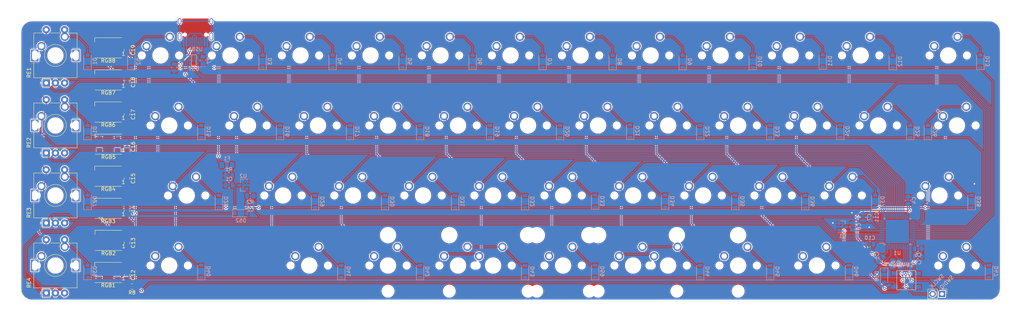
<source format=kicad_pcb>
(kicad_pcb (version 20171130) (host pcbnew 5.1.9-73d0e3b20d~88~ubuntu20.04.1)
  (layers (0 F.Cu signal) (31 B.Cu signal) (34 B.Paste user) (35 F.Paste user) (36 B.SilkS user) (37 F.SilkS user) (38 B.Mask user) (39 F.Mask user) (44 Edge.Cuts user))
  (net 0 "")
  (net 1 GND)
  (net 2 +5V)
  (net 3 +3V3)
  (net 4 BOOT0)
  (net 5 NRST)
  (net 6 ROW00)
  (net 7 "Net-(D2-Pad2)")
  (net 8 "Net-(D3-Pad2)")
  (net 9 "Net-(D4-Pad2)")
  (net 10 "Net-(D5-Pad2)")
  (net 11 "Net-(D6-Pad2)")
  (net 12 "Net-(D7-Pad2)")
  (net 13 "Net-(D8-Pad2)")
  (net 14 "Net-(D9-Pad2)")
  (net 15 "Net-(D10-Pad2)")
  (net 16 "Net-(D11-Pad2)")
  (net 17 "Net-(D12-Pad2)")
  (net 18 "Net-(D13-Pad2)")
  (net 19 ROW01)
  (net 20 "Net-(D15-Pad2)")
  (net 21 "Net-(D16-Pad2)")
  (net 22 "Net-(D17-Pad2)")
  (net 23 "Net-(D18-Pad2)")
  (net 24 "Net-(D19-Pad2)")
  (net 25 "Net-(D20-Pad2)")
  (net 26 "Net-(D21-Pad2)")
  (net 27 "Net-(D22-Pad2)")
  (net 28 "Net-(D23-Pad2)")
  (net 29 "Net-(D24-Pad2)")
  (net 30 "Net-(D25-Pad2)")
  (net 31 "Net-(D26-Pad2)")
  (net 32 ROW02)
  (net 33 "Net-(D28-Pad2)")
  (net 34 "Net-(D29-Pad2)")
  (net 35 "Net-(D30-Pad2)")
  (net 36 "Net-(D31-Pad2)")
  (net 37 "Net-(D32-Pad2)")
  (net 38 "Net-(D33-Pad2)")
  (net 39 "Net-(D34-Pad2)")
  (net 40 "Net-(D35-Pad2)")
  (net 41 "Net-(D36-Pad2)")
  (net 42 "Net-(D37-Pad2)")
  (net 43 "Net-(D38-Pad2)")
  (net 44 ROW03)
  (net 45 "Net-(D40-Pad2)")
  (net 46 "Net-(D41-Pad2)")
  (net 47 "Net-(D42-Pad2)")
  (net 48 "Net-(D43-Pad2)")
  (net 49 "Net-(D44-Pad2)")
  (net 50 "Net-(D45-Pad2)")
  (net 51 "Net-(D46-Pad2)")
  (net 52 "Net-(D47-Pad2)")
  (net 53 RGB_PWM)
  (net 54 VCC)
  (net 55 "Net-(D58-Pad2)")
  (net 56 D-)
  (net 57 D+)
  (net 58 "Net-(R6-Pad2)")
  (net 59 "Net-(R7-Pad2)")
  (net 60 COL00)
  (net 61 COL01)
  (net 62 COL02)
  (net 63 COL03)
  (net 64 COL04)
  (net 65 COL05)
  (net 66 COL06)
  (net 67 COL07)
  (net 68 COL08)
  (net 69 COL09)
  (net 70 COL10)
  (net 71 COL11)
  (net 72 COL12)
  (net 73 "Net-(U1-Pad45)")
  (net 74 "Net-(U1-Pad43)")
  (net 75 "Net-(U1-Pad42)")
  (net 76 "Net-(U1-Pad41)")
  (net 77 "Net-(U1-Pad40)")
  (net 78 "Net-(U1-Pad6)")
  (net 79 "Net-(USB1-Pad3)")
  (net 80 "Net-(USB1-Pad9)")
  (net 81 "Net-(USB1-Pad13)")
  (net 82 "Net-(D59-Pad2)")
  (net 83 ENC1_R)
  (net 84 ENC2_R)
  (net 85 ENC3_R)
  (net 86 ENC4_R)
  (net 87 ENC1_B)
  (net 88 ENC1_A)
  (net 89 ENC2_B)
  (net 90 ENC2_A)
  (net 91 ENC3_B)
  (net 92 ENC3_A)
  (net 93 ENC4_B)
  (net 94 ENC4_A)
  (net 95 SWCLK)
  (net 96 SWDIO)
  (net 97 "Net-(RGB1-Pad2)")
  (net 98 "Net-(RGB2-Pad2)")
  (net 99 "Net-(RGB3-Pad2)")
  (net 100 "Net-(RGB4-Pad2)")
  (net 101 "Net-(RGB5-Pad2)")
  (net 102 "Net-(RGB6-Pad2)")
  (net 103 "Net-(RGB7-Pad2)")
  (net 104 "Net-(RGB8-Pad2)")
  (net 105 "Net-(U1-Pad25)")
  (module silk:turtle_pan_cu_small (layer F.Cu) (at 59.944 -221.615)
    (fp_text reference G*** hide)
    (fp_text value LOGO hide)
  )
  (module Capacitor_SMD:C_0805_2012Metric (layer F.Cu) (at 28.194 -277.683 270)
    (fp_text reference C19 (at 0 -1.68 90) (layer F.SilkS))
    (fp_text value 100)
    (pad 2 smd roundrect (at 0.95 0 270) (size 1 1.45) (layers F.Cu F.Paste F.Mask) (net 2 +5V))
    (pad 1 smd roundrect (at -0.95 0 270) (size 1 1.45) (layers F.Cu F.Paste F.Mask) (net 1 GND))
  )
  (module Capacitor_SMD:C_0805_2012Metric (layer F.Cu) (at 28.194 -268.92 270)
    (fp_text reference C18 (at 0 -1.68 90) (layer F.SilkS))
    (fp_text value 100)
    (pad 2 smd roundrect (at 0.95 0 270) (size 1 1.45) (layers F.Cu F.Paste F.Mask) (net 2 +5V))
    (pad 1 smd roundrect (at -0.95 0 270) (size 1 1.45) (layers F.Cu F.Paste F.Mask) (net 1 GND))
  )
  (module Capacitor_SMD:C_0805_2012Metric (layer F.Cu) (at 28.194 -260.157 270)
    (fp_text reference C17 (at 0 -1.68 90) (layer F.SilkS))
    (fp_text value 100)
    (pad 2 smd roundrect (at 0.95 0 270) (size 1 1.45) (layers F.Cu F.Paste F.Mask) (net 2 +5V))
    (pad 1 smd roundrect (at -0.95 0 270) (size 1 1.45) (layers F.Cu F.Paste F.Mask) (net 1 GND))
  )
  (module Capacitor_SMD:C_0805_2012Metric (layer F.Cu) (at 28.194 -251.394 270)
    (fp_text reference C16 (at 0 -1.68 90) (layer F.SilkS))
    (fp_text value 100)
    (pad 2 smd roundrect (at 0.95 0 270) (size 1 1.45) (layers F.Cu F.Paste F.Mask) (net 2 +5V))
    (pad 1 smd roundrect (at -0.95 0 270) (size 1 1.45) (layers F.Cu F.Paste F.Mask) (net 1 GND))
  )
  (module Capacitor_SMD:C_0805_2012Metric (layer F.Cu) (at 28.194 -242.758 270)
    (fp_text reference C15 (at 0 -1.68 90) (layer F.SilkS))
    (fp_text value 100)
    (pad 2 smd roundrect (at 0.95 0 270) (size 1 1.45) (layers F.Cu F.Paste F.Mask) (net 2 +5V))
    (pad 1 smd roundrect (at -0.95 0 270) (size 1 1.45) (layers F.Cu F.Paste F.Mask) (net 1 GND))
  )
  (module Capacitor_SMD:C_0805_2012Metric (layer F.Cu) (at 28.194 -233.995 270)
    (fp_text reference C14 (at 0 -1.68 90) (layer F.SilkS))
    (fp_text value 100)
    (pad 2 smd roundrect (at 0.95 0 270) (size 1 1.45) (layers F.Cu F.Paste F.Mask) (net 2 +5V))
    (pad 1 smd roundrect (at -0.95 0 270) (size 1 1.45) (layers F.Cu F.Paste F.Mask) (net 1 GND))
  )
  (module Capacitor_SMD:C_0805_2012Metric (layer F.Cu) (at 28.194 -225.232 270)
    (fp_text reference C13 (at 0 -1.68 90) (layer F.SilkS))
    (fp_text value 100)
    (pad 2 smd roundrect (at 0.95 0 270) (size 1 1.45) (layers F.Cu F.Paste F.Mask) (net 2 +5V))
    (pad 1 smd roundrect (at -0.95 0 270) (size 1 1.45) (layers F.Cu F.Paste F.Mask) (net 1 GND))
  )
  (module Capacitor_SMD:C_0805_2012Metric (layer F.Cu) (at 28.194 -216.469 270)
    (fp_text reference C12 (at 0 -1.68 90) (layer F.SilkS))
    (fp_text value 100)
    (pad 2 smd roundrect (at 0.95 0 270) (size 1 1.45) (layers F.Cu F.Paste F.Mask) (net 2 +5V))
    (pad 1 smd roundrect (at -0.95 0 270) (size 1 1.45) (layers F.Cu F.Paste F.Mask) (net 1 GND))
  )
  (module Connector_PinHeader_2.54mm:PinHeader_1x02_P2.54mm_Vertical (layer F.Cu) (at 249.936 -211.328 270)
    (fp_text reference J1)
    (fp_text value Conn_01x02)
    (pad 1 thru_hole rect (at 0 0 270) (size 1.7 1.7) (drill 1) (layers *.Cu *.Mask) (net 96 SWDIO))
    (pad 2 thru_hole oval (at 0 2.54 270) (size 1.7 1.7) (drill 1) (layers *.Cu *.Mask) (net 95 SWCLK))
  )
  (module Resistor_SMD:R_0805_2012Metric (layer F.Cu) (at 29.5675 -213.36 180)
    (fp_text reference R8 (at 0 -1.65) (layer F.SilkS))
    (fp_text value 10k)
    (pad 2 smd roundrect (at 0.9125 0 180) (size 1.025 1.4) (layers F.Cu F.Paste F.Mask) (roundrect_rratio 0.243902) (net 53 RGB_PWM))
    (pad 1 smd roundrect (at -0.9125 0 180) (size 1.025 1.4) (layers F.Cu F.Paste F.Mask) (roundrect_rratio 0.243902) (net 2 +5V))
  )
  (module LED_SMD:LED_WS2812B_PLCC4_5.0x5.0mm_P3.2mm (layer F.Cu) (at 23.082249 -269.557501 180)
    (fp_text reference RGB7 (at 0 -3.5) (layer F.SilkS))
    (fp_text value WS2812B)
    (fp_text user 1 (at -4.15 -1.6) (layer F.SilkS))
    (pad 1 smd rect (at -2.45 -1.6 180) (size 1.5 1) (layers F.Cu F.Paste F.Mask) (net 2 +5V))
    (pad 2 smd rect (at -2.45 1.6 180) (size 1.5 1) (layers F.Cu F.Paste F.Mask) (net 103 "Net-(RGB7-Pad2)"))
    (pad 4 smd rect (at 2.45 -1.6 180) (size 1.5 1) (layers F.Cu F.Paste F.Mask) (net 102 "Net-(RGB6-Pad2)"))
    (pad 3 smd rect (at 2.45 1.6 180) (size 1.5 1) (layers F.Cu F.Paste F.Mask) (net 1 GND))
  )
  (module LED_SMD:LED_WS2812B_PLCC4_5.0x5.0mm_P3.2mm (layer F.Cu) (at 23.08225 -260.826249 180)
    (fp_text reference RGB6 (at 0 -3.5) (layer F.SilkS))
    (fp_text value WS2812B)
    (fp_text user 1 (at -4.15 -1.6) (layer F.SilkS))
    (pad 1 smd rect (at -2.45 -1.6 180) (size 1.5 1) (layers F.Cu F.Paste F.Mask) (net 2 +5V))
    (pad 2 smd rect (at -2.45 1.6 180) (size 1.5 1) (layers F.Cu F.Paste F.Mask) (net 102 "Net-(RGB6-Pad2)"))
    (pad 4 smd rect (at 2.45 -1.6 180) (size 1.5 1) (layers F.Cu F.Paste F.Mask) (net 101 "Net-(RGB5-Pad2)"))
    (pad 3 smd rect (at 2.45 1.6 180) (size 1.5 1) (layers F.Cu F.Paste F.Mask) (net 1 GND))
  )
  (module LED_SMD:LED_WS2812B_PLCC4_5.0x5.0mm_P3.2mm (layer F.Cu) (at 23.151 -252.0825 180)
    (fp_text reference RGB5 (at 0 -3.5) (layer F.SilkS))
    (fp_text value WS2812B)
    (fp_text user 1 (at -4.15 -1.6) (layer F.SilkS))
    (pad 1 smd rect (at -2.45 -1.6 180) (size 1.5 1) (layers F.Cu F.Paste F.Mask) (net 2 +5V))
    (pad 2 smd rect (at -2.45 1.6 180) (size 1.5 1) (layers F.Cu F.Paste F.Mask) (net 101 "Net-(RGB5-Pad2)"))
    (pad 4 smd rect (at 2.45 -1.6 180) (size 1.5 1) (layers F.Cu F.Paste F.Mask) (net 100 "Net-(RGB4-Pad2)"))
    (pad 3 smd rect (at 2.45 1.6 180) (size 1.5 1) (layers F.Cu F.Paste F.Mask) (net 1 GND))
  )
  (module LED_SMD:LED_WS2812B_PLCC4_5.0x5.0mm_P3.2mm (layer F.Cu) (at 23.08225 -243.36375 180)
    (fp_text reference RGB4 (at 0 -3.5) (layer F.SilkS))
    (fp_text value WS2812B)
    (fp_text user 1 (at -4.15 -1.6) (layer F.SilkS))
    (pad 1 smd rect (at -2.45 -1.6 180) (size 1.5 1) (layers F.Cu F.Paste F.Mask) (net 2 +5V))
    (pad 2 smd rect (at -2.45 1.6 180) (size 1.5 1) (layers F.Cu F.Paste F.Mask) (net 100 "Net-(RGB4-Pad2)"))
    (pad 4 smd rect (at 2.45 -1.6 180) (size 1.5 1) (layers F.Cu F.Paste F.Mask) (net 99 "Net-(RGB3-Pad2)"))
    (pad 3 smd rect (at 2.45 1.6 180) (size 1.5 1) (layers F.Cu F.Paste F.Mask) (net 1 GND))
  )
  (module LED_SMD:LED_WS2812B_PLCC4_5.0x5.0mm_P3.2mm (layer F.Cu) (at 23.08225 -234.6325 180)
    (fp_text reference RGB3 (at 0 -3.5) (layer F.SilkS))
    (fp_text value WS2812B)
    (fp_text user 1 (at -4.15 -1.6) (layer F.SilkS))
    (pad 1 smd rect (at -2.45 -1.6 180) (size 1.5 1) (layers F.Cu F.Paste F.Mask) (net 2 +5V))
    (pad 2 smd rect (at -2.45 1.6 180) (size 1.5 1) (layers F.Cu F.Paste F.Mask) (net 99 "Net-(RGB3-Pad2)"))
    (pad 4 smd rect (at 2.45 -1.6 180) (size 1.5 1) (layers F.Cu F.Paste F.Mask) (net 98 "Net-(RGB2-Pad2)"))
    (pad 3 smd rect (at 2.45 1.6 180) (size 1.5 1) (layers F.Cu F.Paste F.Mask) (net 1 GND))
  )
  (module LED_SMD:LED_WS2812B_PLCC4_5.0x5.0mm_P3.2mm (layer F.Cu) (at 23.151 -225.901251 180)
    (fp_text reference RGB2 (at 0 -3.5) (layer F.SilkS))
    (fp_text value WS2812B)
    (fp_text user 1 (at -4.15 -1.6) (layer F.SilkS))
    (pad 1 smd rect (at -2.45 -1.6 180) (size 1.5 1) (layers F.Cu F.Paste F.Mask) (net 2 +5V))
    (pad 2 smd rect (at -2.45 1.6 180) (size 1.5 1) (layers F.Cu F.Paste F.Mask) (net 98 "Net-(RGB2-Pad2)"))
    (pad 4 smd rect (at 2.45 -1.6 180) (size 1.5 1) (layers F.Cu F.Paste F.Mask) (net 97 "Net-(RGB1-Pad2)"))
    (pad 3 smd rect (at 2.45 1.6 180) (size 1.5 1) (layers F.Cu F.Paste F.Mask) (net 1 GND))
  )
  (module LED_SMD:LED_WS2812B_PLCC4_5.0x5.0mm_P3.2mm (layer F.Cu) (at 23.082249 -278.28875 180)
    (fp_text reference RGB8 (at 0 -3.5) (layer F.SilkS))
    (fp_text value WS2812B)
    (fp_text user 1 (at -4.15 -1.6) (layer F.SilkS))
    (pad 1 smd rect (at -2.45 -1.6 180) (size 1.5 1) (layers F.Cu F.Paste F.Mask) (net 2 +5V))
    (pad 2 smd rect (at -2.45 1.6 180) (size 1.5 1) (layers F.Cu F.Paste F.Mask) (net 104 "Net-(RGB8-Pad2)"))
    (pad 4 smd rect (at 2.45 -1.6 180) (size 1.5 1) (layers F.Cu F.Paste F.Mask) (net 103 "Net-(RGB7-Pad2)"))
    (pad 3 smd rect (at 2.45 1.6 180) (size 1.5 1) (layers F.Cu F.Paste F.Mask) (net 1 GND))
  )
  (module LED_SMD:LED_WS2812B_PLCC4_5.0x5.0mm_P3.2mm (layer F.Cu) (at 23.08225 -217.17 180)
    (fp_text reference RGB1 (at 0 -3.5) (layer F.SilkS))
    (fp_text value WS2812B)
    (fp_text user 1 (at -4.15 -1.6) (layer F.SilkS))
    (pad 1 smd rect (at -2.45 -1.6 180) (size 1.5 1) (layers F.Cu F.Paste F.Mask) (net 2 +5V))
    (pad 2 smd rect (at -2.45 1.6 180) (size 1.5 1) (layers F.Cu F.Paste F.Mask) (net 97 "Net-(RGB1-Pad2)"))
    (pad 4 smd rect (at 2.45 -1.6 180) (size 1.5 1) (layers F.Cu F.Paste F.Mask) (net 53 RGB_PWM))
    (pad 3 smd rect (at 2.45 1.6 180) (size 1.5 1) (layers F.Cu F.Paste F.Mask) (net 1 GND))
  )
  (module random-keyboard-parts:SOT143B (layer B.Cu) (at 46.371 -274.967 180)
    (fp_text reference D57 (at 0 -2.45) (layer B.SilkS) (effects (justify mirror)))
    (fp_text value PRTR5V0U2X)
    (pad 1 smd rect (at -1 0.75 270) (size 1 0.7) (layers B.Cu B.Paste B.Mask) (net 1 GND))
    (pad 4 smd rect (at 1 0.95 270) (size 0.6 0.7) (layers B.Cu B.Paste B.Mask) (net 54 VCC))
    (pad 2 smd rect (at -1 -0.95 270) (size 0.6 0.7) (layers B.Cu B.Paste B.Mask) (net 57 D+))
    (pad 3 smd rect (at 1 -0.95 270) (size 0.6 0.7) (layers B.Cu B.Paste B.Mask) (net 56 D-))
  )
  (module Diode_SMD:D_SOD-123 (layer B.Cu) (at 155.575 -217.4875 90)
    (fp_text reference D59 (at 0 2 270) (layer B.SilkS) (effects (justify mirror)))
    (fp_text value 1N4148w)
    (pad 2 smd rect (at 1.65 0 90) (size 0.9 1.2) (layers B.Cu B.Paste B.Mask) (net 82 "Net-(D59-Pad2)"))
    (pad 1 smd rect (at -1.65 0 90) (size 0.9 1.2) (layers B.Cu B.Paste B.Mask) (net 44 ROW03))
  )
  (module Package_TO_SOT_SMD:SOT-23 (layer B.Cu) (at 59.817 -240.919 180)
    (fp_text reference U2 (at 0 2.5) (layer B.SilkS) (effects (justify mirror)))
    (fp_text value MCP1700-3302E_SOT23)
    (pad 3 smd rect (at 1 0 180) (size 0.9 0.8) (layers B.Cu B.Paste B.Mask) (net 2 +5V))
    (pad 2 smd rect (at -1 -0.95 180) (size 0.9 0.8) (layers B.Cu B.Paste B.Mask) (net 3 +3V3))
    (pad 1 smd rect (at -1 0.95 180) (size 0.9 0.8) (layers B.Cu B.Paste B.Mask) (net 1 GND))
  )
  (module random-keyboard-parts:SKQG-1155865 (layer B.Cu) (at 240.209 -215.083)
    (fp_text reference SW48 (at 0 -4.064) (layer B.SilkS) (effects (justify mirror)))
    (fp_text value SW_Push)
    (pad 1 smd rect (at 3.1 -1.85) (size 1.8 1.1) (layers B.Cu B.Paste B.Mask) (net 3 +3V3))
    (pad 2 smd rect (at -3.1 1.85) (size 1.8 1.1) (layers B.Cu B.Paste B.Mask) (net 55 "Net-(D58-Pad2)"))
    (pad 3 smd rect (at 3.1 1.85) (size 1.8 1.1) (layers B.Cu B.Paste B.Mask))
    (pad 4 smd rect (at -3.1 -1.85) (size 1.8 1.1) (layers B.Cu B.Paste B.Mask))
  )
  (module Resistor_SMD:R_0805_2012Metric (layer B.Cu) (at 48.895 -274.9315 90)
    (fp_text reference R7 (at 0 1.65 90) (layer B.SilkS) (effects (justify mirror)))
    (fp_text value 5.1k)
    (pad 2 smd roundrect (at 0.9125 0 90) (size 1.025 1.4) (layers B.Cu B.Paste B.Mask) (roundrect_rratio 0.243902) (net 59 "Net-(R7-Pad2)"))
    (pad 1 smd roundrect (at -0.9125 0 90) (size 1.025 1.4) (layers B.Cu B.Paste B.Mask) (roundrect_rratio 0.243902) (net 1 GND))
  )
  (module Resistor_SMD:R_0805_2012Metric (layer B.Cu) (at 41.021 -272.9465 90)
    (fp_text reference R6 (at 0 1.65 90) (layer B.SilkS) (effects (justify mirror)))
    (fp_text value 5.1k)
    (pad 2 smd roundrect (at 0.9125 0 90) (size 1.025 1.4) (layers B.Cu B.Paste B.Mask) (roundrect_rratio 0.243902) (net 58 "Net-(R6-Pad2)"))
    (pad 1 smd roundrect (at -0.9125 0 90) (size 1.025 1.4) (layers B.Cu B.Paste B.Mask) (roundrect_rratio 0.243902) (net 1 GND))
  )
  (module Resistor_SMD:R_0805_2012Metric (layer B.Cu) (at 238.506 -219.4795 270)
    (fp_text reference R5 (at 0 1.65 90) (layer B.SilkS) (effects (justify mirror)))
    (fp_text value 100k)
    (pad 2 smd roundrect (at 0.9125 0 270) (size 1.025 1.4) (layers B.Cu B.Paste B.Mask) (roundrect_rratio 0.243902) (net 1 GND))
    (pad 1 smd roundrect (at -0.9125 0 270) (size 1.025 1.4) (layers B.Cu B.Paste B.Mask) (roundrect_rratio 0.243902) (net 4 BOOT0))
  )
  (module Resistor_SMD:R_0805_2012Metric (layer B.Cu) (at 61.7455 -237.998)
    (fp_text reference R2 (at 0 1.65) (layer B.SilkS) (effects (justify mirror)))
    (fp_text value 100k)
    (pad 2 smd roundrect (at 0.9125 0) (size 1.025 1.4) (layers B.Cu B.Paste B.Mask) (roundrect_rratio 0.243902) (net 1 GND))
    (pad 1 smd roundrect (at -0.9125 0) (size 1.025 1.4) (layers B.Cu B.Paste B.Mask) (roundrect_rratio 0.243902) (net 3 +3V3))
  )
  (module Resistor_SMD:R_0805_2012Metric (layer B.Cu) (at 55.9035 -243.586 180)
    (fp_text reference R1 (at 0 1.65) (layer B.SilkS) (effects (justify mirror)))
    (fp_text value 100k)
    (pad 2 smd roundrect (at 0.9125 0 180) (size 1.025 1.4) (layers B.Cu B.Paste B.Mask) (roundrect_rratio 0.243902) (net 1 GND))
    (pad 1 smd roundrect (at -0.9125 0 180) (size 1.025 1.4) (layers B.Cu B.Paste B.Mask) (roundrect_rratio 0.243902) (net 2 +5V))
  )
  (module Package_TO_SOT_SMD:SOT-23 (layer B.Cu) (at 222.869 -229.616)
    (fp_text reference Q1 (at 0 2.5) (layer B.SilkS) (effects (justify mirror)))
    (fp_text value DTC123J)
    (pad 3 smd rect (at 1 0) (size 0.9 0.8) (layers B.Cu B.Paste B.Mask) (net 5 NRST))
    (pad 2 smd rect (at -1 -0.95) (size 0.9 0.8) (layers B.Cu B.Paste B.Mask) (net 1 GND))
    (pad 1 smd rect (at -1 0.95) (size 0.9 0.8) (layers B.Cu B.Paste B.Mask) (net 55 "Net-(D58-Pad2)"))
  )
  (module Fuse:Fuse_1206_3216Metric (layer B.Cu) (at 55.375 -246.38 180)
    (fp_text reference F1 (at 0 1.82) (layer B.SilkS) (effects (justify mirror)))
    (fp_text value Polyfuse_Small)
    (pad 2 smd roundrect (at 1.4 0 180) (size 1.25 1.75) (layers B.Cu B.Paste B.Mask) (roundrect_rratio 0.2) (net 54 VCC))
    (pad 1 smd roundrect (at -1.4 0 180) (size 1.25 1.75) (layers B.Cu B.Paste B.Mask) (roundrect_rratio 0.2) (net 2 +5V))
  )
  (module Diode_SMD:D_SOD-123 (layer B.Cu) (at 234.188 -216.155 270)
    (fp_text reference D58 (at 0 2 90) (layer B.SilkS) (effects (justify mirror)))
    (fp_text value 1N4148W)
    (pad 2 smd rect (at 1.65 0 270) (size 0.9 1.2) (layers B.Cu B.Paste B.Mask) (net 55 "Net-(D58-Pad2)"))
    (pad 1 smd rect (at -1.65 0 270) (size 0.9 1.2) (layers B.Cu B.Paste B.Mask) (net 4 BOOT0))
  )
  (module Diode_SMD:D_SOD-123 (layer B.Cu) (at 59.183 -233.299)
    (fp_text reference D52 (at 0 2) (layer B.SilkS) (effects (justify mirror)))
    (fp_text value RB060M-60TR)
    (pad 2 smd rect (at 1.65 0) (size 0.9 1.2) (layers B.Cu B.Paste B.Mask) (net 3 +3V3))
    (pad 1 smd rect (at -1.65 0) (size 0.9 1.2) (layers B.Cu B.Paste B.Mask) (net 2 +5V))
  )
  (module Diode_SMD:D_SOD-123 (layer B.Cu) (at 262.73125 -217.4875 90)
    (fp_text reference D47 (at 0 2 90) (layer B.SilkS) (effects (justify mirror)))
    (fp_text value 1N4148w)
    (pad 2 smd rect (at 1.65 0 90) (size 0.9 1.2) (layers B.Cu B.Paste B.Mask) (net 52 "Net-(D47-Pad2)"))
    (pad 1 smd rect (at -1.65 0 90) (size 0.9 1.2) (layers B.Cu B.Paste B.Mask) (net 44 ROW03))
  )
  (module Diode_SMD:D_SOD-123 (layer B.Cu) (at 224.63125 -217.425 90)
    (fp_text reference D46 (at 0 2 90) (layer B.SilkS) (effects (justify mirror)))
    (fp_text value 1N4148w)
    (pad 2 smd rect (at 1.65 0 90) (size 0.9 1.2) (layers B.Cu B.Paste B.Mask) (net 51 "Net-(D46-Pad2)"))
    (pad 1 smd rect (at -1.65 0 90) (size 0.9 1.2) (layers B.Cu B.Paste B.Mask) (net 44 ROW03))
  )
  (module Diode_SMD:D_SOD-123 (layer B.Cu) (at 203.2 -217.425 90)
    (fp_text reference D45 (at 0 2 90) (layer B.SilkS) (effects (justify mirror)))
    (fp_text value 1N4148w)
    (pad 2 smd rect (at 1.65 0 90) (size 0.9 1.2) (layers B.Cu B.Paste B.Mask) (net 50 "Net-(D45-Pad2)"))
    (pad 1 smd rect (at -1.65 0 90) (size 0.9 1.2) (layers B.Cu B.Paste B.Mask) (net 44 ROW03))
  )
  (module Diode_SMD:D_SOD-123 (layer B.Cu) (at 184.15 -217.425 90)
    (fp_text reference D44 (at 0 2 90) (layer B.SilkS) (effects (justify mirror)))
    (fp_text value 1N4148w)
    (pad 2 smd rect (at 1.65 0 90) (size 0.9 1.2) (layers B.Cu B.Paste B.Mask) (net 49 "Net-(D44-Pad2)"))
    (pad 1 smd rect (at -1.65 0 90) (size 0.9 1.2) (layers B.Cu B.Paste B.Mask) (net 44 ROW03))
  )
  (module Diode_SMD:D_SOD-123 (layer B.Cu) (at 136.525 -217.425 90)
    (fp_text reference D43 (at 0 2 90) (layer B.SilkS) (effects (justify mirror)))
    (fp_text value 1N4148w)
    (pad 2 smd rect (at 1.65 0 90) (size 0.9 1.2) (layers B.Cu B.Paste B.Mask) (net 48 "Net-(D43-Pad2)"))
    (pad 1 smd rect (at -1.65 0 90) (size 0.9 1.2) (layers B.Cu B.Paste B.Mask) (net 44 ROW03))
  )
  (module Diode_SMD:D_SOD-123 (layer B.Cu) (at 107.95 -217.425 90)
    (fp_text reference D42 (at 0 2 90) (layer B.SilkS) (effects (justify mirror)))
    (fp_text value 1N4148w)
    (pad 2 smd rect (at 1.65 0 90) (size 0.9 1.2) (layers B.Cu B.Paste B.Mask) (net 47 "Net-(D42-Pad2)"))
    (pad 1 smd rect (at -1.65 0 90) (size 0.9 1.2) (layers B.Cu B.Paste B.Mask) (net 44 ROW03))
  )
  (module Diode_SMD:D_SOD-123 (layer B.Cu) (at 86.51875 -217.425 90)
    (fp_text reference D41 (at 0 2 90) (layer B.SilkS) (effects (justify mirror)))
    (fp_text value 1N4148w)
    (pad 2 smd rect (at 1.65 0 90) (size 0.9 1.2) (layers B.Cu B.Paste B.Mask) (net 46 "Net-(D41-Pad2)"))
    (pad 1 smd rect (at -1.65 0 90) (size 0.9 1.2) (layers B.Cu B.Paste B.Mask) (net 44 ROW03))
  )
  (module Diode_SMD:D_SOD-123 (layer B.Cu) (at 48.41875 -217.4875 90)
    (fp_text reference D40 (at 0 2 90) (layer B.SilkS) (effects (justify mirror)))
    (fp_text value 1N4148w)
    (pad 2 smd rect (at 1.65 0 90) (size 0.9 1.2) (layers B.Cu B.Paste B.Mask) (net 45 "Net-(D40-Pad2)"))
    (pad 1 smd rect (at -1.65 0 90) (size 0.9 1.2) (layers B.Cu B.Paste B.Mask) (net 44 ROW03))
  )
  (module Diode_SMD:D_SOD-123 (layer B.Cu) (at 17.4625 -217.4875 90)
    (fp_text reference D39 (at 0 2 90) (layer B.SilkS) (effects (justify mirror)))
    (fp_text value 1N4148w)
    (pad 2 smd rect (at 1.65 0 90) (size 0.9 1.2) (layers B.Cu B.Paste B.Mask) (net 86 ENC4_R))
    (pad 1 smd rect (at -1.65 0 90) (size 0.9 1.2) (layers B.Cu B.Paste B.Mask) (net 44 ROW03))
  )
  (module Diode_SMD:D_SOD-123 (layer B.Cu) (at 257.96875 -236.475 90)
    (fp_text reference D38 (at 0 2 90) (layer B.SilkS) (effects (justify mirror)))
    (fp_text value 1N4148w)
    (pad 2 smd rect (at 1.65 0 90) (size 0.9 1.2) (layers B.Cu B.Paste B.Mask) (net 43 "Net-(D38-Pad2)"))
    (pad 1 smd rect (at -1.65 0 90) (size 0.9 1.2) (layers B.Cu B.Paste B.Mask) (net 32 ROW02))
  )
  (module Diode_SMD:D_SOD-123 (layer B.Cu) (at 231.775 -236.5375 90)
    (fp_text reference D37 (at 0 2 90) (layer B.SilkS) (effects (justify mirror)))
    (fp_text value 1N4148w)
    (pad 2 smd rect (at 1.65 0 90) (size 0.9 1.2) (layers B.Cu B.Paste B.Mask) (net 42 "Net-(D37-Pad2)"))
    (pad 1 smd rect (at -1.65 0 90) (size 0.9 1.2) (layers B.Cu B.Paste B.Mask) (net 32 ROW02))
  )
  (module Diode_SMD:D_SOD-123 (layer B.Cu) (at 212.725 -236.475 90)
    (fp_text reference D36 (at 0 2 90) (layer B.SilkS) (effects (justify mirror)))
    (fp_text value 1N4148w)
    (pad 2 smd rect (at 1.65 0 90) (size 0.9 1.2) (layers B.Cu B.Paste B.Mask) (net 41 "Net-(D36-Pad2)"))
    (pad 1 smd rect (at -1.65 0 90) (size 0.9 1.2) (layers B.Cu B.Paste B.Mask) (net 32 ROW02))
  )
  (module Diode_SMD:D_SOD-123 (layer B.Cu) (at 193.675 -236.5375 90)
    (fp_text reference D35 (at 0 2 90) (layer B.SilkS) (effects (justify mirror)))
    (fp_text value 1N4148w)
    (pad 2 smd rect (at 1.65 0 90) (size 0.9 1.2) (layers B.Cu B.Paste B.Mask) (net 40 "Net-(D35-Pad2)"))
    (pad 1 smd rect (at -1.65 0 90) (size 0.9 1.2) (layers B.Cu B.Paste B.Mask) (net 32 ROW02))
  )
  (module Diode_SMD:D_SOD-123 (layer B.Cu) (at 174.625 -236.6 90)
    (fp_text reference D34 (at 0 2 90) (layer B.SilkS) (effects (justify mirror)))
    (fp_text value 1N4148w)
    (pad 2 smd rect (at 1.65 0 90) (size 0.9 1.2) (layers B.Cu B.Paste B.Mask) (net 39 "Net-(D34-Pad2)"))
    (pad 1 smd rect (at -1.65 0 90) (size 0.9 1.2) (layers B.Cu B.Paste B.Mask) (net 32 ROW02))
  )
  (module Diode_SMD:D_SOD-123 (layer B.Cu) (at 155.575 -236.6 90)
    (fp_text reference D33 (at 0 2 90) (layer B.SilkS) (effects (justify mirror)))
    (fp_text value 1N4148w)
    (pad 2 smd rect (at 1.65 0 90) (size 0.9 1.2) (layers B.Cu B.Paste B.Mask) (net 38 "Net-(D33-Pad2)"))
    (pad 1 smd rect (at -1.65 0 90) (size 0.9 1.2) (layers B.Cu B.Paste B.Mask) (net 32 ROW02))
  )
  (module Diode_SMD:D_SOD-123 (layer B.Cu) (at 136.525 -236.475 90)
    (fp_text reference D32 (at 0 2 90) (layer B.SilkS) (effects (justify mirror)))
    (fp_text value 1N4148w)
    (pad 2 smd rect (at 1.65 0 90) (size 0.9 1.2) (layers B.Cu B.Paste B.Mask) (net 37 "Net-(D32-Pad2)"))
    (pad 1 smd rect (at -1.65 0 90) (size 0.9 1.2) (layers B.Cu B.Paste B.Mask) (net 32 ROW02))
  )
  (module Diode_SMD:D_SOD-123 (layer B.Cu) (at 117.475 -236.475 90)
    (fp_text reference D31 (at 0 2 90) (layer B.SilkS) (effects (justify mirror)))
    (fp_text value 1N4148w)
    (pad 2 smd rect (at 1.65 0 90) (size 0.9 1.2) (layers B.Cu B.Paste B.Mask) (net 36 "Net-(D31-Pad2)"))
    (pad 1 smd rect (at -1.65 0 90) (size 0.9 1.2) (layers B.Cu B.Paste B.Mask) (net 32 ROW02))
  )
  (module Diode_SMD:D_SOD-123 (layer B.Cu) (at 98.425 -236.475 90)
    (fp_text reference D30 (at 0 2 90) (layer B.SilkS) (effects (justify mirror)))
    (fp_text value 1N4148w)
    (pad 2 smd rect (at 1.65 0 90) (size 0.9 1.2) (layers B.Cu B.Paste B.Mask) (net 35 "Net-(D30-Pad2)"))
    (pad 1 smd rect (at -1.65 0 90) (size 0.9 1.2) (layers B.Cu B.Paste B.Mask) (net 32 ROW02))
  )
  (module Diode_SMD:D_SOD-123 (layer B.Cu) (at 79.375 -236.475 90)
    (fp_text reference D29 (at 0 2 90) (layer B.SilkS) (effects (justify mirror)))
    (fp_text value 1N4148w)
    (pad 2 smd rect (at 1.65 0 90) (size 0.9 1.2) (layers B.Cu B.Paste B.Mask) (net 34 "Net-(D29-Pad2)"))
    (pad 1 smd rect (at -1.65 0 90) (size 0.9 1.2) (layers B.Cu B.Paste B.Mask) (net 32 ROW02))
  )
  (module Diode_SMD:D_SOD-123 (layer B.Cu) (at 53.18125 -236.475 90)
    (fp_text reference D28 (at 0 2 90) (layer B.SilkS) (effects (justify mirror)))
    (fp_text value 1N4148w)
    (pad 2 smd rect (at 1.65 0 90) (size 0.9 1.2) (layers B.Cu B.Paste B.Mask) (net 33 "Net-(D28-Pad2)"))
    (pad 1 smd rect (at -1.65 0 90) (size 0.9 1.2) (layers B.Cu B.Paste B.Mask) (net 32 ROW02))
  )
  (module Diode_SMD:D_SOD-123 (layer B.Cu) (at 17.4625 -236.5375 90)
    (fp_text reference D27 (at 0 2 90) (layer B.SilkS) (effects (justify mirror)))
    (fp_text value 1N4148w)
    (pad 2 smd rect (at 1.65 0 90) (size 0.9 1.2) (layers B.Cu B.Paste B.Mask) (net 85 ENC3_R))
    (pad 1 smd rect (at -1.65 0 90) (size 0.9 1.2) (layers B.Cu B.Paste B.Mask) (net 32 ROW02))
  )
  (module Diode_SMD:D_SOD-123 (layer B.Cu) (at 246.0625 -255.525 90)
    (fp_text reference D26 (at 0 2 90) (layer B.SilkS) (effects (justify mirror)))
    (fp_text value 1N4148w)
    (pad 2 smd rect (at 1.65 0 90) (size 0.9 1.2) (layers B.Cu B.Paste B.Mask) (net 31 "Net-(D26-Pad2)"))
    (pad 1 smd rect (at -1.65 0 90) (size 0.9 1.2) (layers B.Cu B.Paste B.Mask) (net 19 ROW01))
  )
  (module Diode_SMD:D_SOD-123 (layer B.Cu) (at 241.3 -255.525 90)
    (fp_text reference D25 (at 0 2 90) (layer B.SilkS) (effects (justify mirror)))
    (fp_text value 1N4148w)
    (pad 2 smd rect (at 1.65 0 90) (size 0.9 1.2) (layers B.Cu B.Paste B.Mask) (net 30 "Net-(D25-Pad2)"))
    (pad 1 smd rect (at -1.65 0 90) (size 0.9 1.2) (layers B.Cu B.Paste B.Mask) (net 19 ROW01))
  )
  (module Diode_SMD:D_SOD-123 (layer B.Cu) (at 222.25 -255.5875 90)
    (fp_text reference D24 (at 0 2 90) (layer B.SilkS) (effects (justify mirror)))
    (fp_text value 1N4148w)
    (pad 2 smd rect (at 1.65 0 90) (size 0.9 1.2) (layers B.Cu B.Paste B.Mask) (net 29 "Net-(D24-Pad2)"))
    (pad 1 smd rect (at -1.65 0 90) (size 0.9 1.2) (layers B.Cu B.Paste B.Mask) (net 19 ROW01))
  )
  (module Diode_SMD:D_SOD-123 (layer B.Cu) (at 203.2 -255.525 90)
    (fp_text reference D23 (at 0 2 90) (layer B.SilkS) (effects (justify mirror)))
    (fp_text value 1N4148w)
    (pad 2 smd rect (at 1.65 0 90) (size 0.9 1.2) (layers B.Cu B.Paste B.Mask) (net 28 "Net-(D23-Pad2)"))
    (pad 1 smd rect (at -1.65 0 90) (size 0.9 1.2) (layers B.Cu B.Paste B.Mask) (net 19 ROW01))
  )
  (module Diode_SMD:D_SOD-123 (layer B.Cu) (at 184.15 -255.525 90)
    (fp_text reference D22 (at 0 2 90) (layer B.SilkS) (effects (justify mirror)))
    (fp_text value 1N4148w)
    (pad 2 smd rect (at 1.65 0 90) (size 0.9 1.2) (layers B.Cu B.Paste B.Mask) (net 27 "Net-(D22-Pad2)"))
    (pad 1 smd rect (at -1.65 0 90) (size 0.9 1.2) (layers B.Cu B.Paste B.Mask) (net 19 ROW01))
  )
  (module Diode_SMD:D_SOD-123 (layer B.Cu) (at 165.1 -255.65 90)
    (fp_text reference D21 (at 0 2 90) (layer B.SilkS) (effects (justify mirror)))
    (fp_text value 1N4148w)
    (pad 2 smd rect (at 1.65 0 90) (size 0.9 1.2) (layers B.Cu B.Paste B.Mask) (net 26 "Net-(D21-Pad2)"))
    (pad 1 smd rect (at -1.65 0 90) (size 0.9 1.2) (layers B.Cu B.Paste B.Mask) (net 19 ROW01))
  )
  (module Diode_SMD:D_SOD-123 (layer B.Cu) (at 146.05 -255.525 90)
    (fp_text reference D20 (at 0 2 90) (layer B.SilkS) (effects (justify mirror)))
    (fp_text value 1N4148w)
    (pad 2 smd rect (at 1.65 0 90) (size 0.9 1.2) (layers B.Cu B.Paste B.Mask) (net 25 "Net-(D20-Pad2)"))
    (pad 1 smd rect (at -1.65 0 90) (size 0.9 1.2) (layers B.Cu B.Paste B.Mask) (net 19 ROW01))
  )
  (module Diode_SMD:D_SOD-123 (layer B.Cu) (at 127 -255.525 90)
    (fp_text reference D19 (at 0 2 90) (layer B.SilkS) (effects (justify mirror)))
    (fp_text value 1N4148w)
    (pad 2 smd rect (at 1.65 0 90) (size 0.9 1.2) (layers B.Cu B.Paste B.Mask) (net 24 "Net-(D19-Pad2)"))
    (pad 1 smd rect (at -1.65 0 90) (size 0.9 1.2) (layers B.Cu B.Paste B.Mask) (net 19 ROW01))
  )
  (module Diode_SMD:D_SOD-123 (layer B.Cu) (at 107.95 -255.525 90)
    (fp_text reference D18 (at 0 2 90) (layer B.SilkS) (effects (justify mirror)))
    (fp_text value 1N4148w)
    (pad 2 smd rect (at 1.65 0 90) (size 0.9 1.2) (layers B.Cu B.Paste B.Mask) (net 23 "Net-(D18-Pad2)"))
    (pad 1 smd rect (at -1.65 0 90) (size 0.9 1.2) (layers B.Cu B.Paste B.Mask) (net 19 ROW01))
  )
  (module Diode_SMD:D_SOD-123 (layer B.Cu) (at 88.9 -255.525 90)
    (fp_text reference D17 (at 0 2 90) (layer B.SilkS) (effects (justify mirror)))
    (fp_text value 1N4148w)
    (pad 2 smd rect (at 1.65 0 90) (size 0.9 1.2) (layers B.Cu B.Paste B.Mask) (net 22 "Net-(D17-Pad2)"))
    (pad 1 smd rect (at -1.65 0 90) (size 0.9 1.2) (layers B.Cu B.Paste B.Mask) (net 19 ROW01))
  )
  (module Diode_SMD:D_SOD-123 (layer B.Cu) (at 69.85 -255.525 90)
    (fp_text reference D16 (at 0 2 90) (layer B.SilkS) (effects (justify mirror)))
    (fp_text value 1N4148w)
    (pad 2 smd rect (at 1.65 0 90) (size 0.9 1.2) (layers B.Cu B.Paste B.Mask) (net 21 "Net-(D16-Pad2)"))
    (pad 1 smd rect (at -1.65 0 90) (size 0.9 1.2) (layers B.Cu B.Paste B.Mask) (net 19 ROW01))
  )
  (module Diode_SMD:D_SOD-123 (layer B.Cu) (at 48.41875 -255.525 90)
    (fp_text reference D15 (at 0 2 90) (layer B.SilkS) (effects (justify mirror)))
    (fp_text value 1N4148w)
    (pad 2 smd rect (at 1.65 0 90) (size 0.9 1.2) (layers B.Cu B.Paste B.Mask) (net 20 "Net-(D15-Pad2)"))
    (pad 1 smd rect (at -1.65 0 90) (size 0.9 1.2) (layers B.Cu B.Paste B.Mask) (net 19 ROW01))
  )
  (module Diode_SMD:D_SOD-123 (layer B.Cu) (at 17.4625 -255.525 90)
    (fp_text reference D14 (at 0 2 90) (layer B.SilkS) (effects (justify mirror)))
    (fp_text value 1N4148w)
    (pad 2 smd rect (at 1.65 0 90) (size 0.9 1.2) (layers B.Cu B.Paste B.Mask) (net 84 ENC2_R))
    (pad 1 smd rect (at -1.65 0 90) (size 0.9 1.2) (layers B.Cu B.Paste B.Mask) (net 19 ROW01))
  )
  (module Diode_SMD:D_SOD-123 (layer B.Cu) (at 260.35 -274.6375 90)
    (fp_text reference D13 (at 0 2 90) (layer B.SilkS) (effects (justify mirror)))
    (fp_text value 1N4148w)
    (pad 2 smd rect (at 1.65 0 90) (size 0.9 1.2) (layers B.Cu B.Paste B.Mask) (net 18 "Net-(D13-Pad2)"))
    (pad 1 smd rect (at -1.65 0 90) (size 0.9 1.2) (layers B.Cu B.Paste B.Mask) (net 6 ROW00))
  )
  (module Diode_SMD:D_SOD-123 (layer B.Cu) (at 236.5375 -274.575 90)
    (fp_text reference D12 (at 0 2 90) (layer B.SilkS) (effects (justify mirror)))
    (fp_text value 1N4148w)
    (pad 2 smd rect (at 1.65 0 90) (size 0.9 1.2) (layers B.Cu B.Paste B.Mask) (net 17 "Net-(D12-Pad2)"))
    (pad 1 smd rect (at -1.65 0 90) (size 0.9 1.2) (layers B.Cu B.Paste B.Mask) (net 6 ROW00))
  )
  (module Diode_SMD:D_SOD-123 (layer B.Cu) (at 217.4875 -274.7 90)
    (fp_text reference D11 (at 0 2 90) (layer B.SilkS) (effects (justify mirror)))
    (fp_text value 1N4148w)
    (pad 2 smd rect (at 1.65 0 90) (size 0.9 1.2) (layers B.Cu B.Paste B.Mask) (net 16 "Net-(D11-Pad2)"))
    (pad 1 smd rect (at -1.65 0 90) (size 0.9 1.2) (layers B.Cu B.Paste B.Mask) (net 6 ROW00))
  )
  (module Diode_SMD:D_SOD-123 (layer B.Cu) (at 198.4375 -274.575 90)
    (fp_text reference D10 (at 0 2 90) (layer B.SilkS) (effects (justify mirror)))
    (fp_text value 1N4148w)
    (pad 2 smd rect (at 1.65 0 90) (size 0.9 1.2) (layers B.Cu B.Paste B.Mask) (net 15 "Net-(D10-Pad2)"))
    (pad 1 smd rect (at -1.65 0 90) (size 0.9 1.2) (layers B.Cu B.Paste B.Mask) (net 6 ROW00))
  )
  (module Diode_SMD:D_SOD-123 (layer B.Cu) (at 179.3875 -274.575 90)
    (fp_text reference D9 (at 0 2 90) (layer B.SilkS) (effects (justify mirror)))
    (fp_text value 1N4148w)
    (pad 2 smd rect (at 1.65 0 90) (size 0.9 1.2) (layers B.Cu B.Paste B.Mask) (net 14 "Net-(D9-Pad2)"))
    (pad 1 smd rect (at -1.65 0 90) (size 0.9 1.2) (layers B.Cu B.Paste B.Mask) (net 6 ROW00))
  )
  (module Diode_SMD:D_SOD-123 (layer B.Cu) (at 160.3375 -274.575 90)
    (fp_text reference D8 (at 0 2 90) (layer B.SilkS) (effects (justify mirror)))
    (fp_text value 1N4148w)
    (pad 2 smd rect (at 1.65 0 90) (size 0.9 1.2) (layers B.Cu B.Paste B.Mask) (net 13 "Net-(D8-Pad2)"))
    (pad 1 smd rect (at -1.65 0 90) (size 0.9 1.2) (layers B.Cu B.Paste B.Mask) (net 6 ROW00))
  )
  (module Diode_SMD:D_SOD-123 (layer B.Cu) (at 141.2875 -274.575 90)
    (fp_text reference D7 (at 0 2 90) (layer B.SilkS) (effects (justify mirror)))
    (fp_text value 1N4148w)
    (pad 2 smd rect (at 1.65 0 90) (size 0.9 1.2) (layers B.Cu B.Paste B.Mask) (net 12 "Net-(D7-Pad2)"))
    (pad 1 smd rect (at -1.65 0 90) (size 0.9 1.2) (layers B.Cu B.Paste B.Mask) (net 6 ROW00))
  )
  (module Diode_SMD:D_SOD-123 (layer B.Cu) (at 122.2375 -274.6375 90)
    (fp_text reference D6 (at 0 2 90) (layer B.SilkS) (effects (justify mirror)))
    (fp_text value 1N4148w)
    (pad 2 smd rect (at 1.65 0 90) (size 0.9 1.2) (layers B.Cu B.Paste B.Mask) (net 11 "Net-(D6-Pad2)"))
    (pad 1 smd rect (at -1.65 0 90) (size 0.9 1.2) (layers B.Cu B.Paste B.Mask) (net 6 ROW00))
  )
  (module Diode_SMD:D_SOD-123 (layer B.Cu) (at 103.1875 -274.6375 90)
    (fp_text reference D5 (at 0 2 90) (layer B.SilkS) (effects (justify mirror)))
    (fp_text value 1N4148w)
    (pad 2 smd rect (at 1.65 0 90) (size 0.9 1.2) (layers B.Cu B.Paste B.Mask) (net 10 "Net-(D5-Pad2)"))
    (pad 1 smd rect (at -1.65 0 90) (size 0.9 1.2) (layers B.Cu B.Paste B.Mask) (net 6 ROW00))
  )
  (module Diode_SMD:D_SOD-123 (layer B.Cu) (at 84.1375 -274.6375 90)
    (fp_text reference D4 (at 0 2 90) (layer B.SilkS) (effects (justify mirror)))
    (fp_text value 1N4148w)
    (pad 2 smd rect (at 1.65 0 90) (size 0.9 1.2) (layers B.Cu B.Paste B.Mask) (net 9 "Net-(D4-Pad2)"))
    (pad 1 smd rect (at -1.65 0 90) (size 0.9 1.2) (layers B.Cu B.Paste B.Mask) (net 6 ROW00))
  )
  (module Diode_SMD:D_SOD-123 (layer B.Cu) (at 65.0875 -274.6375 90)
    (fp_text reference D3 (at 0 2 90) (layer B.SilkS) (effects (justify mirror)))
    (fp_text value 1N4148w)
    (pad 2 smd rect (at 1.65 0 90) (size 0.9 1.2) (layers B.Cu B.Paste B.Mask) (net 8 "Net-(D3-Pad2)"))
    (pad 1 smd rect (at -1.65 0 90) (size 0.9 1.2) (layers B.Cu B.Paste B.Mask) (net 6 ROW00))
  )
  (module Diode_SMD:D_SOD-123 (layer B.Cu) (at 29.36875 -274.575 90)
    (fp_text reference D2 (at 0 2 90) (layer B.SilkS) (effects (justify mirror)))
    (fp_text value 1N4148w)
    (pad 2 smd rect (at 1.65 0 90) (size 0.9 1.2) (layers B.Cu B.Paste B.Mask) (net 7 "Net-(D2-Pad2)"))
    (pad 1 smd rect (at -1.65 0 90) (size 0.9 1.2) (layers B.Cu B.Paste B.Mask) (net 6 ROW00))
  )
  (module Diode_SMD:D_SOD-123 (layer B.Cu) (at 17.4625 -274.6375 90)
    (fp_text reference D1 (at 0 2 90) (layer B.SilkS) (effects (justify mirror)))
    (fp_text value 1N4148w)
    (pad 2 smd rect (at 1.65 0 90) (size 0.9 1.2) (layers B.Cu B.Paste B.Mask) (net 83 ENC1_R))
    (pad 1 smd rect (at -1.65 0 90) (size 0.9 1.2) (layers B.Cu B.Paste B.Mask) (net 6 ROW00))
  )
  (module Capacitor_SMD:C_0805_2012Metric (layer B.Cu) (at 230.505 -232.222001 90)
    (fp_text reference C11 (at 0 1.68 90) (layer B.SilkS) (effects (justify mirror)))
    (fp_text value 1uF)
    (pad 2 smd roundrect (at 0.95 0 90) (size 1 1.45) (layers B.Cu B.Paste B.Mask) (net 1 GND))
    (pad 1 smd roundrect (at -0.95 0 90) (size 1 1.45) (layers B.Cu B.Paste B.Mask) (net 3 +3V3))
  )
  (module Capacitor_SMD:C_0805_2012Metric (layer B.Cu) (at 230.317001 -224.917 180)
    (fp_text reference C10 (at 0 1.68) (layer B.SilkS) (effects (justify mirror)))
    (fp_text value 4.7uF)
    (pad 2 smd roundrect (at 0.95 0 180) (size 1 1.45) (layers B.Cu B.Paste B.Mask) (net 1 GND))
    (pad 1 smd roundrect (at -0.95 0 180) (size 1 1.45) (layers B.Cu B.Paste B.Mask) (net 3 +3V3))
  )
  (module Capacitor_SMD:C_0805_2012Metric (layer B.Cu) (at 243.398001 -221.615)
    (fp_text reference C9 (at 0 1.68) (layer B.SilkS) (effects (justify mirror)))
    (fp_text value 4.7uF)
    (pad 2 smd roundrect (at 0.95 0) (size 1 1.45) (layers B.Cu B.Paste B.Mask) (net 1 GND))
    (pad 1 smd roundrect (at -0.95 0) (size 1 1.45) (layers B.Cu B.Paste B.Mask) (net 3 +3V3))
  )
  (module Capacitor_SMD:C_0805_2012Metric (layer B.Cu) (at 225.679 -229.682001 90)
    (fp_text reference C8 (at 0 1.68 90) (layer B.SilkS) (effects (justify mirror)))
    (fp_text value 4.7nF)
    (pad 2 smd roundrect (at 0.95 0 90) (size 1 1.45) (layers B.Cu B.Paste B.Mask) (net 1 GND))
    (pad 1 smd roundrect (at -0.95 0 90) (size 1 1.45) (layers B.Cu B.Paste B.Mask) (net 5 NRST))
  )
  (module Capacitor_SMD:C_0805_2012Metric (layer B.Cu) (at 228.473 -232.222 90)
    (fp_text reference C7 (at 0 1.68 90) (layer B.SilkS) (effects (justify mirror)))
    (fp_text value 10nF)
    (pad 2 smd roundrect (at 0.95 0 90) (size 1 1.45) (layers B.Cu B.Paste B.Mask) (net 1 GND))
    (pad 1 smd roundrect (at -0.95 0 90) (size 1 1.45) (layers B.Cu B.Paste B.Mask) (net 3 +3V3))
  )
  (module Capacitor_SMD:C_0805_2012Metric (layer B.Cu) (at 243.398001 -223.647)
    (fp_text reference C6 (at 0 1.68) (layer B.SilkS) (effects (justify mirror)))
    (fp_text value 100nF)
    (pad 2 smd roundrect (at 0.95 0) (size 1 1.45) (layers B.Cu B.Paste B.Mask) (net 1 GND))
    (pad 1 smd roundrect (at -0.95 0) (size 1 1.45) (layers B.Cu B.Paste B.Mask) (net 3 +3V3))
  )
  (module Capacitor_SMD:C_0805_2012Metric (layer B.Cu) (at 233.208751 -220.762751 225)
    (fp_text reference C5 (at 0 1.68 45) (layer B.SilkS) (effects (justify mirror)))
    (fp_text value 100nF)
    (pad 2 smd roundrect (at 0.95 0 225) (size 1 1.45) (layers B.Cu B.Paste B.Mask) (net 1 GND))
    (pad 1 smd roundrect (at -0.95 0 225) (size 1 1.45) (layers B.Cu B.Paste B.Mask) (net 3 +3V3))
  )
  (module Capacitor_SMD:C_0805_2012Metric (layer B.Cu) (at 240.665 -236.789 90)
    (fp_text reference C4 (at 0 1.68 90) (layer B.SilkS) (effects (justify mirror)))
    (fp_text value 100nF)
    (pad 2 smd roundrect (at 0.95 0 90) (size 1 1.45) (layers B.Cu B.Paste B.Mask) (net 1 GND))
    (pad 1 smd roundrect (at -0.95 0 90) (size 1 1.45) (layers B.Cu B.Paste B.Mask) (net 3 +3V3))
  )
  (module Capacitor_SMD:C_0805_2012Metric (layer B.Cu) (at 236.474 -219.522001 90)
    (fp_text reference C3 (at 0 1.68 90) (layer B.SilkS) (effects (justify mirror)))
    (fp_text value 10uF)
    (pad 2 smd roundrect (at 0.95 0 90) (size 1 1.45) (layers B.Cu B.Paste B.Mask) (net 4 BOOT0))
    (pad 1 smd roundrect (at -0.95 0 90) (size 1 1.45) (layers B.Cu B.Paste B.Mask) (net 1 GND))
  )
  (module Capacitor_SMD:C_0805_2012Metric (layer B.Cu) (at 61.782999 -235.966)
    (fp_text reference C2 (at 0 1.68) (layer B.SilkS) (effects (justify mirror)))
    (fp_text value 1uF)
    (pad 2 smd roundrect (at 0.95 0) (size 1 1.45) (layers B.Cu B.Paste B.Mask) (net 1 GND))
    (pad 1 smd roundrect (at -0.95 0) (size 1 1.45) (layers B.Cu B.Paste B.Mask) (net 3 +3V3))
  )
  (module Capacitor_SMD:C_0805_2012Metric (layer B.Cu) (at 55.940999 -240.919 180)
    (fp_text reference C1 (at 0 1.68) (layer B.SilkS) (effects (justify mirror)))
    (fp_text value 1uF)
    (pad 2 smd roundrect (at 0.95 0 180) (size 1 1.45) (layers B.Cu B.Paste B.Mask) (net 1 GND))
    (pad 1 smd roundrect (at -0.95 0 180) (size 1 1.45) (layers B.Cu B.Paste B.Mask) (net 2 +5V))
  )
  (module MX_Only:MXOnly-6U-Centered-ReversedStabilizers-NoLED (layer F.Cu) (at 146.84375 -219.075)
    (fp_text reference SW51)
    (fp_text value SW_Push)
    (pad 2 thru_hole circle (at 2.54 -5.08) (size 2.25 2.25) (drill 1.47) (layers *.Cu B.Mask) (net 82 "Net-(D59-Pad2)"))
    (pad "" np_thru_hole circle (at 0 0) (size 3.9878 3.9878) (drill 3.9878) (layers *.Cu *.Mask))
    (pad 1 thru_hole circle (at -3.81 -2.54) (size 2.25 2.25) (drill 1.47) (layers *.Cu B.Mask) (net 66 COL06))
    (pad "" np_thru_hole circle (at -5.08 0 48.0996) (size 1.75 1.75) (drill 1.75) (layers *.Cu *.Mask))
    (pad "" np_thru_hole circle (at 5.08 0 48.0996) (size 1.75 1.75) (drill 1.75) (layers *.Cu *.Mask))
    (pad "" np_thru_hole circle (at -47.625 6.985) (size 3.048 3.048) (drill 3.048) (layers *.Cu *.Mask))
    (pad "" np_thru_hole circle (at 47.625 6.985) (size 3.048 3.048) (drill 3.048) (layers *.Cu *.Mask))
    (pad "" np_thru_hole circle (at -47.625 -8.255) (size 3.9878 3.9878) (drill 3.9878) (layers *.Cu *.Mask))
    (pad "" np_thru_hole circle (at 47.625 -8.255) (size 3.9878 3.9878) (drill 3.9878) (layers *.Cu *.Mask))
  )
  (module MX_Only:MXOnly-3U-ReversedStabilizers-NoLED (layer F.Cu) (at 175.41875 -219.075)
    (fp_text reference SW50)
    (fp_text value SW_Push)
    (pad "" np_thru_hole circle (at 19.05 -8.255) (size 3.9878 3.9878) (drill 3.9878) (layers *.Cu *.Mask))
    (pad "" np_thru_hole circle (at -19.05 -8.255) (size 3.9878 3.9878) (drill 3.9878) (layers *.Cu *.Mask))
    (pad "" np_thru_hole circle (at 19.05 6.985) (size 3.048 3.048) (drill 3.048) (layers *.Cu *.Mask))
    (pad "" np_thru_hole circle (at -19.05 6.985) (size 3.048 3.048) (drill 3.048) (layers *.Cu *.Mask))
    (pad "" np_thru_hole circle (at 5.08 0 48.0996) (size 1.75 1.75) (drill 1.75) (layers *.Cu *.Mask))
    (pad "" np_thru_hole circle (at -5.08 0 48.0996) (size 1.75 1.75) (drill 1.75) (layers *.Cu *.Mask))
    (pad "" np_thru_hole circle (at 0 0) (size 3.9878 3.9878) (drill 3.9878) (layers *.Cu *.Mask))
    (pad 1 thru_hole circle (at -3.81 -2.54 48.1) (size 2.25 2.25) (drill 1.47) (layers *.Cu B.Mask) (net 67 COL07))
    (pad 2 thru_hole circle (at 2.54 -5.08) (size 2.25 2.25) (drill 1.47) (layers *.Cu B.Mask) (net 49 "Net-(D44-Pad2)"))
  )
  (module MX_Only:MXOnly-3U-ReversedStabilizers-NoLED (layer F.Cu) (at 118.26875 -219.075)
    (fp_text reference SW49)
    (fp_text value SW_Push)
    (pad "" np_thru_hole circle (at 19.05 -8.255) (size 3.9878 3.9878) (drill 3.9878) (layers *.Cu *.Mask))
    (pad "" np_thru_hole circle (at -19.05 -8.255) (size 3.9878 3.9878) (drill 3.9878) (layers *.Cu *.Mask))
    (pad "" np_thru_hole circle (at 19.05 6.985) (size 3.048 3.048) (drill 3.048) (layers *.Cu *.Mask))
    (pad "" np_thru_hole circle (at -19.05 6.985) (size 3.048 3.048) (drill 3.048) (layers *.Cu *.Mask))
    (pad "" np_thru_hole circle (at 5.08 0 48.0996) (size 1.75 1.75) (drill 1.75) (layers *.Cu *.Mask))
    (pad "" np_thru_hole circle (at -5.08 0 48.0996) (size 1.75 1.75) (drill 1.75) (layers *.Cu *.Mask))
    (pad "" np_thru_hole circle (at 0 0) (size 3.9878 3.9878) (drill 3.9878) (layers *.Cu *.Mask))
    (pad 1 thru_hole circle (at -3.81 -2.54 48.1) (size 2.25 2.25) (drill 1.47) (layers *.Cu B.Mask) (net 65 COL05))
    (pad 2 thru_hole circle (at 2.54 -5.08) (size 2.25 2.25) (drill 1.47) (layers *.Cu B.Mask) (net 48 "Net-(D43-Pad2)"))
  )
  (module MX_Only:MXOnly-1.25U-NoLED (layer F.Cu) (at 254 -257.175)
    (fp_text reference SW26)
    (fp_text value SW_Push)
    (pad 2 thru_hole circle (at 2.54 -5.08) (size 2.25 2.25) (drill 1.47) (layers *.Cu B.Mask) (net 31 "Net-(D26-Pad2)"))
    (pad "" np_thru_hole circle (at 0 0) (size 3.9878 3.9878) (drill 3.9878) (layers *.Cu *.Mask))
    (pad 1 thru_hole circle (at -3.81 -2.54) (size 2.25 2.25) (drill 1.47) (layers *.Cu B.Mask) (net 72 COL12))
    (pad "" np_thru_hole circle (at -5.08 0 48.0996) (size 1.75 1.75) (drill 1.75) (layers *.Cu *.Mask))
    (pad "" np_thru_hole circle (at 5.08 0 48.0996) (size 1.75 1.75) (drill 1.75) (layers *.Cu *.Mask))
  )
  (module Type-C:HRO-TYPE-C-31-M-12-HandSoldering (layer B.Cu) (at 46.83125 -288.13125)
    (fp_text reference USB1 (at 0 10.2) (layer B.SilkS) (effects (justify mirror)))
    (fp_text value HRO-TYPE-C-31-M-12)
    (pad 12 smd rect (at 3.225 8.195) (size 0.6 2.45) (layers B.Cu B.Paste B.Mask) (net 1 GND))
    (pad 1 smd rect (at -3.225 8.195) (size 0.6 2.45) (layers B.Cu B.Paste B.Mask) (net 1 GND))
    (pad 11 smd rect (at 2.45 8.195) (size 0.6 2.45) (layers B.Cu B.Paste B.Mask) (net 54 VCC))
    (pad 2 smd rect (at -2.45 8.195) (size 0.6 2.45) (layers B.Cu B.Paste B.Mask) (net 54 VCC))
    (pad 3 smd rect (at -1.75 8.195) (size 0.3 2.45) (layers B.Cu B.Paste B.Mask) (net 79 "Net-(USB1-Pad3)"))
    (pad 10 smd rect (at 1.75 8.195) (size 0.3 2.45) (layers B.Cu B.Paste B.Mask) (net 59 "Net-(R7-Pad2)"))
    (pad 4 smd rect (at -1.25 8.195) (size 0.3 2.45) (layers B.Cu B.Paste B.Mask) (net 58 "Net-(R6-Pad2)"))
    (pad 9 smd rect (at 1.25 8.195) (size 0.3 2.45) (layers B.Cu B.Paste B.Mask) (net 80 "Net-(USB1-Pad9)"))
    (pad 5 smd rect (at -0.75 8.195) (size 0.3 2.45) (layers B.Cu B.Paste B.Mask) (net 56 D-))
    (pad 8 smd rect (at 0.75 8.195) (size 0.3 2.45) (layers B.Cu B.Paste B.Mask) (net 57 D+))
    (pad 7 smd rect (at 0.25 8.195) (size 0.3 2.45) (layers B.Cu B.Paste B.Mask) (net 56 D-))
    (pad 6 smd rect (at -0.25 8.195) (size 0.3 2.45) (layers B.Cu B.Paste B.Mask) (net 57 D+))
    (pad "" np_thru_hole circle (at 2.89 6.25) (size 0.65 0.65) (drill 0.65) (layers *.Cu *.Mask))
    (pad "" np_thru_hole circle (at -2.89 6.25) (size 0.65 0.65) (drill 0.65) (layers *.Cu *.Mask))
    (pad 13 thru_hole oval (at -4.32 6.78) (size 1 2.1) (drill oval 0.6 1.7) (layers *.Cu F.Mask) (net 81 "Net-(USB1-Pad13)"))
    (pad 13 thru_hole oval (at 4.32 6.78) (size 1 2.1) (drill oval 0.6 1.7) (layers *.Cu F.Mask) (net 81 "Net-(USB1-Pad13)"))
    (pad 13 thru_hole oval (at -4.32 2.6) (size 1 1.6) (drill oval 0.6 1.2) (layers *.Cu F.Mask) (net 81 "Net-(USB1-Pad13)"))
    (pad 13 thru_hole oval (at 4.32 2.6) (size 1 1.6) (drill oval 0.6 1.2) (layers *.Cu F.Mask) (net 81 "Net-(USB1-Pad13)"))
  )
  (module Package_QFP:LQFP-48_7x7mm_P0.5mm (layer B.Cu) (at 237.771449 -228.328785)
    (fp_text reference U1 (at 0 5.85) (layer B.SilkS) (effects (justify mirror)))
    (fp_text value STM32F072CBTx)
    (pad 48 smd roundrect (at -2.75 4.1625) (size 0.3 1.475) (layers B.Cu B.Paste B.Mask) (net 3 +3V3))
    (pad 47 smd roundrect (at -2.25 4.1625) (size 0.3 1.475) (layers B.Cu B.Paste B.Mask) (net 1 GND))
    (pad 46 smd roundrect (at -1.75 4.1625) (size 0.3 1.475) (layers B.Cu B.Paste B.Mask) (net 44 ROW03))
    (pad 45 smd roundrect (at -1.25 4.1625) (size 0.3 1.475) (layers B.Cu B.Paste B.Mask) (net 73 "Net-(U1-Pad45)"))
    (pad 44 smd roundrect (at -0.75 4.1625) (size 0.3 1.475) (layers B.Cu B.Paste B.Mask) (net 4 BOOT0))
    (pad 43 smd roundrect (at -0.25 4.1625) (size 0.3 1.475) (layers B.Cu B.Paste B.Mask) (net 74 "Net-(U1-Pad43)"))
    (pad 42 smd roundrect (at 0.25 4.1625) (size 0.3 1.475) (layers B.Cu B.Paste B.Mask) (net 75 "Net-(U1-Pad42)"))
    (pad 41 smd roundrect (at 0.75 4.1625) (size 0.3 1.475) (layers B.Cu B.Paste B.Mask) (net 76 "Net-(U1-Pad41)"))
    (pad 40 smd roundrect (at 1.25 4.1625) (size 0.3 1.475) (layers B.Cu B.Paste B.Mask) (net 77 "Net-(U1-Pad40)"))
    (pad 39 smd roundrect (at 1.75 4.1625) (size 0.3 1.475) (layers B.Cu B.Paste B.Mask) (net 53 RGB_PWM))
    (pad 38 smd roundrect (at 2.25 4.1625) (size 0.3 1.475) (layers B.Cu B.Paste B.Mask) (net 95 SWCLK))
    (pad 37 smd roundrect (at 2.75 4.1625) (size 0.3 1.475) (layers B.Cu B.Paste B.Mask) (net 96 SWDIO))
    (pad 36 smd roundrect (at 4.1625 2.75) (size 1.475 0.3) (layers B.Cu B.Paste B.Mask) (net 3 +3V3))
    (pad 35 smd roundrect (at 4.1625 2.25) (size 1.475 0.3) (layers B.Cu B.Paste B.Mask) (net 1 GND))
    (pad 34 smd roundrect (at 4.1625 1.75) (size 1.475 0.3) (layers B.Cu B.Paste B.Mask) (net 6 ROW00))
    (pad 33 smd roundrect (at 4.1625 1.25) (size 1.475 0.3) (layers B.Cu B.Paste B.Mask) (net 57 D+))
    (pad 32 smd roundrect (at 4.1625 0.75) (size 1.475 0.3) (layers B.Cu B.Paste B.Mask) (net 56 D-))
    (pad 31 smd roundrect (at 4.1625 0.25) (size 1.475 0.3) (layers B.Cu B.Paste B.Mask) (net 87 ENC1_B))
    (pad 30 smd roundrect (at 4.1625 -0.25) (size 1.475 0.3) (layers B.Cu B.Paste B.Mask) (net 88 ENC1_A))
    (pad 29 smd roundrect (at 4.1625 -0.75) (size 1.475 0.3) (layers B.Cu B.Paste B.Mask) (net 71 COL11))
    (pad 28 smd roundrect (at 4.1625 -1.25) (size 1.475 0.3) (layers B.Cu B.Paste B.Mask) (net 19 ROW01))
    (pad 27 smd roundrect (at 4.1625 -1.75) (size 1.475 0.3) (layers B.Cu B.Paste B.Mask) (net 32 ROW02))
    (pad 26 smd roundrect (at 4.1625 -2.25) (size 1.475 0.3) (layers B.Cu B.Paste B.Mask) (net 72 COL12))
    (pad 25 smd roundrect (at 4.1625 -2.75) (size 1.475 0.3) (layers B.Cu B.Paste B.Mask) (net 105 "Net-(U1-Pad25)"))
    (pad 24 smd roundrect (at 2.75 -4.1625) (size 0.3 1.475) (layers B.Cu B.Paste B.Mask) (net 3 +3V3))
    (pad 23 smd roundrect (at 2.25 -4.1625) (size 0.3 1.475) (layers B.Cu B.Paste B.Mask) (net 1 GND))
    (pad 22 smd roundrect (at 1.75 -4.1625) (size 0.3 1.475) (layers B.Cu B.Paste B.Mask) (net 60 COL00))
    (pad 21 smd roundrect (at 1.25 -4.1625) (size 0.3 1.475) (layers B.Cu B.Paste B.Mask) (net 89 ENC2_B))
    (pad 20 smd roundrect (at 0.75 -4.1625) (size 0.3 1.475) (layers B.Cu B.Paste B.Mask) (net 90 ENC2_A))
    (pad 19 smd roundrect (at 0.25 -4.1625) (size 0.3 1.475) (layers B.Cu B.Paste B.Mask) (net 61 COL01))
    (pad 18 smd roundrect (at -0.25 -4.1625) (size 0.3 1.475) (layers B.Cu B.Paste B.Mask) (net 62 COL02))
    (pad 17 smd roundrect (at -0.75 -4.1625) (size 0.3 1.475) (layers B.Cu B.Paste B.Mask) (net 63 COL03))
    (pad 16 smd roundrect (at -1.25 -4.1625) (size 0.3 1.475) (layers B.Cu B.Paste B.Mask) (net 64 COL04))
    (pad 15 smd roundrect (at -1.75 -4.1625) (size 0.3 1.475) (layers B.Cu B.Paste B.Mask) (net 65 COL05))
    (pad 14 smd roundrect (at -2.25 -4.1625) (size 0.3 1.475) (layers B.Cu B.Paste B.Mask) (net 66 COL06))
    (pad 13 smd roundrect (at -2.75 -4.1625) (size 0.3 1.475) (layers B.Cu B.Paste B.Mask) (net 67 COL07))
    (pad 12 smd roundrect (at -4.1625 -2.75) (size 1.475 0.3) (layers B.Cu B.Paste B.Mask) (net 68 COL08))
    (pad 11 smd roundrect (at -4.1625 -2.25) (size 1.475 0.3) (layers B.Cu B.Paste B.Mask) (net 69 COL09))
    (pad 10 smd roundrect (at -4.1625 -1.75) (size 1.475 0.3) (layers B.Cu B.Paste B.Mask) (net 70 COL10))
    (pad 9 smd roundrect (at -4.1625 -1.25) (size 1.475 0.3) (layers B.Cu B.Paste B.Mask) (net 3 +3V3))
    (pad 8 smd roundrect (at -4.1625 -0.75) (size 1.475 0.3) (layers B.Cu B.Paste B.Mask) (net 1 GND))
    (pad 7 smd roundrect (at -4.1625 -0.25) (size 1.475 0.3) (layers B.Cu B.Paste B.Mask) (net 5 NRST))
    (pad 6 smd roundrect (at -4.1625 0.25) (size 1.475 0.3) (layers B.Cu B.Paste B.Mask) (net 78 "Net-(U1-Pad6)"))
    (pad 5 smd roundrect (at -4.1625 0.75) (size 1.475 0.3) (layers B.Cu B.Paste B.Mask) (net 92 ENC3_A))
    (pad 4 smd roundrect (at -4.1625 1.25) (size 1.475 0.3) (layers B.Cu B.Paste B.Mask) (net 91 ENC3_B))
    (pad 3 smd roundrect (at -4.1625 1.75) (size 1.475 0.3) (layers B.Cu B.Paste B.Mask) (net 94 ENC4_A))
    (pad 2 smd roundrect (at -4.1625 2.25) (size 1.475 0.3) (layers B.Cu B.Paste B.Mask) (net 93 ENC4_B))
    (pad 1 smd roundrect (at -4.1625 2.75) (size 1.475 0.3) (layers B.Cu B.Paste B.Mask) (net 3 +3V3))
  )
  (module MX_Only:MXOnly-1.25U-NoLED (layer F.Cu) (at 254 -219.075)
    (fp_text reference SW47)
    (fp_text value SW_Push)
    (pad 2 thru_hole circle (at 2.54 -5.08) (size 2.25 2.25) (drill 1.47) (layers *.Cu B.Mask) (net 52 "Net-(D47-Pad2)"))
    (pad "" np_thru_hole circle (at 0 0) (size 3.9878 3.9878) (drill 3.9878) (layers *.Cu *.Mask))
    (pad 1 thru_hole circle (at -3.81 -2.54) (size 2.25 2.25) (drill 1.47) (layers *.Cu B.Mask) (net 72 COL12))
    (pad "" np_thru_hole circle (at -5.08 0 48.0996) (size 1.75 1.75) (drill 1.75) (layers *.Cu *.Mask))
    (pad "" np_thru_hole circle (at 5.08 0 48.0996) (size 1.75 1.75) (drill 1.75) (layers *.Cu *.Mask))
  )
  (module MX_Only:MXOnly-1.25U-NoLED (layer F.Cu) (at 215.9 -219.075)
    (fp_text reference SW46)
    (fp_text value SW_Push)
    (pad 2 thru_hole circle (at 2.54 -5.08) (size 2.25 2.25) (drill 1.47) (layers *.Cu B.Mask) (net 51 "Net-(D46-Pad2)"))
    (pad "" np_thru_hole circle (at 0 0) (size 3.9878 3.9878) (drill 3.9878) (layers *.Cu *.Mask))
    (pad 1 thru_hole circle (at -3.81 -2.54) (size 2.25 2.25) (drill 1.47) (layers *.Cu B.Mask) (net 69 COL09))
    (pad "" np_thru_hole circle (at -5.08 0 48.0996) (size 1.75 1.75) (drill 1.75) (layers *.Cu *.Mask))
    (pad "" np_thru_hole circle (at 5.08 0 48.0996) (size 1.75 1.75) (drill 1.75) (layers *.Cu *.Mask))
  )
  (module MX_Only:MXOnly-1U-NoLED (layer F.Cu) (at 194.46875 -219.075)
    (fp_text reference SW45)
    (fp_text value SW_Push)
    (pad 2 thru_hole circle (at 2.54 -5.08) (size 2.25 2.25) (drill 1.47) (layers *.Cu B.Mask) (net 50 "Net-(D45-Pad2)"))
    (pad "" np_thru_hole circle (at 0 0) (size 3.9878 3.9878) (drill 3.9878) (layers *.Cu *.Mask))
    (pad 1 thru_hole circle (at -3.81 -2.54) (size 2.25 2.25) (drill 1.47) (layers *.Cu B.Mask) (net 68 COL08))
    (pad "" np_thru_hole circle (at -5.08 0 48.0996) (size 1.75 1.75) (drill 1.75) (layers *.Cu *.Mask))
    (pad "" np_thru_hole circle (at 5.08 0 48.0996) (size 1.75 1.75) (drill 1.75) (layers *.Cu *.Mask))
  )
  (module MX_Only:MXOnly-2U-ReversedStabilizers-NoLED (layer F.Cu) (at 165.89375 -219.075)
    (fp_text reference SW44)
    (fp_text value SW_Push)
    (pad 2 thru_hole circle (at 2.54 -5.08) (size 2.25 2.25) (drill 1.47) (layers *.Cu B.Mask) (net 49 "Net-(D44-Pad2)"))
    (pad "" np_thru_hole circle (at 0 0) (size 3.9878 3.9878) (drill 3.9878) (layers *.Cu *.Mask))
    (pad 1 thru_hole circle (at -3.81 -2.54) (size 2.25 2.25) (drill 1.47) (layers *.Cu B.Mask) (net 67 COL07))
    (pad "" np_thru_hole circle (at -5.08 0 48.0996) (size 1.75 1.75) (drill 1.75) (layers *.Cu *.Mask))
    (pad "" np_thru_hole circle (at 5.08 0 48.0996) (size 1.75 1.75) (drill 1.75) (layers *.Cu *.Mask))
    (pad "" np_thru_hole circle (at -11.90625 6.985) (size 3.048 3.048) (drill 3.048) (layers *.Cu *.Mask))
    (pad "" np_thru_hole circle (at 11.90625 6.985) (size 3.048 3.048) (drill 3.048) (layers *.Cu *.Mask))
    (pad "" np_thru_hole circle (at -11.90625 -8.255) (size 3.9878 3.9878) (drill 3.9878) (layers *.Cu *.Mask))
    (pad "" np_thru_hole circle (at 11.90625 -8.255) (size 3.9878 3.9878) (drill 3.9878) (layers *.Cu *.Mask))
  )
  (module MX_Only:MXOnly-2U-ReversedStabilizers-NoLED (layer F.Cu) (at 127.79375 -219.075)
    (fp_text reference SW43)
    (fp_text value SW_Push)
    (pad 2 thru_hole circle (at 2.54 -5.08) (size 2.25 2.25) (drill 1.47) (layers *.Cu B.Mask) (net 48 "Net-(D43-Pad2)"))
    (pad "" np_thru_hole circle (at 0 0) (size 3.9878 3.9878) (drill 3.9878) (layers *.Cu *.Mask))
    (pad 1 thru_hole circle (at -3.81 -2.54) (size 2.25 2.25) (drill 1.47) (layers *.Cu B.Mask) (net 65 COL05))
    (pad "" np_thru_hole circle (at -5.08 0 48.0996) (size 1.75 1.75) (drill 1.75) (layers *.Cu *.Mask))
    (pad "" np_thru_hole circle (at 5.08 0 48.0996) (size 1.75 1.75) (drill 1.75) (layers *.Cu *.Mask))
    (pad "" np_thru_hole circle (at -11.90625 6.985) (size 3.048 3.048) (drill 3.048) (layers *.Cu *.Mask))
    (pad "" np_thru_hole circle (at 11.90625 6.985) (size 3.048 3.048) (drill 3.048) (layers *.Cu *.Mask))
    (pad "" np_thru_hole circle (at -11.90625 -8.255) (size 3.9878 3.9878) (drill 3.9878) (layers *.Cu *.Mask))
    (pad "" np_thru_hole circle (at 11.90625 -8.255) (size 3.9878 3.9878) (drill 3.9878) (layers *.Cu *.Mask))
  )
  (module MX_Only:MXOnly-1U-NoLED (layer F.Cu) (at 99.21875 -219.075)
    (fp_text reference SW42)
    (fp_text value SW_Push)
    (pad 2 thru_hole circle (at 2.54 -5.08) (size 2.25 2.25) (drill 1.47) (layers *.Cu B.Mask) (net 47 "Net-(D42-Pad2)"))
    (pad "" np_thru_hole circle (at 0 0) (size 3.9878 3.9878) (drill 3.9878) (layers *.Cu *.Mask))
    (pad 1 thru_hole circle (at -3.81 -2.54) (size 2.25 2.25) (drill 1.47) (layers *.Cu B.Mask) (net 63 COL03))
    (pad "" np_thru_hole circle (at -5.08 0 48.0996) (size 1.75 1.75) (drill 1.75) (layers *.Cu *.Mask))
    (pad "" np_thru_hole circle (at 5.08 0 48.0996) (size 1.75 1.75) (drill 1.75) (layers *.Cu *.Mask))
  )
  (module MX_Only:MXOnly-1.25U-NoLED (layer F.Cu) (at 77.7875 -219.075)
    (fp_text reference SW41)
    (fp_text value SW_Push)
    (pad 2 thru_hole circle (at 2.54 -5.08) (size 2.25 2.25) (drill 1.47) (layers *.Cu B.Mask) (net 46 "Net-(D41-Pad2)"))
    (pad "" np_thru_hole circle (at 0 0) (size 3.9878 3.9878) (drill 3.9878) (layers *.Cu *.Mask))
    (pad 1 thru_hole circle (at -3.81 -2.54) (size 2.25 2.25) (drill 1.47) (layers *.Cu B.Mask) (net 62 COL02))
    (pad "" np_thru_hole circle (at -5.08 0 48.0996) (size 1.75 1.75) (drill 1.75) (layers *.Cu *.Mask))
    (pad "" np_thru_hole circle (at 5.08 0 48.0996) (size 1.75 1.75) (drill 1.75) (layers *.Cu *.Mask))
  )
  (module MX_Only:MXOnly-1.25U-NoLED (layer F.Cu) (at 39.6875 -219.075)
    (fp_text reference SW40)
    (fp_text value SW_Push)
    (pad 2 thru_hole circle (at 2.54 -5.08) (size 2.25 2.25) (drill 1.47) (layers *.Cu B.Mask) (net 45 "Net-(D40-Pad2)"))
    (pad "" np_thru_hole circle (at 0 0) (size 3.9878 3.9878) (drill 3.9878) (layers *.Cu *.Mask))
    (pad 1 thru_hole circle (at -3.81 -2.54) (size 2.25 2.25) (drill 1.47) (layers *.Cu B.Mask) (net 61 COL01))
    (pad "" np_thru_hole circle (at -5.08 0 48.0996) (size 1.75 1.75) (drill 1.75) (layers *.Cu *.Mask))
    (pad "" np_thru_hole circle (at 5.08 0 48.0996) (size 1.75 1.75) (drill 1.75) (layers *.Cu *.Mask))
  )
  (module MX_Only:MXOnly-1U-NoLED (layer F.Cu) (at 8.73125 -219.075)
    (fp_text reference SW39)
    (fp_text value SW_Push)
    (pad 2 thru_hole circle (at 2.54 -5.08) (size 2.25 2.25) (drill 1.47) (layers *.Cu B.Mask) (net 86 ENC4_R))
    (pad "" np_thru_hole circle (at 0 0) (size 3.9878 3.9878) (drill 3.9878) (layers *.Cu *.Mask))
    (pad 1 thru_hole circle (at -3.81 -2.54) (size 2.25 2.25) (drill 1.47) (layers *.Cu B.Mask) (net 60 COL00))
    (pad "" np_thru_hole circle (at -5.08 0 48.0996) (size 1.75 1.75) (drill 1.75) (layers *.Cu *.Mask))
    (pad "" np_thru_hole circle (at 5.08 0 48.0996) (size 1.75 1.75) (drill 1.75) (layers *.Cu *.Mask))
  )
  (module MX_Only:MXOnly-1.75U-NoLED (layer F.Cu) (at 249.2375 -238.125)
    (fp_text reference SW38)
    (fp_text value SW_Push)
    (pad 2 thru_hole circle (at 2.54 -5.08) (size 2.25 2.25) (drill 1.47) (layers *.Cu B.Mask) (net 43 "Net-(D38-Pad2)"))
    (pad "" np_thru_hole circle (at 0 0) (size 3.9878 3.9878) (drill 3.9878) (layers *.Cu *.Mask))
    (pad 1 thru_hole circle (at -3.81 -2.54) (size 2.25 2.25) (drill 1.47) (layers *.Cu B.Mask) (net 72 COL12))
    (pad "" np_thru_hole circle (at -5.08 0 48.0996) (size 1.75 1.75) (drill 1.75) (layers *.Cu *.Mask))
    (pad "" np_thru_hole circle (at 5.08 0 48.0996) (size 1.75 1.75) (drill 1.75) (layers *.Cu *.Mask))
  )
  (module MX_Only:MXOnly-1U-NoLED (layer F.Cu) (at 223.04375 -238.125)
    (fp_text reference SW37)
    (fp_text value SW_Push)
    (pad 2 thru_hole circle (at 2.54 -5.08) (size 2.25 2.25) (drill 1.47) (layers *.Cu B.Mask) (net 42 "Net-(D37-Pad2)"))
    (pad "" np_thru_hole circle (at 0 0) (size 3.9878 3.9878) (drill 3.9878) (layers *.Cu *.Mask))
    (pad 1 thru_hole circle (at -3.81 -2.54) (size 2.25 2.25) (drill 1.47) (layers *.Cu B.Mask) (net 70 COL10))
    (pad "" np_thru_hole circle (at -5.08 0 48.0996) (size 1.75 1.75) (drill 1.75) (layers *.Cu *.Mask))
    (pad "" np_thru_hole circle (at 5.08 0 48.0996) (size 1.75 1.75) (drill 1.75) (layers *.Cu *.Mask))
  )
  (module MX_Only:MXOnly-1U-NoLED (layer F.Cu) (at 203.99375 -238.125)
    (fp_text reference SW36)
    (fp_text value SW_Push)
    (pad 2 thru_hole circle (at 2.54 -5.08) (size 2.25 2.25) (drill 1.47) (layers *.Cu B.Mask) (net 41 "Net-(D36-Pad2)"))
    (pad "" np_thru_hole circle (at 0 0) (size 3.9878 3.9878) (drill 3.9878) (layers *.Cu *.Mask))
    (pad 1 thru_hole circle (at -3.81 -2.54) (size 2.25 2.25) (drill 1.47) (layers *.Cu B.Mask) (net 69 COL09))
    (pad "" np_thru_hole circle (at -5.08 0 48.0996) (size 1.75 1.75) (drill 1.75) (layers *.Cu *.Mask))
    (pad "" np_thru_hole circle (at 5.08 0 48.0996) (size 1.75 1.75) (drill 1.75) (layers *.Cu *.Mask))
  )
  (module MX_Only:MXOnly-1U-NoLED (layer F.Cu) (at 184.94375 -238.125)
    (fp_text reference SW35)
    (fp_text value SW_Push)
    (pad 2 thru_hole circle (at 2.54 -5.08) (size 2.25 2.25) (drill 1.47) (layers *.Cu B.Mask) (net 40 "Net-(D35-Pad2)"))
    (pad "" np_thru_hole circle (at 0 0) (size 3.9878 3.9878) (drill 3.9878) (layers *.Cu *.Mask))
    (pad 1 thru_hole circle (at -3.81 -2.54) (size 2.25 2.25) (drill 1.47) (layers *.Cu B.Mask) (net 68 COL08))
    (pad "" np_thru_hole circle (at -5.08 0 48.0996) (size 1.75 1.75) (drill 1.75) (layers *.Cu *.Mask))
    (pad "" np_thru_hole circle (at 5.08 0 48.0996) (size 1.75 1.75) (drill 1.75) (layers *.Cu *.Mask))
  )
  (module MX_Only:MXOnly-1U-NoLED (layer F.Cu) (at 165.89375 -238.125)
    (fp_text reference SW34)
    (fp_text value SW_Push)
    (pad 2 thru_hole circle (at 2.54 -5.08) (size 2.25 2.25) (drill 1.47) (layers *.Cu B.Mask) (net 39 "Net-(D34-Pad2)"))
    (pad "" np_thru_hole circle (at 0 0) (size 3.9878 3.9878) (drill 3.9878) (layers *.Cu *.Mask))
    (pad 1 thru_hole circle (at -3.81 -2.54) (size 2.25 2.25) (drill 1.47) (layers *.Cu B.Mask) (net 67 COL07))
    (pad "" np_thru_hole circle (at -5.08 0 48.0996) (size 1.75 1.75) (drill 1.75) (layers *.Cu *.Mask))
    (pad "" np_thru_hole circle (at 5.08 0 48.0996) (size 1.75 1.75) (drill 1.75) (layers *.Cu *.Mask))
  )
  (module MX_Only:MXOnly-1U-NoLED (layer F.Cu) (at 146.84375 -238.125)
    (fp_text reference SW33)
    (fp_text value SW_Push)
    (pad 2 thru_hole circle (at 2.54 -5.08) (size 2.25 2.25) (drill 1.47) (layers *.Cu B.Mask) (net 38 "Net-(D33-Pad2)"))
    (pad "" np_thru_hole circle (at 0 0) (size 3.9878 3.9878) (drill 3.9878) (layers *.Cu *.Mask))
    (pad 1 thru_hole circle (at -3.81 -2.54) (size 2.25 2.25) (drill 1.47) (layers *.Cu B.Mask) (net 66 COL06))
    (pad "" np_thru_hole circle (at -5.08 0 48.0996) (size 1.75 1.75) (drill 1.75) (layers *.Cu *.Mask))
    (pad "" np_thru_hole circle (at 5.08 0 48.0996) (size 1.75 1.75) (drill 1.75) (layers *.Cu *.Mask))
  )
  (module MX_Only:MXOnly-1U-NoLED (layer F.Cu) (at 127.79375 -238.125)
    (fp_text reference SW32)
    (fp_text value SW_Push)
    (pad 2 thru_hole circle (at 2.54 -5.08) (size 2.25 2.25) (drill 1.47) (layers *.Cu B.Mask) (net 37 "Net-(D32-Pad2)"))
    (pad "" np_thru_hole circle (at 0 0) (size 3.9878 3.9878) (drill 3.9878) (layers *.Cu *.Mask))
    (pad 1 thru_hole circle (at -3.81 -2.54) (size 2.25 2.25) (drill 1.47) (layers *.Cu B.Mask) (net 65 COL05))
    (pad "" np_thru_hole circle (at -5.08 0 48.0996) (size 1.75 1.75) (drill 1.75) (layers *.Cu *.Mask))
    (pad "" np_thru_hole circle (at 5.08 0 48.0996) (size 1.75 1.75) (drill 1.75) (layers *.Cu *.Mask))
  )
  (module MX_Only:MXOnly-1U-NoLED (layer F.Cu) (at 108.74375 -238.125)
    (fp_text reference SW31)
    (fp_text value SW_Push)
    (pad 2 thru_hole circle (at 2.54 -5.08) (size 2.25 2.25) (drill 1.47) (layers *.Cu B.Mask) (net 36 "Net-(D31-Pad2)"))
    (pad "" np_thru_hole circle (at 0 0) (size 3.9878 3.9878) (drill 3.9878) (layers *.Cu *.Mask))
    (pad 1 thru_hole circle (at -3.81 -2.54) (size 2.25 2.25) (drill 1.47) (layers *.Cu B.Mask) (net 64 COL04))
    (pad "" np_thru_hole circle (at -5.08 0 48.0996) (size 1.75 1.75) (drill 1.75) (layers *.Cu *.Mask))
    (pad "" np_thru_hole circle (at 5.08 0 48.0996) (size 1.75 1.75) (drill 1.75) (layers *.Cu *.Mask))
  )
  (module MX_Only:MXOnly-1U-NoLED (layer F.Cu) (at 89.69375 -238.125)
    (fp_text reference SW30)
    (fp_text value SW_Push)
    (pad 2 thru_hole circle (at 2.54 -5.08) (size 2.25 2.25) (drill 1.47) (layers *.Cu B.Mask) (net 35 "Net-(D30-Pad2)"))
    (pad "" np_thru_hole circle (at 0 0) (size 3.9878 3.9878) (drill 3.9878) (layers *.Cu *.Mask))
    (pad 1 thru_hole circle (at -3.81 -2.54) (size 2.25 2.25) (drill 1.47) (layers *.Cu B.Mask) (net 63 COL03))
    (pad "" np_thru_hole circle (at -5.08 0 48.0996) (size 1.75 1.75) (drill 1.75) (layers *.Cu *.Mask))
    (pad "" np_thru_hole circle (at 5.08 0 48.0996) (size 1.75 1.75) (drill 1.75) (layers *.Cu *.Mask))
  )
  (module MX_Only:MXOnly-1U-NoLED (layer F.Cu) (at 70.64375 -238.125)
    (fp_text reference SW29)
    (fp_text value SW_Push)
    (pad 2 thru_hole circle (at 2.54 -5.08) (size 2.25 2.25) (drill 1.47) (layers *.Cu B.Mask) (net 34 "Net-(D29-Pad2)"))
    (pad "" np_thru_hole circle (at 0 0) (size 3.9878 3.9878) (drill 3.9878) (layers *.Cu *.Mask))
    (pad 1 thru_hole circle (at -3.81 -2.54) (size 2.25 2.25) (drill 1.47) (layers *.Cu B.Mask) (net 62 COL02))
    (pad "" np_thru_hole circle (at -5.08 0 48.0996) (size 1.75 1.75) (drill 1.75) (layers *.Cu *.Mask))
    (pad "" np_thru_hole circle (at 5.08 0 48.0996) (size 1.75 1.75) (drill 1.75) (layers *.Cu *.Mask))
  )
  (module MX_Only:MXOnly-1.75U-NoLED (layer F.Cu) (at 44.45 -238.125)
    (fp_text reference SW28)
    (fp_text value SW_Push)
    (pad 2 thru_hole circle (at 2.54 -5.08) (size 2.25 2.25) (drill 1.47) (layers *.Cu B.Mask) (net 33 "Net-(D28-Pad2)"))
    (pad "" np_thru_hole circle (at 0 0) (size 3.9878 3.9878) (drill 3.9878) (layers *.Cu *.Mask))
    (pad 1 thru_hole circle (at -3.81 -2.54) (size 2.25 2.25) (drill 1.47) (layers *.Cu B.Mask) (net 61 COL01))
    (pad "" np_thru_hole circle (at -5.08 0 48.0996) (size 1.75 1.75) (drill 1.75) (layers *.Cu *.Mask))
    (pad "" np_thru_hole circle (at 5.08 0 48.0996) (size 1.75 1.75) (drill 1.75) (layers *.Cu *.Mask))
  )
  (module MX_Only:MXOnly-1U-NoLED (layer F.Cu) (at 8.73125 -238.125)
    (fp_text reference SW27)
    (fp_text value SW_Push)
    (pad 2 thru_hole circle (at 2.54 -5.08) (size 2.25 2.25) (drill 1.47) (layers *.Cu B.Mask) (net 85 ENC3_R))
    (pad "" np_thru_hole circle (at 0 0) (size 3.9878 3.9878) (drill 3.9878) (layers *.Cu *.Mask))
    (pad 1 thru_hole circle (at -3.81 -2.54) (size 2.25 2.25) (drill 1.47) (layers *.Cu B.Mask) (net 60 COL00))
    (pad "" np_thru_hole circle (at -5.08 0 48.0996) (size 1.75 1.75) (drill 1.75) (layers *.Cu *.Mask))
    (pad "" np_thru_hole circle (at 5.08 0 48.0996) (size 1.75 1.75) (drill 1.75) (layers *.Cu *.Mask))
  )
  (module MX_Only:MXOnly-1U-NoLED (layer F.Cu) (at 232.56875 -257.175)
    (fp_text reference SW25)
    (fp_text value SW_Push)
    (pad 2 thru_hole circle (at 2.54 -5.08) (size 2.25 2.25) (drill 1.47) (layers *.Cu B.Mask) (net 30 "Net-(D25-Pad2)"))
    (pad "" np_thru_hole circle (at 0 0) (size 3.9878 3.9878) (drill 3.9878) (layers *.Cu *.Mask))
    (pad 1 thru_hole circle (at -3.81 -2.54) (size 2.25 2.25) (drill 1.47) (layers *.Cu B.Mask) (net 71 COL11))
    (pad "" np_thru_hole circle (at -5.08 0 48.0996) (size 1.75 1.75) (drill 1.75) (layers *.Cu *.Mask))
    (pad "" np_thru_hole circle (at 5.08 0 48.0996) (size 1.75 1.75) (drill 1.75) (layers *.Cu *.Mask))
  )
  (module MX_Only:MXOnly-1U-NoLED (layer F.Cu) (at 213.51875 -257.175)
    (fp_text reference SW24)
    (fp_text value SW_Push)
    (pad 2 thru_hole circle (at 2.54 -5.08) (size 2.25 2.25) (drill 1.47) (layers *.Cu B.Mask) (net 29 "Net-(D24-Pad2)"))
    (pad "" np_thru_hole circle (at 0 0) (size 3.9878 3.9878) (drill 3.9878) (layers *.Cu *.Mask))
    (pad 1 thru_hole circle (at -3.81 -2.54) (size 2.25 2.25) (drill 1.47) (layers *.Cu B.Mask) (net 70 COL10))
    (pad "" np_thru_hole circle (at -5.08 0 48.0996) (size 1.75 1.75) (drill 1.75) (layers *.Cu *.Mask))
    (pad "" np_thru_hole circle (at 5.08 0 48.0996) (size 1.75 1.75) (drill 1.75) (layers *.Cu *.Mask))
  )
  (module MX_Only:MXOnly-1U-NoLED (layer F.Cu) (at 194.46875 -257.175)
    (fp_text reference SW23)
    (fp_text value SW_Push)
    (pad 2 thru_hole circle (at 2.54 -5.08) (size 2.25 2.25) (drill 1.47) (layers *.Cu B.Mask) (net 28 "Net-(D23-Pad2)"))
    (pad "" np_thru_hole circle (at 0 0) (size 3.9878 3.9878) (drill 3.9878) (layers *.Cu *.Mask))
    (pad 1 thru_hole circle (at -3.81 -2.54) (size 2.25 2.25) (drill 1.47) (layers *.Cu B.Mask) (net 69 COL09))
    (pad "" np_thru_hole circle (at -5.08 0 48.0996) (size 1.75 1.75) (drill 1.75) (layers *.Cu *.Mask))
    (pad "" np_thru_hole circle (at 5.08 0 48.0996) (size 1.75 1.75) (drill 1.75) (layers *.Cu *.Mask))
  )
  (module MX_Only:MXOnly-1U-NoLED (layer F.Cu) (at 175.41875 -257.175)
    (fp_text reference SW22)
    (fp_text value SW_Push)
    (pad 2 thru_hole circle (at 2.54 -5.08) (size 2.25 2.25) (drill 1.47) (layers *.Cu B.Mask) (net 27 "Net-(D22-Pad2)"))
    (pad "" np_thru_hole circle (at 0 0) (size 3.9878 3.9878) (drill 3.9878) (layers *.Cu *.Mask))
    (pad 1 thru_hole circle (at -3.81 -2.54) (size 2.25 2.25) (drill 1.47) (layers *.Cu B.Mask) (net 68 COL08))
    (pad "" np_thru_hole circle (at -5.08 0 48.0996) (size 1.75 1.75) (drill 1.75) (layers *.Cu *.Mask))
    (pad "" np_thru_hole circle (at 5.08 0 48.0996) (size 1.75 1.75) (drill 1.75) (layers *.Cu *.Mask))
  )
  (module MX_Only:MXOnly-1U-NoLED (layer F.Cu) (at 156.36875 -257.175)
    (fp_text reference SW21)
    (fp_text value SW_Push)
    (pad 2 thru_hole circle (at 2.54 -5.08) (size 2.25 2.25) (drill 1.47) (layers *.Cu B.Mask) (net 26 "Net-(D21-Pad2)"))
    (pad "" np_thru_hole circle (at 0 0) (size 3.9878 3.9878) (drill 3.9878) (layers *.Cu *.Mask))
    (pad 1 thru_hole circle (at -3.81 -2.54) (size 2.25 2.25) (drill 1.47) (layers *.Cu B.Mask) (net 67 COL07))
    (pad "" np_thru_hole circle (at -5.08 0 48.0996) (size 1.75 1.75) (drill 1.75) (layers *.Cu *.Mask))
    (pad "" np_thru_hole circle (at 5.08 0 48.0996) (size 1.75 1.75) (drill 1.75) (layers *.Cu *.Mask))
  )
  (module MX_Only:MXOnly-1U-NoLED (layer F.Cu) (at 137.31875 -257.175)
    (fp_text reference SW20)
    (fp_text value SW_Push)
    (pad 2 thru_hole circle (at 2.54 -5.08) (size 2.25 2.25) (drill 1.47) (layers *.Cu B.Mask) (net 25 "Net-(D20-Pad2)"))
    (pad "" np_thru_hole circle (at 0 0) (size 3.9878 3.9878) (drill 3.9878) (layers *.Cu *.Mask))
    (pad 1 thru_hole circle (at -3.81 -2.54) (size 2.25 2.25) (drill 1.47) (layers *.Cu B.Mask) (net 66 COL06))
    (pad "" np_thru_hole circle (at -5.08 0 48.0996) (size 1.75 1.75) (drill 1.75) (layers *.Cu *.Mask))
    (pad "" np_thru_hole circle (at 5.08 0 48.0996) (size 1.75 1.75) (drill 1.75) (layers *.Cu *.Mask))
  )
  (module MX_Only:MXOnly-1U-NoLED (layer F.Cu) (at 118.26875 -257.175)
    (fp_text reference SW19)
    (fp_text value SW_Push)
    (pad 2 thru_hole circle (at 2.54 -5.08) (size 2.25 2.25) (drill 1.47) (layers *.Cu B.Mask) (net 24 "Net-(D19-Pad2)"))
    (pad "" np_thru_hole circle (at 0 0) (size 3.9878 3.9878) (drill 3.9878) (layers *.Cu *.Mask))
    (pad 1 thru_hole circle (at -3.81 -2.54) (size 2.25 2.25) (drill 1.47) (layers *.Cu B.Mask) (net 65 COL05))
    (pad "" np_thru_hole circle (at -5.08 0 48.0996) (size 1.75 1.75) (drill 1.75) (layers *.Cu *.Mask))
    (pad "" np_thru_hole circle (at 5.08 0 48.0996) (size 1.75 1.75) (drill 1.75) (layers *.Cu *.Mask))
  )
  (module MX_Only:MXOnly-1U-NoLED (layer F.Cu) (at 99.21875 -257.175)
    (fp_text reference SW18)
    (fp_text value SW_Push)
    (pad 2 thru_hole circle (at 2.54 -5.08) (size 2.25 2.25) (drill 1.47) (layers *.Cu B.Mask) (net 23 "Net-(D18-Pad2)"))
    (pad "" np_thru_hole circle (at 0 0) (size 3.9878 3.9878) (drill 3.9878) (layers *.Cu *.Mask))
    (pad 1 thru_hole circle (at -3.81 -2.54) (size 2.25 2.25) (drill 1.47) (layers *.Cu B.Mask) (net 64 COL04))
    (pad "" np_thru_hole circle (at -5.08 0 48.0996) (size 1.75 1.75) (drill 1.75) (layers *.Cu *.Mask))
    (pad "" np_thru_hole circle (at 5.08 0 48.0996) (size 1.75 1.75) (drill 1.75) (layers *.Cu *.Mask))
  )
  (module MX_Only:MXOnly-1U-NoLED (layer F.Cu) (at 80.16875 -257.175)
    (fp_text reference SW17)
    (fp_text value SW_Push)
    (pad 2 thru_hole circle (at 2.54 -5.08) (size 2.25 2.25) (drill 1.47) (layers *.Cu B.Mask) (net 22 "Net-(D17-Pad2)"))
    (pad "" np_thru_hole circle (at 0 0) (size 3.9878 3.9878) (drill 3.9878) (layers *.Cu *.Mask))
    (pad 1 thru_hole circle (at -3.81 -2.54) (size 2.25 2.25) (drill 1.47) (layers *.Cu B.Mask) (net 63 COL03))
    (pad "" np_thru_hole circle (at -5.08 0 48.0996) (size 1.75 1.75) (drill 1.75) (layers *.Cu *.Mask))
    (pad "" np_thru_hole circle (at 5.08 0 48.0996) (size 1.75 1.75) (drill 1.75) (layers *.Cu *.Mask))
  )
  (module MX_Only:MXOnly-1U-NoLED (layer F.Cu) (at 61.11875 -257.175)
    (fp_text reference SW16)
    (fp_text value SW_Push)
    (pad 2 thru_hole circle (at 2.54 -5.08) (size 2.25 2.25) (drill 1.47) (layers *.Cu B.Mask) (net 21 "Net-(D16-Pad2)"))
    (pad "" np_thru_hole circle (at 0 0) (size 3.9878 3.9878) (drill 3.9878) (layers *.Cu *.Mask))
    (pad 1 thru_hole circle (at -3.81 -2.54) (size 2.25 2.25) (drill 1.47) (layers *.Cu B.Mask) (net 62 COL02))
    (pad "" np_thru_hole circle (at -5.08 0 48.0996) (size 1.75 1.75) (drill 1.75) (layers *.Cu *.Mask))
    (pad "" np_thru_hole circle (at 5.08 0 48.0996) (size 1.75 1.75) (drill 1.75) (layers *.Cu *.Mask))
  )
  (module MX_Only:MXOnly-1.25U-NoLED (layer F.Cu) (at 39.6875 -257.175)
    (fp_text reference SW15)
    (fp_text value SW_Push)
    (pad 2 thru_hole circle (at 2.54 -5.08) (size 2.25 2.25) (drill 1.47) (layers *.Cu B.Mask) (net 20 "Net-(D15-Pad2)"))
    (pad "" np_thru_hole circle (at 0 0) (size 3.9878 3.9878) (drill 3.9878) (layers *.Cu *.Mask))
    (pad 1 thru_hole circle (at -3.81 -2.54) (size 2.25 2.25) (drill 1.47) (layers *.Cu B.Mask) (net 61 COL01))
    (pad "" np_thru_hole circle (at -5.08 0 48.0996) (size 1.75 1.75) (drill 1.75) (layers *.Cu *.Mask))
    (pad "" np_thru_hole circle (at 5.08 0 48.0996) (size 1.75 1.75) (drill 1.75) (layers *.Cu *.Mask))
  )
  (module MX_Only:MXOnly-1U-NoLED (layer F.Cu) (at 8.73125 -257.175)
    (fp_text reference SW14)
    (fp_text value SW_Push)
    (pad 2 thru_hole circle (at 2.54 -5.08) (size 2.25 2.25) (drill 1.47) (layers *.Cu B.Mask) (net 84 ENC2_R))
    (pad "" np_thru_hole circle (at 0 0) (size 3.9878 3.9878) (drill 3.9878) (layers *.Cu *.Mask))
    (pad 1 thru_hole circle (at -3.81 -2.54) (size 2.25 2.25) (drill 1.47) (layers *.Cu B.Mask) (net 60 COL00))
    (pad "" np_thru_hole circle (at -5.08 0 48.0996) (size 1.75 1.75) (drill 1.75) (layers *.Cu *.Mask))
    (pad "" np_thru_hole circle (at 5.08 0 48.0996) (size 1.75 1.75) (drill 1.75) (layers *.Cu *.Mask))
  )
  (module MX_Only:MXOnly-1.5U-NoLED (layer F.Cu) (at 251.61875 -276.225)
    (fp_text reference SW13)
    (fp_text value SW_Push)
    (pad 2 thru_hole circle (at 2.54 -5.08) (size 2.25 2.25) (drill 1.47) (layers *.Cu B.Mask) (net 18 "Net-(D13-Pad2)"))
    (pad "" np_thru_hole circle (at 0 0) (size 3.9878 3.9878) (drill 3.9878) (layers *.Cu *.Mask))
    (pad 1 thru_hole circle (at -3.81 -2.54) (size 2.25 2.25) (drill 1.47) (layers *.Cu B.Mask) (net 72 COL12))
    (pad "" np_thru_hole circle (at -5.08 0 48.0996) (size 1.75 1.75) (drill 1.75) (layers *.Cu *.Mask))
    (pad "" np_thru_hole circle (at 5.08 0 48.0996) (size 1.75 1.75) (drill 1.75) (layers *.Cu *.Mask))
  )
  (module MX_Only:MXOnly-1U-NoLED (layer F.Cu) (at 227.80625 -276.225)
    (fp_text reference SW12)
    (fp_text value SW_Push)
    (pad 2 thru_hole circle (at 2.54 -5.08) (size 2.25 2.25) (drill 1.47) (layers *.Cu B.Mask) (net 17 "Net-(D12-Pad2)"))
    (pad "" np_thru_hole circle (at 0 0) (size 3.9878 3.9878) (drill 3.9878) (layers *.Cu *.Mask))
    (pad 1 thru_hole circle (at -3.81 -2.54) (size 2.25 2.25) (drill 1.47) (layers *.Cu B.Mask) (net 71 COL11))
    (pad "" np_thru_hole circle (at -5.08 0 48.0996) (size 1.75 1.75) (drill 1.75) (layers *.Cu *.Mask))
    (pad "" np_thru_hole circle (at 5.08 0 48.0996) (size 1.75 1.75) (drill 1.75) (layers *.Cu *.Mask))
  )
  (module MX_Only:MXOnly-1U-NoLED (layer F.Cu) (at 208.75625 -276.225)
    (fp_text reference SW11)
    (fp_text value SW_Push)
    (pad 2 thru_hole circle (at 2.54 -5.08) (size 2.25 2.25) (drill 1.47) (layers *.Cu B.Mask) (net 16 "Net-(D11-Pad2)"))
    (pad "" np_thru_hole circle (at 0 0) (size 3.9878 3.9878) (drill 3.9878) (layers *.Cu *.Mask))
    (pad 1 thru_hole circle (at -3.81 -2.54) (size 2.25 2.25) (drill 1.47) (layers *.Cu B.Mask) (net 70 COL10))
    (pad "" np_thru_hole circle (at -5.08 0 48.0996) (size 1.75 1.75) (drill 1.75) (layers *.Cu *.Mask))
    (pad "" np_thru_hole circle (at 5.08 0 48.0996) (size 1.75 1.75) (drill 1.75) (layers *.Cu *.Mask))
  )
  (module MX_Only:MXOnly-1U-NoLED (layer F.Cu) (at 189.70625 -276.225)
    (fp_text reference SW10)
    (fp_text value SW_Push)
    (pad 2 thru_hole circle (at 2.54 -5.08) (size 2.25 2.25) (drill 1.47) (layers *.Cu B.Mask) (net 15 "Net-(D10-Pad2)"))
    (pad "" np_thru_hole circle (at 0 0) (size 3.9878 3.9878) (drill 3.9878) (layers *.Cu *.Mask))
    (pad 1 thru_hole circle (at -3.81 -2.54) (size 2.25 2.25) (drill 1.47) (layers *.Cu B.Mask) (net 69 COL09))
    (pad "" np_thru_hole circle (at -5.08 0 48.0996) (size 1.75 1.75) (drill 1.75) (layers *.Cu *.Mask))
    (pad "" np_thru_hole circle (at 5.08 0 48.0996) (size 1.75 1.75) (drill 1.75) (layers *.Cu *.Mask))
  )
  (module MX_Only:MXOnly-1U-NoLED (layer F.Cu) (at 170.65625 -276.225)
    (fp_text reference SW9)
    (fp_text value SW_Push)
    (pad 2 thru_hole circle (at 2.54 -5.08) (size 2.25 2.25) (drill 1.47) (layers *.Cu B.Mask) (net 14 "Net-(D9-Pad2)"))
    (pad "" np_thru_hole circle (at 0 0) (size 3.9878 3.9878) (drill 3.9878) (layers *.Cu *.Mask))
    (pad 1 thru_hole circle (at -3.81 -2.54) (size 2.25 2.25) (drill 1.47) (layers *.Cu B.Mask) (net 68 COL08))
    (pad "" np_thru_hole circle (at -5.08 0 48.0996) (size 1.75 1.75) (drill 1.75) (layers *.Cu *.Mask))
    (pad "" np_thru_hole circle (at 5.08 0 48.0996) (size 1.75 1.75) (drill 1.75) (layers *.Cu *.Mask))
  )
  (module MX_Only:MXOnly-1U-NoLED (layer F.Cu) (at 151.60625 -276.225)
    (fp_text reference SW8)
    (fp_text value SW_Push)
    (pad 2 thru_hole circle (at 2.54 -5.08) (size 2.25 2.25) (drill 1.47) (layers *.Cu B.Mask) (net 13 "Net-(D8-Pad2)"))
    (pad "" np_thru_hole circle (at 0 0) (size 3.9878 3.9878) (drill 3.9878) (layers *.Cu *.Mask))
    (pad 1 thru_hole circle (at -3.81 -2.54) (size 2.25 2.25) (drill 1.47) (layers *.Cu B.Mask) (net 67 COL07))
    (pad "" np_thru_hole circle (at -5.08 0 48.0996) (size 1.75 1.75) (drill 1.75) (layers *.Cu *.Mask))
    (pad "" np_thru_hole circle (at 5.08 0 48.0996) (size 1.75 1.75) (drill 1.75) (layers *.Cu *.Mask))
  )
  (module MX_Only:MXOnly-1U-NoLED (layer F.Cu) (at 132.55625 -276.225)
    (fp_text reference SW7)
    (fp_text value SW_Push)
    (pad 2 thru_hole circle (at 2.54 -5.08) (size 2.25 2.25) (drill 1.47) (layers *.Cu B.Mask) (net 12 "Net-(D7-Pad2)"))
    (pad "" np_thru_hole circle (at 0 0) (size 3.9878 3.9878) (drill 3.9878) (layers *.Cu *.Mask))
    (pad 1 thru_hole circle (at -3.81 -2.54) (size 2.25 2.25) (drill 1.47) (layers *.Cu B.Mask) (net 66 COL06))
    (pad "" np_thru_hole circle (at -5.08 0 48.0996) (size 1.75 1.75) (drill 1.75) (layers *.Cu *.Mask))
    (pad "" np_thru_hole circle (at 5.08 0 48.0996) (size 1.75 1.75) (drill 1.75) (layers *.Cu *.Mask))
  )
  (module MX_Only:MXOnly-1U-NoLED (layer F.Cu) (at 113.50625 -276.225)
    (fp_text reference SW6)
    (fp_text value SW_Push)
    (pad 2 thru_hole circle (at 2.54 -5.08) (size 2.25 2.25) (drill 1.47) (layers *.Cu B.Mask) (net 11 "Net-(D6-Pad2)"))
    (pad "" np_thru_hole circle (at 0 0) (size 3.9878 3.9878) (drill 3.9878) (layers *.Cu *.Mask))
    (pad 1 thru_hole circle (at -3.81 -2.54) (size 2.25 2.25) (drill 1.47) (layers *.Cu B.Mask) (net 65 COL05))
    (pad "" np_thru_hole circle (at -5.08 0 48.0996) (size 1.75 1.75) (drill 1.75) (layers *.Cu *.Mask))
    (pad "" np_thru_hole circle (at 5.08 0 48.0996) (size 1.75 1.75) (drill 1.75) (layers *.Cu *.Mask))
  )
  (module MX_Only:MXOnly-1U-NoLED (layer F.Cu) (at 94.45625 -276.225)
    (fp_text reference SW5)
    (fp_text value SW_Push)
    (pad 2 thru_hole circle (at 2.54 -5.08) (size 2.25 2.25) (drill 1.47) (layers *.Cu B.Mask) (net 10 "Net-(D5-Pad2)"))
    (pad "" np_thru_hole circle (at 0 0) (size 3.9878 3.9878) (drill 3.9878) (layers *.Cu *.Mask))
    (pad 1 thru_hole circle (at -3.81 -2.54) (size 2.25 2.25) (drill 1.47) (layers *.Cu B.Mask) (net 64 COL04))
    (pad "" np_thru_hole circle (at -5.08 0 48.0996) (size 1.75 1.75) (drill 1.75) (layers *.Cu *.Mask))
    (pad "" np_thru_hole circle (at 5.08 0 48.0996) (size 1.75 1.75) (drill 1.75) (layers *.Cu *.Mask))
  )
  (module MX_Only:MXOnly-1U-NoLED (layer F.Cu) (at 75.40625 -276.225)
    (fp_text reference SW4)
    (fp_text value SW_Push)
    (pad 2 thru_hole circle (at 2.54 -5.08) (size 2.25 2.25) (drill 1.47) (layers *.Cu B.Mask) (net 9 "Net-(D4-Pad2)"))
    (pad "" np_thru_hole circle (at 0 0) (size 3.9878 3.9878) (drill 3.9878) (layers *.Cu *.Mask))
    (pad 1 thru_hole circle (at -3.81 -2.54) (size 2.25 2.25) (drill 1.47) (layers *.Cu B.Mask) (net 63 COL03))
    (pad "" np_thru_hole circle (at -5.08 0 48.0996) (size 1.75 1.75) (drill 1.75) (layers *.Cu *.Mask))
    (pad "" np_thru_hole circle (at 5.08 0 48.0996) (size 1.75 1.75) (drill 1.75) (layers *.Cu *.Mask))
  )
  (module MX_Only:MXOnly-1U-NoLED (layer F.Cu) (at 56.35625 -276.225)
    (fp_text reference SW3)
    (fp_text value SW_Push)
    (pad 2 thru_hole circle (at 2.54 -5.08) (size 2.25 2.25) (drill 1.47) (layers *.Cu B.Mask) (net 8 "Net-(D3-Pad2)"))
    (pad "" np_thru_hole circle (at 0 0) (size 3.9878 3.9878) (drill 3.9878) (layers *.Cu *.Mask))
    (pad 1 thru_hole circle (at -3.81 -2.54) (size 2.25 2.25) (drill 1.47) (layers *.Cu B.Mask) (net 62 COL02))
    (pad "" np_thru_hole circle (at -5.08 0 48.0996) (size 1.75 1.75) (drill 1.75) (layers *.Cu *.Mask))
    (pad "" np_thru_hole circle (at 5.08 0 48.0996) (size 1.75 1.75) (drill 1.75) (layers *.Cu *.Mask))
  )
  (module MX_Only:MXOnly-1U-NoLED (layer F.Cu) (at 37.30625 -276.225)
    (fp_text reference SW2)
    (fp_text value SW_Push)
    (pad 2 thru_hole circle (at 2.54 -5.08) (size 2.25 2.25) (drill 1.47) (layers *.Cu B.Mask) (net 7 "Net-(D2-Pad2)"))
    (pad "" np_thru_hole circle (at 0 0) (size 3.9878 3.9878) (drill 3.9878) (layers *.Cu *.Mask))
    (pad 1 thru_hole circle (at -3.81 -2.54) (size 2.25 2.25) (drill 1.47) (layers *.Cu B.Mask) (net 61 COL01))
    (pad "" np_thru_hole circle (at -5.08 0 48.0996) (size 1.75 1.75) (drill 1.75) (layers *.Cu *.Mask))
    (pad "" np_thru_hole circle (at 5.08 0 48.0996) (size 1.75 1.75) (drill 1.75) (layers *.Cu *.Mask))
  )
  (module MX_Only:MXOnly-1U-NoLED (layer F.Cu) (at 8.73125 -276.225)
    (fp_text reference SW1)
    (fp_text value SW_Push)
    (pad 2 thru_hole circle (at 2.54 -5.08) (size 2.25 2.25) (drill 1.47) (layers *.Cu B.Mask) (net 83 ENC1_R))
    (pad "" np_thru_hole circle (at 0 0) (size 3.9878 3.9878) (drill 3.9878) (layers *.Cu *.Mask))
    (pad 1 thru_hole circle (at -3.81 -2.54) (size 2.25 2.25) (drill 1.47) (layers *.Cu B.Mask) (net 60 COL00))
    (pad "" np_thru_hole circle (at -5.08 0 48.0996) (size 1.75 1.75) (drill 1.75) (layers *.Cu *.Mask))
    (pad "" np_thru_hole circle (at 5.08 0 48.0996) (size 1.75 1.75) (drill 1.75) (layers *.Cu *.Mask))
  )
  (module Rotary_Encoder:RotaryEncoder_Alps_EC11E-Switch_Vertical_H20mm (layer F.Cu) (at 6.223 -211.582 90)
    (fp_text reference RE4 (at 2.8 -4.7 90) (layer F.SilkS))
    (fp_text value Rotary_Encoder_Switch)
    (pad A thru_hole rect (at 0 0 90) (size 2 2) (drill 1) (layers *.Cu *.Mask) (net 94 ENC4_A))
    (pad C thru_hole circle (at 0 2.5 90) (size 2 2) (drill 1) (layers *.Cu *.Mask) (net 1 GND))
    (pad B thru_hole circle (at 0 5 90) (size 2 2) (drill 1) (layers *.Cu *.Mask) (net 93 ENC4_B))
    (pad MP thru_hole rect (at 7.5 -3.1 90) (size 3.2 2) (drill oval 2.8 1.5) (layers *.Cu *.Mask))
    (pad MP thru_hole rect (at 7.5 8.1 90) (size 3.2 2) (drill oval 2.8 1.5) (layers *.Cu *.Mask))
    (pad S2 thru_hole circle (at 14.5 0 90) (size 2 2) (drill 1) (layers *.Cu *.Mask) (net 60 COL00))
    (pad S1 thru_hole circle (at 14.5 5 90) (size 2 2) (drill 1) (layers *.Cu *.Mask) (net 86 ENC4_R))
  )
  (module Rotary_Encoder:RotaryEncoder_Alps_EC11E-Switch_Vertical_H20mm (layer F.Cu) (at 6.223 -230.632 90)
    (fp_text reference RE3 (at 2.8 -4.7 90) (layer F.SilkS))
    (fp_text value Rotary_Encoder_Switch)
    (pad A thru_hole rect (at 0 0 90) (size 2 2) (drill 1) (layers *.Cu *.Mask) (net 92 ENC3_A))
    (pad C thru_hole circle (at 0 2.5 90) (size 2 2) (drill 1) (layers *.Cu *.Mask) (net 1 GND))
    (pad B thru_hole circle (at 0 5 90) (size 2 2) (drill 1) (layers *.Cu *.Mask) (net 91 ENC3_B))
    (pad MP thru_hole rect (at 7.5 -3.1 90) (size 3.2 2) (drill oval 2.8 1.5) (layers *.Cu *.Mask))
    (pad MP thru_hole rect (at 7.5 8.1 90) (size 3.2 2) (drill oval 2.8 1.5) (layers *.Cu *.Mask))
    (pad S2 thru_hole circle (at 14.5 0 90) (size 2 2) (drill 1) (layers *.Cu *.Mask) (net 60 COL00))
    (pad S1 thru_hole circle (at 14.5 5 90) (size 2 2) (drill 1) (layers *.Cu *.Mask) (net 85 ENC3_R))
  )
  (module Rotary_Encoder:RotaryEncoder_Alps_EC11E-Switch_Vertical_H20mm (layer F.Cu) (at 6.223 -249.682 90)
    (fp_text reference RE2 (at 2.8 -4.7 90) (layer F.SilkS))
    (fp_text value Rotary_Encoder_Switch)
    (pad A thru_hole rect (at 0 0 90) (size 2 2) (drill 1) (layers *.Cu *.Mask) (net 90 ENC2_A))
    (pad C thru_hole circle (at 0 2.5 90) (size 2 2) (drill 1) (layers *.Cu *.Mask) (net 1 GND))
    (pad B thru_hole circle (at 0 5 90) (size 2 2) (drill 1) (layers *.Cu *.Mask) (net 89 ENC2_B))
    (pad MP thru_hole rect (at 7.5 -3.1 90) (size 3.2 2) (drill oval 2.8 1.5) (layers *.Cu *.Mask))
    (pad MP thru_hole rect (at 7.5 8.1 90) (size 3.2 2) (drill oval 2.8 1.5) (layers *.Cu *.Mask))
    (pad S2 thru_hole circle (at 14.5 0 90) (size 2 2) (drill 1) (layers *.Cu *.Mask) (net 60 COL00))
    (pad S1 thru_hole circle (at 14.5 5 90) (size 2 2) (drill 1) (layers *.Cu *.Mask) (net 84 ENC2_R))
  )
  (module Rotary_Encoder:RotaryEncoder_Alps_EC11E-Switch_Vertical_H20mm (layer F.Cu) (at 6.223 -268.732 90)
    (fp_text reference RE1 (at 2.8 -4.7 90) (layer F.SilkS))
    (fp_text value Rotary_Encoder_Switch)
    (pad A thru_hole rect (at 0 0 90) (size 2 2) (drill 1) (layers *.Cu *.Mask) (net 88 ENC1_A))
    (pad C thru_hole circle (at 0 2.5 90) (size 2 2) (drill 1) (layers *.Cu *.Mask) (net 1 GND))
    (pad B thru_hole circle (at 0 5 90) (size 2 2) (drill 1) (layers *.Cu *.Mask) (net 87 ENC1_B))
    (pad MP thru_hole rect (at 7.5 -3.1 90) (size 3.2 2) (drill oval 2.8 1.5) (layers *.Cu *.Mask))
    (pad MP thru_hole rect (at 7.5 8.1 90) (size 3.2 2) (drill oval 2.8 1.5) (layers *.Cu *.Mask))
    (pad S2 thru_hole circle (at 14.5 0 90) (size 2 2) (drill 1) (layers *.Cu *.Mask) (net 60 COL00))
    (pad S1 thru_hole circle (at 14.5 5 90) (size 2 2) (drill 1) (layers *.Cu *.Mask) (net 83 ENC1_R))
  )
  (gr_text SWDIO (at 251.206 -214.503 45) (layer B.SilkS) (effects (font (size 1 1)) (justify mirror)))
  (gr_text SWCLK (at 248.539 -214.757 45) (layer B.SilkS) (effects (font (size 1 1)) (justify mirror)))
  (gr_arc (start 2.38125 -282.575) (end 2.38125 -285.75) (angle -90) (layer Edge.Cuts) (width 0.05))
  (gr_arc (start 2.38125 -212.725) (end -0.79375 -212.725) (angle -90) (layer Edge.Cuts) (width 0.05))
  (gr_arc (start 262.73125 -212.725) (end 262.73125 -209.55) (angle -90) (layer Edge.Cuts) (width 0.05))
  (gr_arc (start 262.73125 -282.575) (end 265.90625 -282.575) (angle -90) (layer Edge.Cuts) (width 0.05))
  (gr_line (start 265.90625 -212.725) (end 265.90625 -282.575) (layer Edge.Cuts) (width 0.05))
  (gr_line (start 2.38125 -209.55) (end 262.73125 -209.55) (layer Edge.Cuts) (width 0.05))
  (gr_line (start -0.79375 -282.575) (end -0.79375 -212.725) (layer Edge.Cuts) (width 0.05))
  (gr_line (start 41.275 -285.75) (end 2.38125 -285.75) (layer Edge.Cuts) (width 0.05))
  (gr_line (start 41.275 -286.54375) (end 41.275 -285.75) (layer Edge.Cuts) (width 0.05))
  (gr_line (start 52.3875 -286.54375) (end 41.275 -286.54375) (layer Edge.Cuts) (width 0.05))
  (gr_line (start 52.3875 -285.75) (end 52.3875 -286.54375) (layer Edge.Cuts) (width 0.05))
  (gr_line (start 262.73125 -285.75) (end 52.3875 -285.75) (layer Edge.Cuts) (width 0.05))
  (via (at 232.283 -216.662) (size 0.8) (drill 0.4) (layers F.Cu B.Cu) (net 1))
  (via (at 225.425 -233.426) (size 0.8) (drill 0.4) (layers F.Cu B.Cu) (net 1))
  (via (at 230.124 -229.489) (size 0.8) (drill 0.4) (layers F.Cu B.Cu) (net 1))
  (via (at 220.218 -230.632) (size 0.8) (drill 0.4) (layers F.Cu B.Cu) (net 1))
  (via (at 258.7625 -241.3) (size 0.8) (drill 0.4) (layers F.Cu B.Cu) (net 1))
  (segment (start 240.021449 -231.688083) (end 240.021449 -232.491285) (width 0.25) (layer B.Cu) (net 1))
  (segment (start 233.608949 -229.078785) (end 237.412151 -229.078785) (width 0.25) (layer B.Cu) (net 1))
  (segment (start 235.521449 -227.188083) (end 237.529183 -229.195817) (width 0.25) (layer B.Cu) (net 1))
  (segment (start 235.521449 -224.166285) (end 235.521449 -227.188083) (width 0.25) (layer B.Cu) (net 1))
  (segment (start 237.529183 -229.195817) (end 240.021449 -231.688083) (width 0.25) (layer B.Cu) (net 1))
  (segment (start 237.412151 -229.078785) (end 237.529183 -229.195817) (width 0.25) (layer B.Cu) (net 1))
  (segment (start 240.387161 -226.103775) (end 237.412151 -229.078785) (width 0.25) (layer B.Cu) (net 1))
  (segment (start 241.383225 -226.103775) (end 240.387161 -226.103775) (width 0.25) (layer B.Cu) (net 1))
  (segment (start 241.408215 -226.078785) (end 241.383225 -226.103775) (width 0.25) (layer B.Cu) (net 1))
  (segment (start 241.933949 -226.078785) (end 241.408215 -226.078785) (width 0.25) (layer B.Cu) (net 1))
  (segment (start 47.371 -275.543) (end 48.895 -274.019) (width 0.25) (layer B.Cu) (net 1))
  (segment (start 47.371 -275.717) (end 47.371 -275.543) (width 0.25) (layer B.Cu) (net 1))
  (segment (start 244.348 -223.647001) (end 244.348001 -223.647) (width 0.25) (layer B.Cu) (net 1))
  (segment (start 244.348 -225.298) (end 244.348 -223.647001) (width 0.25) (layer B.Cu) (net 1))
  (segment (start 243.567215 -226.078785) (end 244.348 -225.298) (width 0.25) (layer B.Cu) (net 1))
  (segment (start 241.933949 -226.078785) (end 243.567215 -226.078785) (width 0.25) (layer B.Cu) (net 1))
  (segment (start 56.816 -240.993999) (end 56.890999 -240.919) (width 0.25) (layer B.Cu) (net 2))
  (segment (start 56.816 -243.586) (end 56.816 -240.993999) (width 0.25) (layer B.Cu) (net 2))
  (segment (start 56.816 -244.047) (end 56.816 -243.586) (width 0.25) (layer B.Cu) (net 2))
  (segment (start 30.48 -226.568) (end 28.194 -224.282) (width 0.25) (layer F.Cu) (net 2))
  (segment (start 30.48 -217.805) (end 28.194 -215.519) (width 0.25) (layer F.Cu) (net 2))
  (segment (start 25.58325 -215.519) (end 25.53225 -215.57) (width 0.25) (layer F.Cu) (net 2))
  (segment (start 28.194 -215.519) (end 25.58325 -215.519) (width 0.25) (layer F.Cu) (net 2))
  (segment (start 25.620251 -224.282) (end 25.601 -224.301251) (width 0.25) (layer F.Cu) (net 2))
  (segment (start 28.194 -224.282) (end 25.620251 -224.282) (width 0.25) (layer F.Cu) (net 2))
  (segment (start 25.54475 -233.045) (end 25.53225 -233.0325) (width 0.25) (layer F.Cu) (net 2))
  (segment (start 28.194 -233.045) (end 25.54475 -233.045) (width 0.25) (layer F.Cu) (net 2))
  (segment (start 30.48 -274.447) (end 28.194 -276.733) (width 0.25) (layer F.Cu) (net 2))
  (segment (start 28.194 -267.97) (end 30.48 -265.684) (width 0.25) (layer F.Cu) (net 2))
  (segment (start 30.48 -265.684) (end 30.48 -265.557) (width 0.25) (layer F.Cu) (net 2))
  (segment (start 30.48 -265.557) (end 30.48 -274.447) (width 0.25) (layer F.Cu) (net 2))
  (segment (start 30.48 -256.921) (end 30.48 -256.794) (width 0.25) (layer F.Cu) (net 2))
  (segment (start 28.194 -259.207) (end 30.48 -256.921) (width 0.25) (layer F.Cu) (net 2))
  (segment (start 30.48 -256.794) (end 30.48 -265.557) (width 0.25) (layer F.Cu) (net 2))
  (segment (start 25.544748 -267.97) (end 25.532249 -267.957501) (width 0.25) (layer F.Cu) (net 2))
  (segment (start 28.194 -267.97) (end 25.544748 -267.97) (width 0.25) (layer F.Cu) (net 2))
  (segment (start 25.551499 -259.207) (end 25.53225 -259.226249) (width 0.25) (layer F.Cu) (net 2))
  (segment (start 28.194 -259.207) (end 25.551499 -259.207) (width 0.25) (layer F.Cu) (net 2))
  (segment (start 25.576499 -276.733) (end 25.532249 -276.68875) (width 0.25) (layer F.Cu) (net 2))
  (segment (start 28.194 -276.733) (end 25.576499 -276.733) (width 0.25) (layer F.Cu) (net 2))
  (segment (start 25.5765 -241.808) (end 25.53225 -241.76375) (width 0.25) (layer F.Cu) (net 2))
  (segment (start 28.194 -241.808) (end 25.5765 -241.808) (width 0.25) (layer F.Cu) (net 2))
  (segment (start 25.6395 -250.444) (end 25.601 -250.4825) (width 0.25) (layer F.Cu) (net 2))
  (segment (start 28.194 -250.444) (end 25.6395 -250.444) (width 0.25) (layer F.Cu) (net 2))
  (segment (start 30.48 -248.158) (end 30.48 -248.031) (width 0.25) (layer F.Cu) (net 2))
  (segment (start 30.48 -248.031) (end 30.48 -256.794) (width 0.25) (layer F.Cu) (net 2))
  (segment (start 28.194 -250.444) (end 30.48 -248.158) (width 0.25) (layer F.Cu) (net 2))
  (segment (start 30.48 -239.522) (end 30.48 -239.141) (width 0.25) (layer F.Cu) (net 2))
  (segment (start 28.194 -241.808) (end 30.48 -239.522) (width 0.25) (layer F.Cu) (net 2))
  (segment (start 30.48 -239.141) (end 30.48 -248.031) (width 0.25) (layer F.Cu) (net 2))
  (segment (start 30.48 -226.568) (end 30.48 -217.805) (width 0.25) (layer F.Cu) (net 2))
  (segment (start 30.48 -217.805) (end 30.48 -213.36) (width 0.25) (layer F.Cu) (net 2))
  (segment (start 56.769001 -243.632999) (end 56.816 -243.586) (width 0.25) (layer B.Cu) (net 2))
  (segment (start 56.890999 -240.919) (end 58.817 -240.919) (width 0.25) (layer B.Cu) (net 2))
  (segment (start 57.531 -240.278999) (end 56.890999 -240.919) (width 0.25) (layer B.Cu) (net 2))
  (segment (start 57.531 -237.236) (end 57.531 -240.278999) (width 0.25) (layer B.Cu) (net 2))
  (segment (start 57.533 -237.234) (end 57.531 -237.236) (width 0.25) (layer B.Cu) (net 2))
  (segment (start 57.533 -233.299) (end 57.533 -237.234) (width 0.25) (layer B.Cu) (net 2))
  (segment (start 56.775 -243.627) (end 56.816 -243.586) (width 0.25) (layer B.Cu) (net 2))
  (segment (start 56.775 -246.38) (end 56.775 -243.627) (width 0.25) (layer B.Cu) (net 2))
  (via (at 30.48 -233.29899) (size 0.8) (drill 0.4) (layers F.Cu B.Cu) (net 2))
  (segment (start 30.48 -239.141) (end 30.48 -233.29899) (width 0.25) (layer F.Cu) (net 2))
  (segment (start 57.533 -233.299) (end 30.48001 -233.299) (width 0.25) (layer B.Cu) (net 2))
  (segment (start 30.48001 -233.299) (end 30.48 -233.29899) (width 0.25) (layer B.Cu) (net 2))
  (segment (start 30.22601 -233.045) (end 30.48 -233.29899) (width 0.25) (layer F.Cu) (net 2))
  (segment (start 30.48 -230.759) (end 30.48 -233.29899) (width 0.25) (layer F.Cu) (net 2))
  (segment (start 28.194 -233.045) (end 30.48 -230.759) (width 0.25) (layer F.Cu) (net 2))
  (segment (start 30.48 -226.568) (end 30.48 -230.759) (width 0.25) (layer F.Cu) (net 2))
  (segment (start 230.504999 -231.272) (end 230.505 -231.272001) (width 0.25) (layer B.Cu) (net 3))
  (segment (start 228.473 -231.272) (end 230.504999 -231.272) (width 0.25) (layer B.Cu) (net 3))
  (segment (start 232.198216 -229.578785) (end 233.608949 -229.578785) (width 0.25) (layer B.Cu) (net 3))
  (segment (start 230.505 -231.272001) (end 232.198216 -229.578785) (width 0.25) (layer B.Cu) (net 3))
  (via (at 231.14 -222.25) (size 0.8) (drill 0.4) (layers F.Cu B.Cu) (net 3))
  (segment (start 231.14 -224.789999) (end 231.267001 -224.917) (width 0.25) (layer B.Cu) (net 3))
  (segment (start 231.14 -222.25) (end 231.14 -224.789999) (width 0.25) (layer B.Cu) (net 3))
  (segment (start 231.267001 -224.917) (end 231.902001 -225.552) (width 0.25) (layer B.Cu) (net 3))
  (segment (start 233.582164 -225.552) (end 233.608949 -225.578785) (width 0.25) (layer B.Cu) (net 3))
  (segment (start 231.902001 -225.552) (end 233.582164 -225.552) (width 0.25) (layer B.Cu) (net 3))
  (segment (start 233.065004 -222.25) (end 233.880502 -221.434502) (width 0.25) (layer B.Cu) (net 3))
  (segment (start 231.14 -222.25) (end 233.065004 -222.25) (width 0.25) (layer B.Cu) (net 3))
  (segment (start 235.046439 -224.141295) (end 235.021449 -224.166285) (width 0.25) (layer B.Cu) (net 3))
  (segment (start 235.021449 -222.702449) (end 235.021449 -224.166285) (width 0.25) (layer B.Cu) (net 3))
  (segment (start 233.880502 -221.561502) (end 235.021449 -222.702449) (width 0.25) (layer B.Cu) (net 3))
  (segment (start 233.880502 -221.434502) (end 233.880502 -221.561502) (width 0.25) (layer B.Cu) (net 3))
  (segment (start 231.14 -222.25) (end 233.934 -219.456) (width 0.25) (layer F.Cu) (net 3))
  (via (at 241.083 -234.115643) (size 0.8) (drill 0.4) (layers F.Cu B.Cu) (net 3))
  (segment (start 241.083 -235.421) (end 240.665 -235.839) (width 0.25) (layer B.Cu) (net 3))
  (segment (start 241.083 -234.115643) (end 241.083 -235.421) (width 0.25) (layer B.Cu) (net 3))
  (segment (start 240.538 -232.507836) (end 240.521449 -232.491285) (width 0.25) (layer B.Cu) (net 3))
  (segment (start 240.665 -235.839) (end 240.538 -235.712) (width 0.25) (layer B.Cu) (net 3))
  (segment (start 240.521449 -235.695449) (end 240.665 -235.839) (width 0.25) (layer B.Cu) (net 3))
  (segment (start 240.521449 -232.491285) (end 240.521449 -235.695449) (width 0.25) (layer B.Cu) (net 3))
  (via (at 242.316 -219.964) (size 0.8) (drill 0.4) (layers F.Cu B.Cu) (net 3))
  (segment (start 241.808 -219.456) (end 242.316 -219.964) (width 0.25) (layer F.Cu) (net 3))
  (segment (start 233.934 -219.456) (end 241.808 -219.456) (width 0.25) (layer F.Cu) (net 3))
  (segment (start 242.316 -221.482999) (end 242.448001 -221.615) (width 0.25) (layer B.Cu) (net 3))
  (segment (start 242.316 -219.964) (end 242.316 -221.482999) (width 0.25) (layer B.Cu) (net 3))
  (segment (start 242.448001 -221.615) (end 242.448001 -223.647) (width 0.25) (layer B.Cu) (net 3))
  (segment (start 242.448001 -225.064733) (end 241.933949 -225.578785) (width 0.25) (layer B.Cu) (net 3))
  (segment (start 242.448001 -223.647) (end 242.448001 -225.064733) (width 0.25) (layer B.Cu) (net 3))
  (segment (start 242.316 -217.926) (end 243.309 -216.933) (width 0.25) (layer B.Cu) (net 3))
  (segment (start 242.316 -219.964) (end 242.316 -217.926) (width 0.25) (layer B.Cu) (net 3))
  (segment (start 60.817 -238.014) (end 60.833 -237.998) (width 0.25) (layer B.Cu) (net 3))
  (segment (start 60.817 -239.969) (end 60.817 -237.887) (width 0.25) (layer B.Cu) (net 3))
  (segment (start 60.833 -237.998) (end 60.833 -235.966001) (width 0.25) (layer B.Cu) (net 3))
  (segment (start 60.833 -235.240999) (end 60.833 -233.299) (width 0.25) (layer B.Cu) (net 3))
  (segment (start 60.832999 -235.966) (end 60.833 -235.240999) (width 0.25) (layer B.Cu) (net 3))
  (segment (start 226.822 -226.568) (end 226.822 -232.283) (width 0.25) (layer F.Cu) (net 3))
  (segment (start 231.14 -222.25) (end 226.822 -226.568) (width 0.25) (layer F.Cu) (net 3))
  (via (at 226.822 -232.283) (size 0.8) (drill 0.4) (layers F.Cu B.Cu) (net 3))
  (segment (start 227.838 -231.267) (end 226.822 -232.283) (width 0.25) (layer B.Cu) (net 3))
  (segment (start 228.468 -231.267) (end 227.838 -231.267) (width 0.25) (layer B.Cu) (net 3))
  (segment (start 228.473 -231.272) (end 228.468 -231.267) (width 0.25) (layer B.Cu) (net 3))
  (segment (start 226.822 -233.045) (end 226.822 -232.283) (width 0.25) (layer F.Cu) (net 3))
  (segment (start 227.838 -234.061) (end 226.822 -233.045) (width 0.25) (layer F.Cu) (net 3))
  (segment (start 241.028357 -234.061) (end 227.838 -234.061) (width 0.25) (layer F.Cu) (net 3))
  (segment (start 241.083 -234.115643) (end 241.028357 -234.061) (width 0.25) (layer F.Cu) (net 3))
  (segment (start 64.388999 -232.283) (end 60.832999 -235.839) (width 0.25) (layer B.Cu) (net 3))
  (segment (start 226.822 -232.283) (end 64.388999 -232.283) (width 0.25) (layer B.Cu) (net 3))
  (segment (start 238.425999 -220.472001) (end 238.506 -220.392) (width 0.25) (layer B.Cu) (net 4))
  (segment (start 236.474 -220.472001) (end 238.425999 -220.472001) (width 0.25) (layer B.Cu) (net 4))
  (segment (start 238.506 -220.392) (end 238.459 -220.392) (width 0.25) (layer B.Cu) (net 4))
  (segment (start 234.188 -218.186001) (end 236.474 -220.472001) (width 0.25) (layer B.Cu) (net 4))
  (segment (start 234.188 -217.805) (end 234.188 -218.186001) (width 0.25) (layer B.Cu) (net 4))
  (segment (start 237.021449 -223.146551) (end 237.021449 -224.166285) (width 0.25) (layer B.Cu) (net 4))
  (segment (start 237.021449 -221.956551) (end 237.021449 -223.146551) (width 0.25) (layer B.Cu) (net 4))
  (segment (start 238.506 -220.472) (end 237.021449 -221.956551) (width 0.25) (layer B.Cu) (net 4))
  (segment (start 238.506 -220.392) (end 238.506 -220.472) (width 0.25) (layer B.Cu) (net 4))
  (segment (start 224.795001 -229.616) (end 225.679 -228.732001) (width 0.25) (layer B.Cu) (net 5))
  (segment (start 233.583959 -228.553795) (end 233.608949 -228.578785) (width 0.25) (layer B.Cu) (net 5))
  (segment (start 225.857206 -228.553795) (end 233.583959 -228.553795) (width 0.25) (layer B.Cu) (net 5))
  (segment (start 225.679 -228.732001) (end 225.857206 -228.553795) (width 0.25) (layer B.Cu) (net 5))
  (segment (start 224.795001 -229.616) (end 223.869 -229.616) (width 0.25) (layer B.Cu) (net 5))
  (via (at 42.672 -272.923) (size 0.8) (drill 0.4) (layers F.Cu B.Cu) (net 6))
  (segment (start 42.67 -272.925) (end 42.672 -272.923) (width 0.25) (layer B.Cu) (net 6))
  (segment (start 29.36875 -272.925) (end 42.67 -272.925) (width 0.25) (layer B.Cu) (net 6))
  (via (at 51.943 -272.923) (size 0.8) (drill 0.4) (layers F.Cu B.Cu) (net 6))
  (segment (start 42.672 -272.923) (end 51.943 -272.923) (width 0.25) (layer F.Cu) (net 6))
  (segment (start 65.023 -272.923) (end 65.0875 -272.9875) (width 0.25) (layer B.Cu) (net 6))
  (segment (start 51.943 -272.923) (end 65.023 -272.923) (width 0.25) (layer B.Cu) (net 6))
  (segment (start 65.0875 -272.9875) (end 84.1375 -272.9875) (width 0.25) (layer B.Cu) (net 6))
  (segment (start 84.1375 -272.9875) (end 103.1875 -272.9875) (width 0.25) (layer B.Cu) (net 6))
  (segment (start 17.525 -272.925) (end 17.4625 -272.9875) (width 0.25) (layer B.Cu) (net 6))
  (segment (start 29.36875 -272.925) (end 17.525 -272.925) (width 0.25) (layer B.Cu) (net 6))
  (segment (start 65.15 -272.925) (end 65.0875 -272.9875) (width 0.25) (layer B.Cu) (net 6))
  (segment (start 236.5375 -272.925) (end 65.15 -272.925) (width 0.25) (layer B.Cu) (net 6))
  (segment (start 260.2875 -272.925) (end 260.35 -272.9875) (width 0.25) (layer B.Cu) (net 6))
  (segment (start 251.585 -272.925) (end 251.587 -272.923) (width 0.25) (layer B.Cu) (net 6))
  (segment (start 251.331 -272.925) (end 251.585 -272.925) (width 0.25) (layer B.Cu) (net 6))
  (segment (start 236.5375 -272.925) (end 251.331 -272.925) (width 0.25) (layer B.Cu) (net 6))
  (segment (start 251.331 -272.925) (end 260.2875 -272.925) (width 0.25) (layer B.Cu) (net 6))
  (segment (start 257.439785 -226.578785) (end 241.933949 -226.578785) (width 0.25) (layer B.Cu) (net 6))
  (segment (start 263.779 -269.24) (end 263.779 -232.918) (width 0.25) (layer B.Cu) (net 6))
  (segment (start 260.35 -272.669) (end 263.779 -269.24) (width 0.25) (layer B.Cu) (net 6))
  (segment (start 260.35 -272.9875) (end 260.35 -272.669) (width 0.25) (layer B.Cu) (net 6))
  (segment (start 263.779 -232.918) (end 257.439785 -226.578785) (width 0.25) (layer B.Cu) (net 6))
  (segment (start 29.36875 -277.65375) (end 29.36875 -276.225) (width 0.25) (layer B.Cu) (net 7))
  (segment (start 33.02 -281.305) (end 29.36875 -277.65375) (width 0.25) (layer B.Cu) (net 7))
  (segment (start 39.84625 -281.305) (end 33.02 -281.305) (width 0.25) (layer B.Cu) (net 7))
  (segment (start 65.0875 -278.7015) (end 65.0875 -276.2875) (width 0.25) (layer B.Cu) (net 8))
  (segment (start 62.484 -281.305) (end 65.0875 -278.7015) (width 0.25) (layer B.Cu) (net 8))
  (segment (start 58.89625 -281.305) (end 62.484 -281.305) (width 0.25) (layer B.Cu) (net 8))
  (segment (start 84.1375 -278.7015) (end 84.1375 -276.2875) (width 0.25) (layer B.Cu) (net 9))
  (segment (start 81.534 -281.305) (end 84.1375 -278.7015) (width 0.25) (layer B.Cu) (net 9))
  (segment (start 77.94625 -281.305) (end 81.534 -281.305) (width 0.25) (layer B.Cu) (net 9))
  (segment (start 103.1875 -278.7015) (end 103.1875 -276.2875) (width 0.25) (layer B.Cu) (net 10))
  (segment (start 100.584 -281.305) (end 103.1875 -278.7015) (width 0.25) (layer B.Cu) (net 10))
  (segment (start 96.99625 -281.305) (end 100.584 -281.305) (width 0.25) (layer B.Cu) (net 10))
  (segment (start 122.2375 -278.8285) (end 122.2375 -276.2875) (width 0.25) (layer B.Cu) (net 11))
  (segment (start 119.761 -281.305) (end 122.2375 -278.8285) (width 0.25) (layer B.Cu) (net 11))
  (segment (start 116.04625 -281.305) (end 119.761 -281.305) (width 0.25) (layer B.Cu) (net 11))
  (segment (start 141.2875 -278.7015) (end 141.2875 -276.225) (width 0.25) (layer B.Cu) (net 12))
  (segment (start 138.684 -281.305) (end 141.2875 -278.7015) (width 0.25) (layer B.Cu) (net 12))
  (segment (start 135.09625 -281.305) (end 138.684 -281.305) (width 0.25) (layer B.Cu) (net 12))
  (segment (start 160.3375 -278.5745) (end 160.3375 -276.225) (width 0.25) (layer B.Cu) (net 13))
  (segment (start 157.607 -281.305) (end 160.3375 -278.5745) (width 0.25) (layer B.Cu) (net 13))
  (segment (start 154.14625 -281.305) (end 157.607 -281.305) (width 0.25) (layer B.Cu) (net 13))
  (segment (start 179.3875 -278.5745) (end 179.3875 -276.225) (width 0.25) (layer B.Cu) (net 14))
  (segment (start 176.657 -281.305) (end 179.3875 -278.5745) (width 0.25) (layer B.Cu) (net 14))
  (segment (start 173.19625 -281.305) (end 176.657 -281.305) (width 0.25) (layer B.Cu) (net 14))
  (segment (start 198.4375 -278.7015) (end 198.4375 -276.225) (width 0.25) (layer B.Cu) (net 15))
  (segment (start 195.834 -281.305) (end 198.4375 -278.7015) (width 0.25) (layer B.Cu) (net 15))
  (segment (start 192.24625 -281.305) (end 195.834 -281.305) (width 0.25) (layer B.Cu) (net 15))
  (segment (start 217.4875 -278.5745) (end 217.4875 -276.35) (width 0.25) (layer B.Cu) (net 16))
  (segment (start 214.757 -281.305) (end 217.4875 -278.5745) (width 0.25) (layer B.Cu) (net 16))
  (segment (start 211.29625 -281.305) (end 214.757 -281.305) (width 0.25) (layer B.Cu) (net 16))
  (segment (start 236.5375 -278.4475) (end 236.5375 -276.225) (width 0.25) (layer B.Cu) (net 17))
  (segment (start 233.68 -281.305) (end 236.5375 -278.4475) (width 0.25) (layer B.Cu) (net 17))
  (segment (start 230.34625 -281.305) (end 233.68 -281.305) (width 0.25) (layer B.Cu) (net 17))
  (segment (start 260.35 -278.384) (end 260.35 -276.2875) (width 0.25) (layer B.Cu) (net 18))
  (segment (start 257.429 -281.305) (end 260.35 -278.384) (width 0.25) (layer B.Cu) (net 18))
  (segment (start 254.15875 -281.305) (end 257.429 -281.305) (width 0.25) (layer B.Cu) (net 18))
  (segment (start 17.4625 -253.875) (end 48.41875 -253.875) (width 0.25) (layer B.Cu) (net 19))
  (segment (start 69.848 -253.873) (end 69.85 -253.875) (width 0.25) (layer B.Cu) (net 19))
  (segment (start 69.9125 -253.9375) (end 69.85 -253.875) (width 0.25) (layer B.Cu) (net 19))
  (segment (start 222.25 -253.9375) (end 69.9125 -253.9375) (width 0.25) (layer B.Cu) (net 19))
  (segment (start 224.5985 -253.9375) (end 224.663 -254.002) (width 0.25) (layer B.Cu) (net 19))
  (segment (start 222.25 -253.9375) (end 224.5985 -253.9375) (width 0.25) (layer B.Cu) (net 19))
  (segment (start 48.41875 -253.875) (end 69.85 -253.875) (width 0.25) (layer B.Cu) (net 19))
  (segment (start 246.0605 -253.873) (end 246.0625 -253.875) (width 0.25) (layer B.Cu) (net 19))
  (segment (start 224.792 -253.873) (end 246.0605 -253.873) (width 0.25) (layer B.Cu) (net 19))
  (segment (start 224.663 -254.002) (end 224.792 -253.873) (width 0.25) (layer B.Cu) (net 19))
  (segment (start 246.0625 -253.875) (end 257.173 -253.875) (width 0.25) (layer B.Cu) (net 19))
  (segment (start 257.173 -253.875) (end 261.078934 -249.969066) (width 0.25) (layer B.Cu) (net 19))
  (segment (start 256.621325 -229.578785) (end 241.933949 -229.578785) (width 0.25) (layer B.Cu) (net 19))
  (segment (start 261.078934 -234.036394) (end 256.621325 -229.578785) (width 0.25) (layer B.Cu) (net 19))
  (segment (start 261.078934 -249.969066) (end 261.078934 -234.036394) (width 0.25) (layer B.Cu) (net 19))
  (segment (start 47.3075 -257.175) (end 42.2275 -262.255) (width 0.25) (layer B.Cu) (net 20))
  (segment (start 48.41875 -257.175) (end 47.3075 -257.175) (width 0.25) (layer B.Cu) (net 20))
  (segment (start 68.73875 -257.175) (end 63.65875 -262.255) (width 0.25) (layer B.Cu) (net 21))
  (segment (start 69.85 -257.175) (end 68.73875 -257.175) (width 0.25) (layer B.Cu) (net 21))
  (segment (start 87.78875 -257.175) (end 82.70875 -262.255) (width 0.25) (layer B.Cu) (net 22))
  (segment (start 88.9 -257.175) (end 87.78875 -257.175) (width 0.25) (layer B.Cu) (net 22))
  (segment (start 106.83875 -257.175) (end 101.75875 -262.255) (width 0.25) (layer B.Cu) (net 23))
  (segment (start 107.95 -257.175) (end 106.83875 -257.175) (width 0.25) (layer B.Cu) (net 23))
  (segment (start 125.88875 -257.175) (end 120.80875 -262.255) (width 0.25) (layer B.Cu) (net 24))
  (segment (start 127 -257.175) (end 125.88875 -257.175) (width 0.25) (layer B.Cu) (net 24))
  (segment (start 144.93875 -257.175) (end 139.85875 -262.255) (width 0.25) (layer B.Cu) (net 25))
  (segment (start 146.05 -257.175) (end 144.93875 -257.175) (width 0.25) (layer B.Cu) (net 25))
  (segment (start 163.86375 -257.3) (end 158.90875 -262.255) (width 0.25) (layer B.Cu) (net 26))
  (segment (start 165.1 -257.3) (end 163.86375 -257.3) (width 0.25) (layer B.Cu) (net 26))
  (segment (start 183.03875 -257.175) (end 177.95875 -262.255) (width 0.25) (layer B.Cu) (net 27))
  (segment (start 184.15 -257.175) (end 183.03875 -257.175) (width 0.25) (layer B.Cu) (net 27))
  (segment (start 202.08875 -257.175) (end 197.00875 -262.255) (width 0.25) (layer B.Cu) (net 28))
  (segment (start 203.2 -257.175) (end 202.08875 -257.175) (width 0.25) (layer B.Cu) (net 28))
  (segment (start 221.07625 -257.2375) (end 216.05875 -262.255) (width 0.25) (layer B.Cu) (net 29))
  (segment (start 222.25 -257.2375) (end 221.07625 -257.2375) (width 0.25) (layer B.Cu) (net 29))
  (segment (start 241.3 -258.318) (end 241.3 -257.175) (width 0.25) (layer B.Cu) (net 30))
  (segment (start 237.363 -262.255) (end 241.3 -258.318) (width 0.25) (layer B.Cu) (net 30))
  (segment (start 235.10875 -262.255) (end 237.363 -262.255) (width 0.25) (layer B.Cu) (net 30))
  (segment (start 246.0625 -258.3815) (end 246.0625 -257.175) (width 0.25) (layer B.Cu) (net 31))
  (segment (start 249.936 -262.255) (end 246.0625 -258.3815) (width 0.25) (layer B.Cu) (net 31))
  (segment (start 256.54 -262.255) (end 249.936 -262.255) (width 0.25) (layer B.Cu) (net 31))
  (segment (start 53.11875 -234.8875) (end 53.18125 -234.825) (width 0.25) (layer B.Cu) (net 32))
  (segment (start 17.4625 -234.8875) (end 53.11875 -234.8875) (width 0.25) (layer B.Cu) (net 32))
  (segment (start 231.7125 -234.825) (end 231.775 -234.8875) (width 0.25) (layer B.Cu) (net 32))
  (segment (start 79.375 -234.825) (end 231.7125 -234.825) (width 0.25) (layer B.Cu) (net 32))
  (via (at 232.926337 -234.840643) (size 0.8) (drill 0.4) (layers F.Cu B.Cu) (net 32))
  (segment (start 232.87948 -234.8875) (end 232.926337 -234.840643) (width 0.25) (layer B.Cu) (net 32))
  (segment (start 231.775 -234.8875) (end 232.87948 -234.8875) (width 0.25) (layer B.Cu) (net 32))
  (via (at 245.364 -234.823) (size 0.8) (drill 0.4) (layers F.Cu B.Cu) (net 32))
  (segment (start 245.346357 -234.840643) (end 245.364 -234.823) (width 0.25) (layer F.Cu) (net 32))
  (segment (start 232.926337 -234.840643) (end 245.346357 -234.840643) (width 0.25) (layer F.Cu) (net 32))
  (segment (start 257.96875 -234.825) (end 245.366 -234.825) (width 0.25) (layer B.Cu) (net 32))
  (segment (start 245.366 -234.825) (end 245.364 -234.823) (width 0.25) (layer B.Cu) (net 32))
  (via (at 64.008002 -234.823) (size 0.8) (drill 0.4) (layers F.Cu B.Cu) (net 32))
  (segment (start 79.375 -234.825) (end 64.010002 -234.825) (width 0.25) (layer B.Cu) (net 32))
  (segment (start 64.010002 -234.825) (end 64.008002 -234.823) (width 0.25) (layer B.Cu) (net 32))
  (segment (start 245.364 -234.823) (end 244.92501 -234.38401) (width 0.25) (layer B.Cu) (net 32))
  (segment (start 243.415195 -230.078785) (end 241.933949 -230.078785) (width 0.25) (layer B.Cu) (net 32))
  (segment (start 244.925009 -231.588599) (end 243.415195 -230.078785) (width 0.25) (layer B.Cu) (net 32))
  (segment (start 244.92501 -234.38401) (end 244.925009 -231.588599) (width 0.25) (layer B.Cu) (net 32))
  (via (at 55.118 -234.823) (size 0.8) (drill 0.4) (layers F.Cu B.Cu) (net 32))
  (segment (start 64.008002 -234.823) (end 55.118 -234.823) (width 0.25) (layer F.Cu) (net 32))
  (segment (start 53.18125 -234.825) (end 55.116 -234.825) (width 0.25) (layer B.Cu) (net 32))
  (segment (start 55.116 -234.825) (end 55.118 -234.823) (width 0.25) (layer B.Cu) (net 32))
  (segment (start 52.07 -238.125) (end 53.18125 -238.125) (width 0.25) (layer B.Cu) (net 33))
  (segment (start 46.99 -243.205) (end 52.07 -238.125) (width 0.25) (layer B.Cu) (net 33))
  (segment (start 78.26375 -238.125) (end 79.375 -238.125) (width 0.25) (layer B.Cu) (net 34))
  (segment (start 73.18375 -243.205) (end 78.26375 -238.125) (width 0.25) (layer B.Cu) (net 34))
  (segment (start 97.31375 -238.125) (end 98.425 -238.125) (width 0.25) (layer B.Cu) (net 35))
  (segment (start 92.23375 -243.205) (end 97.31375 -238.125) (width 0.25) (layer B.Cu) (net 35))
  (segment (start 116.36375 -238.125) (end 117.475 -238.125) (width 0.25) (layer B.Cu) (net 36))
  (segment (start 111.28375 -243.205) (end 116.36375 -238.125) (width 0.25) (layer B.Cu) (net 36))
  (segment (start 135.41375 -238.125) (end 136.525 -238.125) (width 0.25) (layer B.Cu) (net 37))
  (segment (start 130.33375 -243.205) (end 135.41375 -238.125) (width 0.25) (layer B.Cu) (net 37))
  (segment (start 154.33875 -238.25) (end 155.575 -238.25) (width 0.25) (layer B.Cu) (net 38))
  (segment (start 149.38375 -243.205) (end 154.33875 -238.25) (width 0.25) (layer B.Cu) (net 38))
  (segment (start 173.38875 -238.25) (end 174.625 -238.25) (width 0.25) (layer B.Cu) (net 39))
  (segment (start 168.43375 -243.205) (end 173.38875 -238.25) (width 0.25) (layer B.Cu) (net 39))
  (segment (start 192.50125 -238.1875) (end 193.675 -238.1875) (width 0.25) (layer B.Cu) (net 40))
  (segment (start 187.48375 -243.205) (end 192.50125 -238.1875) (width 0.25) (layer B.Cu) (net 40))
  (segment (start 211.61375 -238.125) (end 212.725 -238.125) (width 0.25) (layer B.Cu) (net 41))
  (segment (start 206.53375 -243.205) (end 211.61375 -238.125) (width 0.25) (layer B.Cu) (net 41))
  (segment (start 228.473 -243.205) (end 225.58375 -243.205) (width 0.25) (layer B.Cu) (net 42))
  (segment (start 231.775 -239.903) (end 228.473 -243.205) (width 0.25) (layer B.Cu) (net 42))
  (segment (start 231.775 -238.1875) (end 231.775 -239.903) (width 0.25) (layer B.Cu) (net 42))
  (segment (start 256.8575 -238.125) (end 257.96875 -238.125) (width 0.25) (layer B.Cu) (net 43))
  (segment (start 251.7775 -243.205) (end 256.8575 -238.125) (width 0.25) (layer B.Cu) (net 43))
  (segment (start 17.4625 -215.8375) (end 48.41875 -215.8375) (width 0.25) (layer B.Cu) (net 44))
  (segment (start 224.63125 -215.775) (end 229.999 -215.775) (width 0.25) (layer B.Cu) (net 44))
  (segment (start 236.021449 -221.797449) (end 236.021449 -224.166285) (width 0.25) (layer B.Cu) (net 44))
  (segment (start 229.999 -215.775) (end 236.021449 -221.797449) (width 0.25) (layer B.Cu) (net 44))
  (segment (start 262.66875 -215.775) (end 262.73125 -215.8375) (width 0.25) (layer B.Cu) (net 44))
  (segment (start 229.999 -215.775) (end 262.66875 -215.775) (width 0.25) (layer B.Cu) (net 44))
  (segment (start 224.63125 -215.775) (end 203.2 -215.775) (width 0.25) (layer B.Cu) (net 44))
  (segment (start 48.48125 -215.775) (end 48.41875 -215.8375) (width 0.25) (layer B.Cu) (net 44))
  (segment (start 203.2 -215.775) (end 48.48125 -215.775) (width 0.25) (layer B.Cu) (net 44))
  (segment (start 47.245 -219.1375) (end 48.41875 -219.1375) (width 0.25) (layer B.Cu) (net 45))
  (segment (start 42.2275 -224.155) (end 47.245 -219.1375) (width 0.25) (layer B.Cu) (net 45))
  (segment (start 85.4075 -219.075) (end 86.51875 -219.075) (width 0.25) (layer B.Cu) (net 46))
  (segment (start 80.3275 -224.155) (end 85.4075 -219.075) (width 0.25) (layer B.Cu) (net 46))
  (segment (start 106.83875 -219.075) (end 107.95 -219.075) (width 0.25) (layer B.Cu) (net 47))
  (segment (start 101.75875 -224.155) (end 106.83875 -219.075) (width 0.25) (layer B.Cu) (net 47))
  (segment (start 135.41375 -219.075) (end 136.525 -219.075) (width 0.25) (layer B.Cu) (net 48))
  (segment (start 130.33375 -224.155) (end 135.41375 -219.075) (width 0.25) (layer B.Cu) (net 48))
  (segment (start 130.33375 -224.155) (end 120.80875 -224.155) (width 0.25) (layer B.Cu) (net 48))
  (segment (start 183.03875 -219.075) (end 184.15 -219.075) (width 0.25) (layer B.Cu) (net 49))
  (segment (start 177.95875 -224.155) (end 183.03875 -219.075) (width 0.25) (layer B.Cu) (net 49))
  (segment (start 168.43375 -224.155) (end 177.95875 -224.155) (width 0.25) (layer B.Cu) (net 49))
  (segment (start 202.08875 -219.075) (end 203.2 -219.075) (width 0.25) (layer B.Cu) (net 50))
  (segment (start 197.00875 -224.155) (end 202.08875 -219.075) (width 0.25) (layer B.Cu) (net 50))
  (segment (start 223.52 -219.075) (end 224.63125 -219.075) (width 0.25) (layer B.Cu) (net 51))
  (segment (start 218.44 -224.155) (end 223.52 -219.075) (width 0.25) (layer B.Cu) (net 51))
  (segment (start 261.5575 -219.1375) (end 262.73125 -219.1375) (width 0.25) (layer B.Cu) (net 52))
  (segment (start 256.54 -224.155) (end 261.5575 -219.1375) (width 0.25) (layer B.Cu) (net 52))
  (segment (start 22.84225 -213.36) (end 28.655 -213.36) (width 0.25) (layer F.Cu) (net 53))
  (segment (start 20.63225 -215.57) (end 22.84225 -213.36) (width 0.25) (layer F.Cu) (net 53))
  (segment (start 28.702 -213.36) (end 29.845 -212.217) (width 0.25) (layer F.Cu) (net 53))
  (segment (start 28.655 -213.36) (end 28.702 -213.36) (width 0.25) (layer F.Cu) (net 53))
  (via (at 32.131 -212.217) (size 0.8) (drill 0.4) (layers F.Cu B.Cu) (net 53))
  (segment (start 32.131 -212.217) (end 29.845 -212.217) (width 0.25) (layer F.Cu) (net 53))
  (segment (start 34.29 -214.376) (end 32.131 -212.217) (width 0.25) (layer B.Cu) (net 53))
  (segment (start 233.807 -211.836) (end 231.267 -214.376) (width 0.25) (layer B.Cu) (net 53))
  (segment (start 231.267 -214.376) (end 34.29 -214.376) (width 0.25) (layer B.Cu) (net 53))
  (via (at 239.268 -215.011) (size 0.8) (drill 0.4) (layers F.Cu B.Cu) (net 53))
  (segment (start 239.268 -213.36) (end 239.268 -215.011) (width 0.25) (layer B.Cu) (net 53))
  (segment (start 237.744 -211.836) (end 239.268 -213.36) (width 0.25) (layer B.Cu) (net 53))
  (segment (start 237.744 -211.836) (end 233.807 -211.836) (width 0.25) (layer B.Cu) (net 53))
  (via (at 239.040048 -216.803421) (size 0.8) (drill 0.4) (layers F.Cu B.Cu) (net 53))
  (segment (start 239.268 -216.575469) (end 239.040048 -216.803421) (width 0.25) (layer F.Cu) (net 53))
  (segment (start 239.268 -215.011) (end 239.268 -216.575469) (width 0.25) (layer F.Cu) (net 53))
  (segment (start 239.53101 -220.89268) (end 239.53101 -217.294384) (width 0.25) (layer B.Cu) (net 53))
  (segment (start 239.521449 -220.902241) (end 239.53101 -220.89268) (width 0.25) (layer B.Cu) (net 53))
  (segment (start 239.521449 -224.166285) (end 239.521449 -220.902241) (width 0.25) (layer B.Cu) (net 53))
  (segment (start 239.53101 -217.294384) (end 239.400813 -217.164187) (width 0.25) (layer B.Cu) (net 53))
  (segment (start 239.040048 -216.803421) (end 239.400813 -217.164187) (width 0.25) (layer B.Cu) (net 53))
  (segment (start 44.38125 -276.90675) (end 45.371 -275.917) (width 0.25) (layer B.Cu) (net 54))
  (segment (start 44.38125 -279.93625) (end 44.38125 -276.90675) (width 0.25) (layer B.Cu) (net 54))
  (segment (start 49.28125 -279.93625) (end 49.28125 -281.196252) (width 0.25) (layer B.Cu) (net 54))
  (segment (start 49.28125 -281.196252) (end 48.283502 -282.194) (width 0.25) (layer B.Cu) (net 54))
  (segment (start 48.283502 -282.194) (end 45.378998 -282.194) (width 0.25) (layer B.Cu) (net 54))
  (segment (start 45.378998 -282.194) (end 44.38125 -281.196252) (width 0.25) (layer B.Cu) (net 54))
  (segment (start 44.38125 -281.196252) (end 44.38125 -279.93625) (width 0.25) (layer B.Cu) (net 54))
  (via (at 53.086 -248.84102) (size 0.8) (drill 0.4) (layers F.Cu B.Cu) (net 54))
  (via (at 44.069 -271.145) (size 0.8) (drill 0.4) (layers F.Cu B.Cu) (net 54))
  (segment (start 53.086 -248.84102) (end 53.086 -262.128) (width 0.25) (layer F.Cu) (net 54))
  (segment (start 53.086 -262.128) (end 44.069 -271.145) (width 0.25) (layer F.Cu) (net 54))
  (segment (start 44.069 -274.828) (end 44.069 -271.145) (width 0.25) (layer B.Cu) (net 54))
  (segment (start 45.158 -275.917) (end 44.069 -274.828) (width 0.25) (layer B.Cu) (net 54))
  (segment (start 45.371 -275.917) (end 45.158 -275.917) (width 0.25) (layer B.Cu) (net 54))
  (segment (start 53.086 -247.269) (end 53.975 -246.38) (width 0.25) (layer B.Cu) (net 54))
  (segment (start 53.086 -248.84102) (end 53.086 -247.269) (width 0.25) (layer B.Cu) (net 54))
  (segment (start 223.073 -228.666) (end 223.266 -228.473) (width 0.25) (layer B.Cu) (net 55))
  (via (at 223.266 -228.473) (size 0.8) (drill 0.4) (layers F.Cu B.Cu) (net 55))
  (segment (start 223.266 -228.473) (end 223.266 -224.663) (width 0.25) (layer F.Cu) (net 55))
  (via (at 234.315 -212.852) (size 0.8) (drill 0.4) (layers F.Cu B.Cu) (net 55))
  (segment (start 223.266 -223.901) (end 234.315 -212.852) (width 0.25) (layer F.Cu) (net 55))
  (segment (start 223.266 -224.663) (end 223.266 -223.901) (width 0.25) (layer F.Cu) (net 55))
  (segment (start 236.22 -213.233) (end 237.109 -213.233) (width 0.25) (layer B.Cu) (net 55))
  (segment (start 235.839 -212.852) (end 236.22 -213.233) (width 0.25) (layer B.Cu) (net 55))
  (segment (start 234.315 -212.852) (end 235.839 -212.852) (width 0.25) (layer B.Cu) (net 55))
  (segment (start 237.109 -213.233) (end 237.109 -213.995) (width 0.25) (layer B.Cu) (net 55))
  (segment (start 236.601 -214.503) (end 234.696 -214.503) (width 0.25) (layer B.Cu) (net 55))
  (segment (start 237.109 -213.995) (end 236.601 -214.503) (width 0.25) (layer B.Cu) (net 55))
  (segment (start 222.062 -228.473) (end 221.869 -228.666) (width 0.25) (layer B.Cu) (net 55))
  (segment (start 223.266 -228.473) (end 222.062 -228.473) (width 0.25) (layer B.Cu) (net 55))
  (segment (start 46.08125 -274.72725) (end 45.371 -274.017) (width 0.25) (layer B.Cu) (net 56))
  (segment (start 46.08125 -279.93625) (end 46.08125 -274.72725) (width 0.25) (layer B.Cu) (net 56))
  (segment (start 46.08125 -279.93625) (end 46.08125 -281.41225) (width 0.25) (layer B.Cu) (net 56))
  (segment (start 47.08125 -281.396252) (end 47.08125 -279.93625) (width 0.25) (layer B.Cu) (net 56))
  (segment (start 46.08125 -281.41225) (end 46.355 -281.686) (width 0.25) (layer B.Cu) (net 56))
  (segment (start 46.355 -281.686) (end 46.791502 -281.686) (width 0.25) (layer B.Cu) (net 56))
  (segment (start 46.791502 -281.686) (end 47.08125 -281.396252) (width 0.25) (layer B.Cu) (net 56))
  (segment (start 45.371 -273.39759) (end 48.639589 -270.129) (width 0.25) (layer B.Cu) (net 56))
  (segment (start 262.878978 -261.885022) (end 262.878978 -233.290798) (width 0.25) (layer B.Cu) (net 56))
  (segment (start 48.639589 -270.129) (end 254.635 -270.129) (width 0.25) (layer B.Cu) (net 56))
  (segment (start 254.635 -270.129) (end 262.878978 -261.885022) (width 0.25) (layer B.Cu) (net 56))
  (segment (start 257.166965 -227.578785) (end 241.933949 -227.578785) (width 0.25) (layer B.Cu) (net 56))
  (segment (start 262.878978 -233.290798) (end 257.166965 -227.578785) (width 0.25) (layer B.Cu) (net 56))
  (segment (start 45.371 -274.017) (end 45.371 -273.39759) (width 0.25) (layer B.Cu) (net 56))
  (segment (start 46.58125 -279.93625) (end 46.58125 -278.46125) (width 0.25) (layer B.Cu) (net 57))
  (segment (start 46.58125 -278.46125) (end 46.7855 -278.257) (width 0.25) (layer B.Cu) (net 57))
  (segment (start 46.7855 -278.257) (end 47.362002 -278.257) (width 0.25) (layer B.Cu) (net 57))
  (segment (start 47.362002 -278.257) (end 47.58125 -278.476248) (width 0.25) (layer B.Cu) (net 57))
  (segment (start 47.58125 -278.476248) (end 47.58125 -279.93625) (width 0.25) (layer B.Cu) (net 57))
  (segment (start 47.293 -274.017) (end 47.371 -274.017) (width 0.25) (layer B.Cu) (net 57))
  (segment (start 46.58125 -274.72875) (end 47.293 -274.017) (width 0.25) (layer B.Cu) (net 57))
  (segment (start 46.58125 -279.93625) (end 46.58125 -274.72875) (width 0.25) (layer B.Cu) (net 57))
  (segment (start 263.328989 -262.071422) (end 263.328989 -233.104399) (width 0.25) (layer B.Cu) (net 57))
  (segment (start 257.303375 -227.078785) (end 242.671449 -227.078785) (width 0.25) (layer B.Cu) (net 57))
  (segment (start 47.371 -274.017) (end 47.371 -272.034) (width 0.25) (layer B.Cu) (net 57))
  (segment (start 263.328989 -233.104399) (end 257.303375 -227.078785) (width 0.25) (layer B.Cu) (net 57))
  (segment (start 242.671449 -227.078785) (end 241.933949 -227.078785) (width 0.25) (layer B.Cu) (net 57))
  (segment (start 254.8214 -270.579011) (end 263.328989 -262.071422) (width 0.25) (layer B.Cu) (net 57))
  (segment (start 48.825989 -270.579011) (end 254.8214 -270.579011) (width 0.25) (layer B.Cu) (net 57))
  (segment (start 47.371 -272.034) (end 48.825989 -270.579011) (width 0.25) (layer B.Cu) (net 57))
  (via (at 45.212 -277.495) (size 0.8) (drill 0.4) (layers F.Cu B.Cu) (net 58))
  (segment (start 45.58125 -277.86425) (end 45.212 -277.495) (width 0.25) (layer B.Cu) (net 58))
  (segment (start 45.58125 -279.93625) (end 45.58125 -277.86425) (width 0.25) (layer B.Cu) (net 58))
  (via (at 42.672 -273.939) (size 0.8) (drill 0.4) (layers F.Cu B.Cu) (net 58))
  (segment (start 41.101 -273.939) (end 41.021 -273.859) (width 0.25) (layer B.Cu) (net 58))
  (segment (start 42.672 -273.939) (end 41.101 -273.939) (width 0.25) (layer B.Cu) (net 58))
  (segment (start 42.672 -274.193) (end 42.672 -273.939) (width 0.25) (layer F.Cu) (net 58))
  (segment (start 45.212 -276.733) (end 42.672 -274.193) (width 0.25) (layer F.Cu) (net 58))
  (segment (start 45.212 -277.495) (end 45.212 -276.733) (width 0.25) (layer F.Cu) (net 58))
  (segment (start 48.58125 -276.15775) (end 48.895 -275.844) (width 0.25) (layer B.Cu) (net 59))
  (segment (start 48.58125 -279.93625) (end 48.58125 -276.15775) (width 0.25) (layer B.Cu) (net 59))
  (segment (start 4.92125 -278.765) (end 4.92125 -278.16175) (width 0.25) (layer F.Cu) (net 60))
  (segment (start 4.318 -260.31825) (end 4.92125 -259.715) (width 0.25) (layer F.Cu) (net 60))
  (segment (start 5.461 -271.653) (end 4.318 -270.51) (width 0.25) (layer F.Cu) (net 60))
  (segment (start 5.461 -278.257) (end 5.461 -271.653) (width 0.25) (layer F.Cu) (net 60))
  (segment (start 4.953 -278.765) (end 5.461 -278.257) (width 0.25) (layer F.Cu) (net 60))
  (segment (start 4.92125 -278.765) (end 4.953 -278.765) (width 0.25) (layer F.Cu) (net 60))
  (segment (start 4.92125 -259.715) (end 4.92125 -259.11175) (width 0.25) (layer F.Cu) (net 60))
  (segment (start 4.318 -241.26825) (end 4.92125 -240.665) (width 0.25) (layer F.Cu) (net 60))
  (segment (start 5.334 -251.968) (end 4.318 -250.952) (width 0.25) (layer F.Cu) (net 60))
  (segment (start 5.334 -259.207) (end 5.334 -251.968) (width 0.25) (layer F.Cu) (net 60))
  (segment (start 4.92125 -259.61975) (end 5.334 -259.207) (width 0.25) (layer F.Cu) (net 60))
  (segment (start 4.92125 -259.715) (end 4.92125 -259.61975) (width 0.25) (layer F.Cu) (net 60))
  (segment (start 4.92125 -240.665) (end 4.953 -240.665) (width 0.25) (layer F.Cu) (net 60))
  (segment (start 4.953 -240.665) (end 5.461 -240.157) (width 0.25) (layer F.Cu) (net 60))
  (segment (start 5.461 -240.157) (end 5.461 -233.553) (width 0.25) (layer F.Cu) (net 60))
  (segment (start 5.461 -233.553) (end 4.191 -232.283) (width 0.25) (layer F.Cu) (net 60))
  (segment (start 6.223 -280.06675) (end 4.92125 -278.765) (width 0.25) (layer F.Cu) (net 60))
  (segment (start 6.223 -283.232) (end 6.223 -280.06675) (width 0.25) (layer F.Cu) (net 60))
  (segment (start 4.318 -266.087) (end 6.223 -264.182) (width 0.25) (layer F.Cu) (net 60))
  (segment (start 4.318 -270.51) (end 4.318 -266.087) (width 0.25) (layer F.Cu) (net 60))
  (segment (start 6.223 -261.01675) (end 4.92125 -259.715) (width 0.25) (layer F.Cu) (net 60))
  (segment (start 6.223 -264.182) (end 6.223 -261.01675) (width 0.25) (layer F.Cu) (net 60))
  (segment (start 4.318 -247.037) (end 6.223 -245.132) (width 0.25) (layer F.Cu) (net 60))
  (segment (start 4.318 -250.952) (end 4.318 -247.037) (width 0.25) (layer F.Cu) (net 60))
  (segment (start 6.223 -241.96675) (end 4.92125 -240.665) (width 0.25) (layer F.Cu) (net 60))
  (segment (start 6.223 -245.132) (end 6.223 -241.96675) (width 0.25) (layer F.Cu) (net 60))
  (segment (start 4.191 -228.114) (end 6.223 -226.082) (width 0.25) (layer F.Cu) (net 60))
  (segment (start 4.191 -232.283) (end 4.191 -228.114) (width 0.25) (layer F.Cu) (net 60))
  (segment (start 6.223 -222.91675) (end 4.92125 -221.615) (width 0.25) (layer F.Cu) (net 60))
  (segment (start 6.223 -226.082) (end 6.223 -222.91675) (width 0.25) (layer F.Cu) (net 60))
  (segment (start 239.521449 -233.228785) (end 239.521449 -232.491285) (width 0.25) (layer B.Cu) (net 60))
  (segment (start 239.521449 -241.698471) (end 239.521449 -233.228785) (width 0.25) (layer B.Cu) (net 60))
  (segment (start 229.81791 -251.402011) (end 239.521449 -241.698471) (width 0.25) (layer B.Cu) (net 60))
  (segment (start 8.693989 -251.402011) (end 229.81791 -251.402011) (width 0.25) (layer B.Cu) (net 60))
  (segment (start 4.92125 -255.17475) (end 8.693989 -251.402011) (width 0.25) (layer B.Cu) (net 60))
  (segment (start 4.92125 -259.715) (end 4.92125 -255.17475) (width 0.25) (layer B.Cu) (net 60))
  (segment (start 33.49625 -278.765) (end 33.528 -278.765) (width 0.25) (layer F.Cu) (net 61))
  (segment (start 33.528 -278.765) (end 34.163 -278.13) (width 0.25) (layer F.Cu) (net 61))
  (segment (start 34.163 -261.4295) (end 35.8775 -259.715) (width 0.25) (layer F.Cu) (net 61))
  (segment (start 34.163 -278.13) (end 34.163 -261.4295) (width 0.25) (layer F.Cu) (net 61))
  (segment (start 35.8775 -259.715) (end 36.195 -259.715) (width 0.25) (layer F.Cu) (net 61))
  (segment (start 36.195 -259.715) (end 36.576 -259.334) (width 0.25) (layer F.Cu) (net 61))
  (segment (start 36.576 -244.729) (end 40.64 -240.665) (width 0.25) (layer F.Cu) (net 61))
  (segment (start 36.576 -259.334) (end 36.576 -244.729) (width 0.25) (layer F.Cu) (net 61))
  (segment (start 40.64 -240.665) (end 40.767 -240.665) (width 0.25) (layer F.Cu) (net 61))
  (segment (start 40.767 -240.665) (end 41.402 -240.03) (width 0.25) (layer F.Cu) (net 61))
  (segment (start 41.402 -227.1395) (end 35.8775 -221.615) (width 0.25) (layer F.Cu) (net 61))
  (segment (start 41.402 -240.03) (end 41.402 -227.1395) (width 0.25) (layer F.Cu) (net 61))
  (segment (start 49.4665 -249.4915) (end 49.54102 -249.56602) (width 0.25) (layer B.Cu) (net 61))
  (segment (start 40.64 -240.665) (end 49.4665 -249.4915) (width 0.25) (layer B.Cu) (net 61))
  (segment (start 50.02698 -250.05198) (end 49.4665 -249.4915) (width 0.25) (layer B.Cu) (net 61))
  (segment (start 229.25871 -250.05198) (end 50.02698 -250.05198) (width 0.25) (layer B.Cu) (net 61))
  (segment (start 238.021449 -241.289241) (end 229.25871 -250.05198) (width 0.25) (layer B.Cu) (net 61))
  (segment (start 238.021449 -232.491285) (end 238.021449 -241.289241) (width 0.25) (layer B.Cu) (net 61))
  (segment (start 52.54625 -278.765) (end 52.705 -278.765) (width 0.25) (layer F.Cu) (net 62))
  (segment (start 52.705 -278.765) (end 53.213 -278.257) (width 0.25) (layer F.Cu) (net 62))
  (segment (start 53.213 -263.81075) (end 57.30875 -259.715) (width 0.25) (layer F.Cu) (net 62))
  (segment (start 53.213 -278.257) (end 53.213 -263.81075) (width 0.25) (layer F.Cu) (net 62))
  (segment (start 57.30875 -259.715) (end 57.30875 -259.68325) (width 0.25) (layer F.Cu) (net 62))
  (segment (start 57.30875 -259.68325) (end 58.039 -258.953) (width 0.25) (layer F.Cu) (net 62))
  (segment (start 58.039 -249.45975) (end 66.83375 -240.665) (width 0.25) (layer F.Cu) (net 62))
  (segment (start 58.039 -258.953) (end 58.039 -249.45975) (width 0.25) (layer F.Cu) (net 62))
  (segment (start 66.83375 -240.665) (end 67.056 -240.665) (width 0.25) (layer F.Cu) (net 62))
  (segment (start 67.056 -240.665) (end 67.564 -240.157) (width 0.25) (layer F.Cu) (net 62))
  (segment (start 67.564 -228.0285) (end 73.9775 -221.615) (width 0.25) (layer F.Cu) (net 62))
  (segment (start 67.564 -240.157) (end 67.564 -228.0285) (width 0.25) (layer F.Cu) (net 62))
  (segment (start 75.77072 -249.60197) (end 66.83375 -240.665) (width 0.25) (layer B.Cu) (net 62))
  (segment (start 229.07231 -249.60197) (end 75.77072 -249.60197) (width 0.25) (layer B.Cu) (net 62))
  (segment (start 237.521449 -241.152831) (end 229.07231 -249.60197) (width 0.25) (layer B.Cu) (net 62))
  (segment (start 237.521449 -232.491285) (end 237.521449 -241.152831) (width 0.25) (layer B.Cu) (net 62))
  (segment (start 71.59625 -278.765) (end 71.59625 -278.66975) (width 0.25) (layer F.Cu) (net 63))
  (segment (start 71.59625 -278.66975) (end 72.263 -278.003) (width 0.25) (layer F.Cu) (net 63))
  (segment (start 72.263 -263.81075) (end 76.35875 -259.715) (width 0.25) (layer F.Cu) (net 63))
  (segment (start 72.263 -278.003) (end 72.263 -263.81075) (width 0.25) (layer F.Cu) (net 63))
  (segment (start 76.35875 -259.715) (end 76.708 -259.715) (width 0.25) (layer F.Cu) (net 63))
  (segment (start 76.708 -259.715) (end 77.089 -259.334) (width 0.25) (layer F.Cu) (net 63))
  (segment (start 77.089 -249.45975) (end 85.88375 -240.665) (width 0.25) (layer F.Cu) (net 63))
  (segment (start 77.089 -259.334) (end 77.089 -249.45975) (width 0.25) (layer F.Cu) (net 63))
  (segment (start 85.88375 -240.665) (end 86.233 -240.665) (width 0.25) (layer F.Cu) (net 63))
  (segment (start 86.233 -240.665) (end 86.487 -240.411) (width 0.25) (layer F.Cu) (net 63))
  (segment (start 86.487 -230.53675) (end 95.40875 -221.615) (width 0.25) (layer F.Cu) (net 63))
  (segment (start 86.487 -240.411) (end 86.487 -230.53675) (width 0.25) (layer F.Cu) (net 63))
  (segment (start 93.88475 -248.666) (end 85.88375 -240.665) (width 0.25) (layer B.Cu) (net 63))
  (segment (start 237.021449 -241.016421) (end 228.88591 -249.15196) (width 0.25) (layer B.Cu) (net 63))
  (segment (start 94.37071 -249.15196) (end 93.88475 -248.666) (width 0.25) (layer B.Cu) (net 63))
  (segment (start 228.88591 -249.15196) (end 94.37071 -249.15196) (width 0.25) (layer B.Cu) (net 63))
  (segment (start 237.021449 -232.491285) (end 237.021449 -241.016421) (width 0.25) (layer B.Cu) (net 63))
  (segment (start 90.64625 -278.765) (end 90.805 -278.765) (width 0.25) (layer F.Cu) (net 64))
  (segment (start 90.805 -278.765) (end 91.313 -278.257) (width 0.25) (layer F.Cu) (net 64))
  (segment (start 91.313 -263.81075) (end 95.40875 -259.715) (width 0.25) (layer F.Cu) (net 64))
  (segment (start 91.313 -278.257) (end 91.313 -263.81075) (width 0.25) (layer F.Cu) (net 64))
  (segment (start 95.40875 -259.715) (end 95.504 -259.715) (width 0.25) (layer F.Cu) (net 64))
  (segment (start 95.504 -259.715) (end 96.139 -259.08) (width 0.25) (layer F.Cu) (net 64))
  (segment (start 96.139 -249.45975) (end 104.93375 -240.665) (width 0.25) (layer F.Cu) (net 64))
  (segment (start 96.139 -259.08) (end 96.139 -249.45975) (width 0.25) (layer F.Cu) (net 64))
  (segment (start 104.93375 -240.665) (end 105.029 -240.665) (width 0.25) (layer F.Cu) (net 64))
  (segment (start 112.45981 -248.19106) (end 104.93375 -240.665) (width 0.25) (layer B.Cu) (net 64))
  (segment (start 112.9707 -248.70195) (end 112.45981 -248.19106) (width 0.25) (layer B.Cu) (net 64))
  (segment (start 228.69951 -248.70195) (end 112.9707 -248.70195) (width 0.25) (layer B.Cu) (net 64))
  (segment (start 236.521449 -240.880011) (end 228.69951 -248.70195) (width 0.25) (layer B.Cu) (net 64))
  (segment (start 236.521449 -232.491285) (end 236.521449 -240.880011) (width 0.25) (layer B.Cu) (net 64))
  (segment (start 109.69625 -278.765) (end 109.982 -278.765) (width 0.25) (layer F.Cu) (net 65))
  (segment (start 109.982 -278.765) (end 110.363 -278.384) (width 0.25) (layer F.Cu) (net 65))
  (segment (start 110.363 -263.81075) (end 114.45875 -259.715) (width 0.25) (layer F.Cu) (net 65))
  (segment (start 110.363 -278.384) (end 110.363 -263.81075) (width 0.25) (layer F.Cu) (net 65))
  (segment (start 114.45875 -259.715) (end 114.554 -259.715) (width 0.25) (layer F.Cu) (net 65))
  (segment (start 114.554 -259.715) (end 115.062 -259.207) (width 0.25) (layer F.Cu) (net 65))
  (segment (start 115.062 -249.58675) (end 123.98375 -240.665) (width 0.25) (layer F.Cu) (net 65))
  (segment (start 115.062 -259.207) (end 115.062 -249.58675) (width 0.25) (layer F.Cu) (net 65))
  (segment (start 123.98375 -240.665) (end 124.333 -240.665) (width 0.25) (layer F.Cu) (net 65))
  (segment (start 124.333 -240.665) (end 124.587 -240.411) (width 0.25) (layer F.Cu) (net 65))
  (segment (start 124.587 -222.21825) (end 123.98375 -221.615) (width 0.25) (layer F.Cu) (net 65))
  (segment (start 124.587 -240.411) (end 124.587 -222.21825) (width 0.25) (layer F.Cu) (net 65))
  (segment (start 115.09375 -222.25) (end 114.45875 -221.615) (width 0.25) (layer B.Cu) (net 65))
  (segment (start 123.34875 -222.25) (end 115.09375 -222.25) (width 0.25) (layer B.Cu) (net 65))
  (segment (start 123.98375 -221.615) (end 123.34875 -222.25) (width 0.25) (layer B.Cu) (net 65))
  (segment (start 131.0598 -247.74105) (end 123.98375 -240.665) (width 0.25) (layer B.Cu) (net 65))
  (segment (start 131.57069 -248.25194) (end 131.0598 -247.74105) (width 0.25) (layer B.Cu) (net 65))
  (segment (start 228.51311 -248.25194) (end 131.57069 -248.25194) (width 0.25) (layer B.Cu) (net 65))
  (segment (start 236.021449 -240.743601) (end 228.51311 -248.25194) (width 0.25) (layer B.Cu) (net 65))
  (segment (start 236.021449 -232.491285) (end 236.021449 -240.743601) (width 0.25) (layer B.Cu) (net 65))
  (segment (start 128.74625 -278.765) (end 129.032 -278.765) (width 0.25) (layer F.Cu) (net 66))
  (segment (start 129.032 -278.765) (end 129.413 -278.384) (width 0.25) (layer F.Cu) (net 66))
  (segment (start 129.413 -263.81075) (end 133.50875 -259.715) (width 0.25) (layer F.Cu) (net 66))
  (segment (start 129.413 -278.384) (end 129.413 -263.81075) (width 0.25) (layer F.Cu) (net 66))
  (segment (start 133.50875 -259.715) (end 133.731 -259.715) (width 0.25) (layer F.Cu) (net 66))
  (segment (start 133.731 -259.715) (end 134.112 -259.334) (width 0.25) (layer F.Cu) (net 66))
  (segment (start 134.112 -249.58675) (end 143.03375 -240.665) (width 0.25) (layer F.Cu) (net 66))
  (segment (start 134.112 -259.334) (end 134.112 -249.58675) (width 0.25) (layer F.Cu) (net 66))
  (segment (start 143.03375 -240.665) (end 143.03375 -240.63325) (width 0.25) (layer F.Cu) (net 66))
  (segment (start 143.03375 -240.63325) (end 143.764 -239.903) (width 0.25) (layer F.Cu) (net 66))
  (segment (start 143.764 -222.34525) (end 143.03375 -221.615) (width 0.25) (layer F.Cu) (net 66))
  (segment (start 143.764 -239.903) (end 143.764 -222.34525) (width 0.25) (layer F.Cu) (net 66))
  (segment (start 149.65979 -247.29104) (end 143.03375 -240.665) (width 0.25) (layer B.Cu) (net 66))
  (segment (start 150.17068 -247.80193) (end 149.65979 -247.29104) (width 0.25) (layer B.Cu) (net 66))
  (segment (start 228.32671 -247.80193) (end 150.17068 -247.80193) (width 0.25) (layer B.Cu) (net 66))
  (segment (start 235.521449 -240.607191) (end 228.32671 -247.80193) (width 0.25) (layer B.Cu) (net 66))
  (segment (start 235.521449 -232.491285) (end 235.521449 -240.607191) (width 0.25) (layer B.Cu) (net 66))
  (segment (start 147.79625 -278.765) (end 147.79625 -278.66975) (width 0.25) (layer F.Cu) (net 67))
  (segment (start 147.79625 -278.66975) (end 148.463 -278.003) (width 0.25) (layer F.Cu) (net 67))
  (segment (start 148.463 -263.81075) (end 152.55875 -259.715) (width 0.25) (layer F.Cu) (net 67))
  (segment (start 148.463 -278.003) (end 148.463 -263.81075) (width 0.25) (layer F.Cu) (net 67))
  (segment (start 152.55875 -259.715) (end 152.55875 -259.42925) (width 0.25) (layer F.Cu) (net 67))
  (segment (start 152.55875 -259.42925) (end 153.162 -258.826) (width 0.25) (layer F.Cu) (net 67))
  (segment (start 153.162 -249.58675) (end 162.08375 -240.665) (width 0.25) (layer F.Cu) (net 67))
  (segment (start 153.162 -258.826) (end 153.162 -249.58675) (width 0.25) (layer F.Cu) (net 67))
  (segment (start 162.08375 -240.665) (end 162.08375 -240.63325) (width 0.25) (layer F.Cu) (net 67))
  (segment (start 162.08375 -240.63325) (end 162.687 -240.03) (width 0.25) (layer F.Cu) (net 67))
  (segment (start 162.687 -222.21825) (end 162.08375 -221.615) (width 0.25) (layer F.Cu) (net 67))
  (segment (start 162.687 -240.03) (end 162.687 -222.21825) (width 0.25) (layer F.Cu) (net 67))
  (segment (start 162.59175 -222.123) (end 162.08375 -221.615) (width 0.25) (layer B.Cu) (net 67))
  (segment (start 171.10075 -222.123) (end 162.59175 -222.123) (width 0.25) (layer B.Cu) (net 67))
  (segment (start 171.60875 -221.615) (end 171.10075 -222.123) (width 0.25) (layer B.Cu) (net 67))
  (segment (start 235.021449 -232.491285) (end 235.021449 -240.470781) (width 0.25) (layer B.Cu) (net 67))
  (segment (start 235.021449 -240.470781) (end 228.14031 -247.35192) (width 0.25) (layer B.Cu) (net 67))
  (segment (start 228.14031 -247.35192) (end 168.77067 -247.35192) (width 0.25) (layer B.Cu) (net 67))
  (segment (start 168.77067 -247.35192) (end 162.08375 -240.665) (width 0.25) (layer B.Cu) (net 67))
  (segment (start 166.84625 -278.765) (end 166.84625 -278.66975) (width 0.25) (layer F.Cu) (net 68))
  (segment (start 166.84625 -278.66975) (end 167.513 -278.003) (width 0.25) (layer F.Cu) (net 68))
  (segment (start 167.513 -263.81075) (end 171.60875 -259.715) (width 0.25) (layer F.Cu) (net 68))
  (segment (start 167.513 -278.003) (end 167.513 -263.81075) (width 0.25) (layer F.Cu) (net 68))
  (segment (start 171.60875 -259.715) (end 171.704 -259.715) (width 0.25) (layer F.Cu) (net 68))
  (segment (start 171.704 -259.715) (end 172.212 -259.207) (width 0.25) (layer F.Cu) (net 68))
  (segment (start 172.212 -249.58675) (end 181.13375 -240.665) (width 0.25) (layer F.Cu) (net 68))
  (segment (start 172.212 -259.207) (end 172.212 -249.58675) (width 0.25) (layer F.Cu) (net 68))
  (segment (start 181.13375 -240.665) (end 181.13375 -240.63325) (width 0.25) (layer F.Cu) (net 68))
  (segment (start 181.13375 -240.63325) (end 181.737 -240.03) (width 0.25) (layer F.Cu) (net 68))
  (segment (start 181.737 -230.53675) (end 190.65875 -221.615) (width 0.25) (layer F.Cu) (net 68))
  (segment (start 181.737 -240.03) (end 181.737 -230.53675) (width 0.25) (layer F.Cu) (net 68))
  (segment (start 234.569 -234.18518) (end 233.608949 -233.225129) (width 0.25) (layer B.Cu) (net 68))
  (segment (start 233.608949 -233.225129) (end 233.608949 -231.078785) (width 0.25) (layer B.Cu) (net 68))
  (segment (start 234.569 -240.28682) (end 234.569 -234.18518) (width 0.25) (layer B.Cu) (net 68))
  (segment (start 227.95391 -246.90191) (end 234.569 -240.28682) (width 0.25) (layer B.Cu) (net 68))
  (segment (start 187.37066 -246.90191) (end 227.95391 -246.90191) (width 0.25) (layer B.Cu) (net 68))
  (segment (start 181.13375 -240.665) (end 187.37066 -246.90191) (width 0.25) (layer B.Cu) (net 68))
  (segment (start 185.89625 -278.765) (end 185.928 -278.765) (width 0.25) (layer F.Cu) (net 69))
  (segment (start 185.928 -278.765) (end 186.563 -278.13) (width 0.25) (layer F.Cu) (net 69))
  (segment (start 186.563 -263.81075) (end 190.65875 -259.715) (width 0.25) (layer F.Cu) (net 69))
  (segment (start 186.563 -278.13) (end 186.563 -263.81075) (width 0.25) (layer F.Cu) (net 69))
  (segment (start 190.65875 -259.715) (end 190.65875 -259.55625) (width 0.25) (layer F.Cu) (net 69))
  (segment (start 190.65875 -259.715) (end 190.754 -259.715) (width 0.25) (layer F.Cu) (net 69))
  (segment (start 190.754 -259.715) (end 191.389 -259.08) (width 0.25) (layer F.Cu) (net 69))
  (segment (start 191.389 -249.45975) (end 200.18375 -240.665) (width 0.25) (layer F.Cu) (net 69))
  (segment (start 191.389 -259.08) (end 191.389 -249.45975) (width 0.25) (layer F.Cu) (net 69))
  (segment (start 200.18375 -240.665) (end 200.406 -240.665) (width 0.25) (layer F.Cu) (net 69))
  (segment (start 200.406 -240.665) (end 200.914 -240.157) (width 0.25) (layer F.Cu) (net 69))
  (segment (start 200.914 -232.791) (end 212.09 -221.615) (width 0.25) (layer F.Cu) (net 69))
  (segment (start 200.914 -240.157) (end 200.914 -232.791) (width 0.25) (layer F.Cu) (net 69))
  (segment (start 234.11899 -234.371579) (end 234.11899 -240.099009) (width 0.25) (layer B.Cu) (net 69))
  (segment (start 232.352011 -232.604601) (end 234.11899 -234.371579) (width 0.25) (layer B.Cu) (net 69))
  (segment (start 232.697981 -230.578785) (end 232.352011 -230.924755) (width 0.25) (layer B.Cu) (net 69))
  (segment (start 232.352011 -230.924755) (end 232.352011 -232.604601) (width 0.25) (layer B.Cu) (net 69))
  (segment (start 233.608949 -230.578785) (end 232.697981 -230.578785) (width 0.25) (layer B.Cu) (net 69))
  (segment (start 205.97065 -246.4519) (end 227.76751 -246.4519) (width 0.25) (layer B.Cu) (net 69))
  (segment (start 200.18375 -240.665) (end 205.97065 -246.4519) (width 0.25) (layer B.Cu) (net 69))
  (segment (start 227.76751 -246.450489) (end 234.11899 -240.099009) (width 0.25) (layer B.Cu) (net 69))
  (segment (start 227.76751 -246.4519) (end 227.76751 -246.450489) (width 0.25) (layer B.Cu) (net 69))
  (segment (start 204.94625 -278.765) (end 205.105 -278.765) (width 0.25) (layer F.Cu) (net 70))
  (segment (start 205.105 -278.765) (end 205.613 -278.257) (width 0.25) (layer F.Cu) (net 70))
  (segment (start 205.613 -263.81075) (end 209.70875 -259.715) (width 0.25) (layer F.Cu) (net 70))
  (segment (start 205.613 -278.257) (end 205.613 -263.81075) (width 0.25) (layer F.Cu) (net 70))
  (segment (start 209.70875 -259.715) (end 209.70875 -259.42925) (width 0.25) (layer F.Cu) (net 70))
  (segment (start 209.70875 -259.715) (end 209.931 -259.715) (width 0.25) (layer F.Cu) (net 70))
  (segment (start 209.931 -259.715) (end 210.312 -259.334) (width 0.25) (layer F.Cu) (net 70))
  (segment (start 210.312 -249.58675) (end 219.23375 -240.665) (width 0.25) (layer F.Cu) (net 70))
  (segment (start 210.312 -259.334) (end 210.312 -249.58675) (width 0.25) (layer F.Cu) (net 70))
  (segment (start 233.66898 -234.55798) (end 233.66898 -239.912609) (width 0.25) (layer B.Cu) (net 70))
  (segment (start 231.902 -230.738355) (end 231.902 -232.791001) (width 0.25) (layer B.Cu) (net 70))
  (segment (start 232.56157 -230.078785) (end 231.902 -230.738355) (width 0.25) (layer B.Cu) (net 70))
  (segment (start 231.902 -232.791001) (end 233.66898 -234.55798) (width 0.25) (layer B.Cu) (net 70))
  (segment (start 233.608949 -230.078785) (end 232.56157 -230.078785) (width 0.25) (layer B.Cu) (net 70))
  (segment (start 219.23375 -240.665) (end 224.57064 -246.00189) (width 0.25) (layer B.Cu) (net 70))
  (segment (start 227.579698 -246.00189) (end 228.154794 -245.426794) (width 0.25) (layer B.Cu) (net 70))
  (segment (start 224.57064 -246.00189) (end 227.579698 -246.00189) (width 0.25) (layer B.Cu) (net 70))
  (segment (start 228.154794 -245.426794) (end 228.090589 -245.490999) (width 0.25) (layer B.Cu) (net 70))
  (segment (start 233.66898 -239.912609) (end 228.154794 -245.426794) (width 0.25) (layer B.Cu) (net 70))
  (segment (start 223.99625 -278.765) (end 224.155 -278.765) (width 0.25) (layer F.Cu) (net 71))
  (segment (start 224.155 -278.765) (end 224.663 -278.257) (width 0.25) (layer F.Cu) (net 71))
  (segment (start 224.663 -263.81075) (end 228.75875 -259.715) (width 0.25) (layer F.Cu) (net 71))
  (segment (start 224.663 -278.257) (end 224.663 -263.81075) (width 0.25) (layer F.Cu) (net 71))
  (segment (start 228.75875 -259.715) (end 228.854 -259.715) (width 0.25) (layer B.Cu) (net 71))
  (segment (start 228.854 -259.715) (end 229.489 -259.08) (width 0.25) (layer B.Cu) (net 71))
  (segment (start 228.75875 -259.715) (end 229.13975 -260.096) (width 0.25) (layer B.Cu) (net 71))
  (segment (start 228.981 -259.715) (end 229.489 -260.223) (width 0.25) (layer B.Cu) (net 71))
  (segment (start 228.75875 -259.715) (end 228.981 -259.715) (width 0.25) (layer B.Cu) (net 71))
  (segment (start 237.822717 -268.778967) (end 254.075803 -268.778967) (width 0.25) (layer B.Cu) (net 71))
  (segment (start 228.75875 -259.715) (end 237.822717 -268.778967) (width 0.25) (layer B.Cu) (net 71))
  (segment (start 261.528945 -261.325825) (end 261.528945 -233.849995) (width 0.25) (layer B.Cu) (net 71))
  (segment (start 261.528945 -233.849995) (end 256.757735 -229.078785) (width 0.25) (layer B.Cu) (net 71))
  (segment (start 256.757735 -229.078785) (end 241.933949 -229.078785) (width 0.25) (layer B.Cu) (net 71))
  (segment (start 254.075803 -268.778967) (end 261.528945 -261.325825) (width 0.25) (layer B.Cu) (net 71))
  (segment (start 247.80875 -278.765) (end 248.158 -278.765) (width 0.25) (layer F.Cu) (net 72))
  (segment (start 248.158 -278.765) (end 248.539 -278.384) (width 0.25) (layer F.Cu) (net 72))
  (segment (start 248.539 -261.366) (end 250.19 -259.715) (width 0.25) (layer F.Cu) (net 72))
  (segment (start 248.539 -278.384) (end 248.539 -261.366) (width 0.25) (layer F.Cu) (net 72))
  (segment (start 250.19 -259.715) (end 250.571 -259.715) (width 0.25) (layer F.Cu) (net 72))
  (segment (start 250.571 -259.715) (end 250.825 -259.461) (width 0.25) (layer F.Cu) (net 72))
  (segment (start 250.825 -246.0625) (end 245.4275 -240.665) (width 0.25) (layer F.Cu) (net 72))
  (segment (start 250.825 -259.461) (end 250.825 -246.0625) (width 0.25) (layer F.Cu) (net 72))
  (segment (start 245.872 -240.665) (end 246.126 -240.411) (width 0.25) (layer F.Cu) (net 72))
  (segment (start 246.126 -225.679) (end 250.19 -221.615) (width 0.25) (layer F.Cu) (net 72))
  (segment (start 246.126 -240.411) (end 246.126 -225.679) (width 0.25) (layer F.Cu) (net 72))
  (segment (start 245.4275 -240.665) (end 246.126 -239.9665) (width 0.25) (layer B.Cu) (net 72))
  (segment (start 246.126 -236.658002) (end 244.475 -235.007002) (width 0.25) (layer B.Cu) (net 72))
  (segment (start 243.278785 -230.578785) (end 241.933949 -230.578785) (width 0.25) (layer B.Cu) (net 72))
  (segment (start 246.126 -239.903) (end 246.126 -236.658002) (width 0.25) (layer B.Cu) (net 72))
  (segment (start 245.4275 -240.6015) (end 246.126 -239.903) (width 0.25) (layer B.Cu) (net 72))
  (segment (start 244.475 -231.775) (end 243.278785 -230.578785) (width 0.25) (layer B.Cu) (net 72))
  (segment (start 244.475 -235.007002) (end 244.475 -231.775) (width 0.25) (layer B.Cu) (net 72))
  (segment (start 245.4275 -240.665) (end 245.4275 -240.6015) (width 0.25) (layer B.Cu) (net 72))
  (segment (start 42.51125 -281.35125) (end 42.51125 -285.53125) (width 0.25) (layer B.Cu) (net 81))
  (segment (start 42.51125 -285.53125) (end 51.15125 -285.53125) (width 0.25) (layer B.Cu) (net 81))
  (segment (start 51.15125 -285.53125) (end 51.15125 -281.35125) (width 0.25) (layer B.Cu) (net 81))
  (segment (start 154.40125 -219.1375) (end 155.575 -219.1375) (width 0.25) (layer B.Cu) (net 82))
  (segment (start 149.38375 -224.155) (end 154.40125 -219.1375) (width 0.25) (layer B.Cu) (net 82))
  (segment (start 11.223 -281.35325) (end 11.27125 -281.305) (width 0.25) (layer F.Cu) (net 83))
  (segment (start 11.223 -283.232) (end 11.223 -281.35325) (width 0.25) (layer F.Cu) (net 83))
  (segment (start 17.4625 -278.7015) (end 17.4625 -276.2875) (width 0.25) (layer B.Cu) (net 83))
  (segment (start 14.859 -281.305) (end 17.4625 -278.7015) (width 0.25) (layer B.Cu) (net 83))
  (segment (start 11.27125 -281.305) (end 14.859 -281.305) (width 0.25) (layer B.Cu) (net 83))
  (segment (start 13.081 -262.255) (end 11.27125 -262.255) (width 0.25) (layer B.Cu) (net 84))
  (segment (start 17.4625 -257.8735) (end 13.081 -262.255) (width 0.25) (layer B.Cu) (net 84))
  (segment (start 17.4625 -257.175) (end 17.4625 -257.8735) (width 0.25) (layer B.Cu) (net 84))
  (segment (start 11.223 -262.30325) (end 11.27125 -262.255) (width 0.25) (layer F.Cu) (net 84))
  (segment (start 11.223 -264.182) (end 11.223 -262.30325) (width 0.25) (layer F.Cu) (net 84))
  (segment (start 17.4625 -238.9505) (end 17.4625 -238.1875) (width 0.25) (layer B.Cu) (net 85))
  (segment (start 13.208 -243.205) (end 17.4625 -238.9505) (width 0.25) (layer B.Cu) (net 85))
  (segment (start 11.27125 -243.205) (end 13.208 -243.205) (width 0.25) (layer B.Cu) (net 85))
  (segment (start 11.223 -243.25325) (end 11.27125 -243.205) (width 0.25) (layer F.Cu) (net 85))
  (segment (start 11.223 -245.132) (end 11.223 -243.25325) (width 0.25) (layer F.Cu) (net 85))
  (segment (start 13.208 -224.155) (end 17.4625 -219.9005) (width 0.25) (layer B.Cu) (net 86))
  (segment (start 17.4625 -219.9005) (end 17.4625 -219.1375) (width 0.25) (layer B.Cu) (net 86))
  (segment (start 11.27125 -224.155) (end 13.208 -224.155) (width 0.25) (layer B.Cu) (net 86))
  (segment (start 11.223 -224.20325) (end 11.27125 -224.155) (width 0.25) (layer F.Cu) (net 86))
  (segment (start 11.223 -226.082) (end 11.223 -224.20325) (width 0.25) (layer F.Cu) (net 86))
  (segment (start 257.030555 -228.078785) (end 241.933949 -228.078785) (width 0.25) (layer B.Cu) (net 87))
  (segment (start 262.428967 -261.698623) (end 262.428967 -233.477197) (width 0.25) (layer B.Cu) (net 87))
  (segment (start 11.223 -268.732) (end 12.16999 -269.67899) (width 0.25) (layer B.Cu) (net 87))
  (segment (start 262.428967 -233.477197) (end 257.030555 -228.078785) (width 0.25) (layer B.Cu) (net 87))
  (segment (start 12.16999 -269.67899) (end 254.4486 -269.67899) (width 0.25) (layer B.Cu) (net 87))
  (segment (start 254.4486 -269.67899) (end 262.428967 -261.698623) (width 0.25) (layer B.Cu) (net 87))
  (segment (start 261.978956 -261.512224) (end 261.978956 -233.663596) (width 0.25) (layer B.Cu) (net 88))
  (segment (start 12.192 -266.573) (end 14.84798 -269.228979) (width 0.25) (layer B.Cu) (net 88))
  (segment (start 6.223 -268.732) (end 8.382 -266.573) (width 0.25) (layer B.Cu) (net 88))
  (segment (start 261.978956 -233.663596) (end 256.894145 -228.578785) (width 0.25) (layer B.Cu) (net 88))
  (segment (start 256.894145 -228.578785) (end 241.933949 -228.578785) (width 0.25) (layer B.Cu) (net 88))
  (segment (start 254.262202 -269.228978) (end 261.978956 -261.512224) (width 0.25) (layer B.Cu) (net 88))
  (segment (start 8.382 -266.573) (end 12.192 -266.573) (width 0.25) (layer B.Cu) (net 88))
  (segment (start 14.84798 -269.228979) (end 254.262202 -269.228978) (width 0.25) (layer B.Cu) (net 88))
  (segment (start 229.63151 -250.952) (end 239.014 -241.56951) (width 0.25) (layer B.Cu) (net 89))
  (segment (start 239.014 -241.56951) (end 239.014 -232.498734) (width 0.25) (layer B.Cu) (net 89))
  (segment (start 11.223 -249.682) (end 12.493 -250.952) (width 0.25) (layer B.Cu) (net 89))
  (segment (start 239.014 -232.498734) (end 239.021449 -232.491285) (width 0.25) (layer B.Cu) (net 89))
  (segment (start 12.493 -250.952) (end 229.63151 -250.952) (width 0.25) (layer B.Cu) (net 89))
  (segment (start 6.223 -249.682) (end 6.223 -249.174) (width 0.25) (layer B.Cu) (net 90))
  (segment (start 238.521449 -239.425652) (end 238.521449 -232.491285) (width 0.25) (layer B.Cu) (net 90))
  (segment (start 229.44511 -250.50199) (end 238.521449 -241.425651) (width 0.25) (layer B.Cu) (net 90))
  (segment (start 15.04399 -250.50199) (end 229.44511 -250.50199) (width 0.25) (layer B.Cu) (net 90))
  (segment (start 12.065 -247.523) (end 15.04399 -250.50199) (width 0.25) (layer B.Cu) (net 90))
  (segment (start 8.001 -247.523) (end 12.065 -247.523) (width 0.25) (layer B.Cu) (net 90))
  (segment (start 6.223 -249.301) (end 8.001 -247.523) (width 0.25) (layer B.Cu) (net 90))
  (segment (start 238.521449 -241.425651) (end 238.521449 -239.425652) (width 0.25) (layer B.Cu) (net 90))
  (segment (start 6.223 -249.682) (end 6.223 -249.301) (width 0.25) (layer B.Cu) (net 90))
  (segment (start 11.869022 -231.278022) (end 11.223 -230.632) (width 0.25) (layer B.Cu) (net 91))
  (segment (start 216.907798 -231.278022) (end 11.869022 -231.278022) (width 0.25) (layer B.Cu) (net 91))
  (segment (start 221.107035 -227.078785) (end 216.907798 -231.278022) (width 0.25) (layer B.Cu) (net 91))
  (segment (start 233.608949 -227.078785) (end 221.107035 -227.078785) (width 0.25) (layer B.Cu) (net 91))
  (segment (start 6.223 -231.14) (end 6.223 -230.632) (width 0.25) (layer B.Cu) (net 92))
  (segment (start 8.001 -232.918) (end 6.223 -231.14) (width 0.25) (layer B.Cu) (net 92))
  (segment (start 12.319 -232.918) (end 8.001 -232.918) (width 0.25) (layer B.Cu) (net 92))
  (segment (start 13.462 -231.775) (end 12.319 -232.918) (width 0.25) (layer B.Cu) (net 92))
  (segment (start 217.04723 -231.775) (end 13.462 -231.775) (width 0.25) (layer B.Cu) (net 92))
  (segment (start 221.243445 -227.578785) (end 217.04723 -231.775) (width 0.25) (layer B.Cu) (net 92))
  (segment (start 233.608949 -227.578785) (end 221.243445 -227.578785) (width 0.25) (layer B.Cu) (net 92))
  (segment (start 232.871449 -226.078785) (end 233.608949 -226.078785) (width 0.25) (layer B.Cu) (net 93))
  (segment (start 220.834215 -226.078785) (end 233.608949 -226.078785) (width 0.25) (layer B.Cu) (net 93))
  (segment (start 216.535 -230.378) (end 220.834215 -226.078785) (width 0.25) (layer B.Cu) (net 93))
  (segment (start 14.606411 -230.378) (end 216.535 -230.378) (width 0.25) (layer B.Cu) (net 93))
  (segment (start 12.320411 -228.092) (end 14.606411 -230.378) (width 0.25) (layer B.Cu) (net 93))
  (segment (start 4.826 -228.092) (end 12.320411 -228.092) (width 0.25) (layer B.Cu) (net 93))
  (segment (start 5.08141 -213.233) (end 0.889 -217.42541) (width 0.25) (layer B.Cu) (net 93))
  (segment (start 0.889 -224.155) (end 4.826 -228.092) (width 0.25) (layer B.Cu) (net 93))
  (segment (start 11.223 -211.582) (end 9.572 -213.233) (width 0.25) (layer B.Cu) (net 93))
  (segment (start 9.572 -213.233) (end 5.08141 -213.233) (width 0.25) (layer B.Cu) (net 93))
  (segment (start 0.889 -217.42541) (end 0.889 -224.155) (width 0.25) (layer B.Cu) (net 93))
  (segment (start 232.871449 -226.578785) (end 233.608949 -226.578785) (width 0.25) (layer B.Cu) (net 94))
  (segment (start 0.438989 -224.3414) (end 0.438989 -216.116011) (width 0.25) (layer B.Cu) (net 94))
  (segment (start 4.6396 -228.542011) (end 0.438989 -224.3414) (width 0.25) (layer B.Cu) (net 94))
  (segment (start 0.438989 -216.116011) (end 4.973 -211.582) (width 0.25) (layer B.Cu) (net 94))
  (segment (start 14.420011 -230.828011) (end 12.134011 -228.542011) (width 0.25) (layer B.Cu) (net 94))
  (segment (start 216.7214 -230.828011) (end 14.420011 -230.828011) (width 0.25) (layer B.Cu) (net 94))
  (segment (start 233.608949 -226.578785) (end 220.970625 -226.578785) (width 0.25) (layer B.Cu) (net 94))
  (segment (start 12.134011 -228.542011) (end 4.6396 -228.542011) (width 0.25) (layer B.Cu) (net 94))
  (segment (start 4.973 -211.582) (end 6.223 -211.582) (width 0.25) (layer B.Cu) (net 94))
  (segment (start 220.970625 -226.578785) (end 216.7214 -230.828011) (width 0.25) (layer B.Cu) (net 94))
  (via (at 240.03 -216.662) (size 0.8) (drill 0.4) (layers F.Cu B.Cu) (net 95))
  (segment (start 240.021449 -216.670551) (end 240.03 -216.662) (width 0.25) (layer B.Cu) (net 95))
  (segment (start 240.021449 -224.166285) (end 240.021449 -216.670551) (width 0.25) (layer B.Cu) (net 95))
  (via (at 240.152347 -213.364653) (size 0.8) (drill 0.4) (layers F.Cu B.Cu) (net 95))
  (segment (start 240.03 -213.487) (end 240.152347 -213.364653) (width 0.25) (layer F.Cu) (net 95))
  (segment (start 240.03 -216.662) (end 240.03 -213.487) (width 0.25) (layer F.Cu) (net 95))
  (segment (start 242.189 -211.328) (end 247.396 -211.328) (width 0.25) (layer B.Cu) (net 95))
  (segment (start 240.152347 -213.364653) (end 242.189 -211.328) (width 0.25) (layer B.Cu) (net 95))
  (via (at 241.019952 -216.803421) (size 0.8) (drill 0.4) (layers F.Cu B.Cu) (net 96))
  (segment (start 240.521449 -217.301924) (end 241.019952 -216.803421) (width 0.25) (layer B.Cu) (net 96))
  (segment (start 240.521449 -224.166285) (end 240.521449 -217.301924) (width 0.25) (layer B.Cu) (net 96))
  (via (at 241.681 -215.05) (size 0.8) (drill 0.4) (layers F.Cu B.Cu) (net 96))
  (segment (start 241.019952 -215.711048) (end 241.681 -215.05) (width 0.25) (layer F.Cu) (net 96))
  (segment (start 241.019952 -216.803421) (end 241.019952 -215.711048) (width 0.25) (layer F.Cu) (net 96))
  (segment (start 246.214 -215.05) (end 249.936 -211.328) (width 0.25) (layer B.Cu) (net 96))
  (segment (start 241.681 -215.05) (end 246.214 -215.05) (width 0.25) (layer B.Cu) (net 96))
  (segment (start 20.701 -224.30125) (end 20.700999 -223.601251) (width 0.25) (layer F.Cu) (net 97))
  (segment (start 20.700999 -223.601251) (end 25.532249 -218.77) (width 0.25) (layer F.Cu) (net 97))
  (segment (start 20.632251 -233.0325) (end 20.63225 -232.47) (width 0.25) (layer F.Cu) (net 98))
  (segment (start 20.63225 -232.47) (end 25.601 -227.50125) (width 0.25) (layer F.Cu) (net 98))
  (segment (start 20.632251 -241.76375) (end 20.63225 -241.1325) (width 0.25) (layer F.Cu) (net 99))
  (segment (start 20.63225 -241.1325) (end 25.53225 -236.232499) (width 0.25) (layer F.Cu) (net 99))
  (segment (start 20.700999 -250.4825) (end 20.701 -249.795) (width 0.25) (layer F.Cu) (net 100))
  (segment (start 20.701 -249.795) (end 25.532249 -244.963751) (width 0.25) (layer F.Cu) (net 100))
  (segment (start 20.63225 -259.22625) (end 20.63225 -258.65125) (width 0.25) (layer F.Cu) (net 101))
  (segment (start 20.63225 -258.65125) (end 25.601 -253.682499) (width 0.25) (layer F.Cu) (net 101))
  (segment (start 20.63225 -267.9575) (end 20.632251 -267.32625) (width 0.25) (layer F.Cu) (net 102))
  (segment (start 20.632251 -267.32625) (end 25.53225 -262.42625) (width 0.25) (layer F.Cu) (net 102))
  (segment (start 20.63225 -276.68875) (end 20.63225 -276.0575) (width 0.25) (layer F.Cu) (net 103))
  (segment (start 20.63225 -276.0575) (end 25.53225 -271.1575) (width 0.25) (layer F.Cu) (net 103))
  (zone (net 1) (net_name GND) (layer F.Cu) (connect_pads (clearance 0.254)) (min_thickness 0.254) (fill yes (arc_segments 32) (thermal_gap 0.254) (thermal_bridge_width 0.255))
    (polygon (pts (xy 269.08125 -207.16875) (xy -3.96875 -207.16875) (xy -3.96875 -288.925) (xy 269.08125 -288.925)))
  )
  (zone (net 1) (net_name GND) (layer B.Cu) (connect_pads (clearance 0.254)) (min_thickness 0.254) (fill yes (arc_segments 32) (thermal_gap 0.254) (thermal_bridge_width 0.255))
    (polygon (pts (xy 272.25625 -203.2) (xy -6.35 -203.2) (xy -6.35 -291.30625) (xy 272.25625 -291.30625)))
  )
)
</source>
